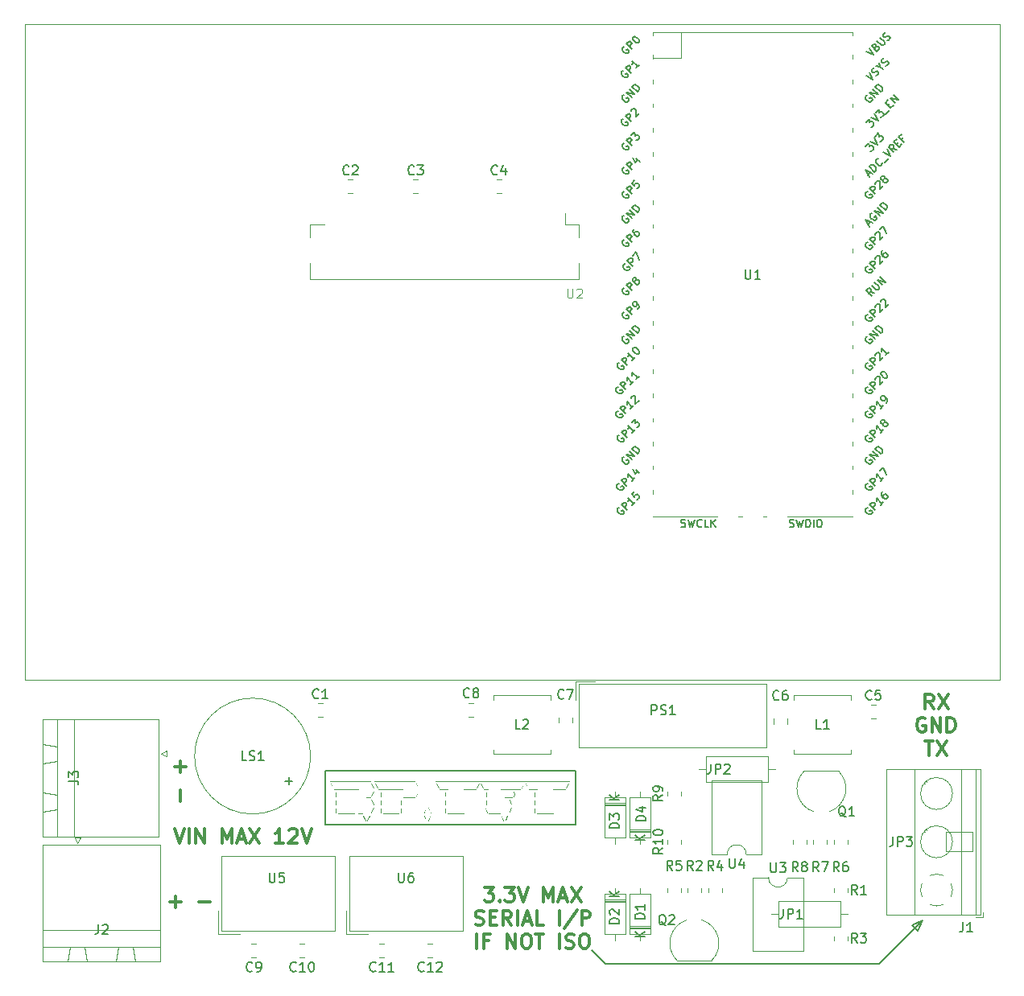
<source format=gbr>
%TF.GenerationSoftware,KiCad,Pcbnew,7.0.7*%
%TF.CreationDate,2024-10-03T14:14:53+02:00*%
%TF.ProjectId,rp2040Term_pcb Version,72703230-3430-4546-9572-6d5f70636220,rev?*%
%TF.SameCoordinates,Original*%
%TF.FileFunction,Legend,Top*%
%TF.FilePolarity,Positive*%
%FSLAX46Y46*%
G04 Gerber Fmt 4.6, Leading zero omitted, Abs format (unit mm)*
G04 Created by KiCad (PCBNEW 7.0.7) date 2024-10-03 14:14:53*
%MOMM*%
%LPD*%
G01*
G04 APERTURE LIST*
%ADD10C,0.304800*%
%ADD11C,0.152400*%
%ADD12C,0.063500*%
%ADD13C,0.200000*%
%ADD14C,0.150000*%
%ADD15C,0.100000*%
%ADD16C,0.120000*%
G04 APERTURE END LIST*
D10*
X41837427Y-109144641D02*
X42345427Y-110668641D01*
X42345427Y-110668641D02*
X42853427Y-109144641D01*
X43361428Y-110668641D02*
X43361428Y-109144641D01*
X44087142Y-110668641D02*
X44087142Y-109144641D01*
X44087142Y-109144641D02*
X44957999Y-110668641D01*
X44957999Y-110668641D02*
X44957999Y-109144641D01*
X46844856Y-110668641D02*
X46844856Y-109144641D01*
X46844856Y-109144641D02*
X47352856Y-110233212D01*
X47352856Y-110233212D02*
X47860856Y-109144641D01*
X47860856Y-109144641D02*
X47860856Y-110668641D01*
X48513998Y-110233212D02*
X49239713Y-110233212D01*
X48368855Y-110668641D02*
X48876855Y-109144641D01*
X48876855Y-109144641D02*
X49384855Y-110668641D01*
X49747713Y-109144641D02*
X50763713Y-110668641D01*
X50763713Y-109144641D02*
X49747713Y-110668641D01*
X53303713Y-110668641D02*
X52432856Y-110668641D01*
X52868285Y-110668641D02*
X52868285Y-109144641D01*
X52868285Y-109144641D02*
X52723142Y-109362355D01*
X52723142Y-109362355D02*
X52577999Y-109507498D01*
X52577999Y-109507498D02*
X52432856Y-109580070D01*
X53884285Y-109289784D02*
X53956857Y-109217212D01*
X53956857Y-109217212D02*
X54102000Y-109144641D01*
X54102000Y-109144641D02*
X54464857Y-109144641D01*
X54464857Y-109144641D02*
X54610000Y-109217212D01*
X54610000Y-109217212D02*
X54682571Y-109289784D01*
X54682571Y-109289784D02*
X54755142Y-109434927D01*
X54755142Y-109434927D02*
X54755142Y-109580070D01*
X54755142Y-109580070D02*
X54682571Y-109797784D01*
X54682571Y-109797784D02*
X53811714Y-110668641D01*
X53811714Y-110668641D02*
X54755142Y-110668641D01*
X55190571Y-109144641D02*
X55698571Y-110668641D01*
X55698571Y-110668641D02*
X56206571Y-109144641D01*
D11*
X120015000Y-119888000D02*
X120523000Y-118745000D01*
X119380000Y-119253000D02*
X120015000Y-119888000D01*
X120523000Y-118745000D02*
X119380000Y-119253000D01*
X115951000Y-123317000D02*
X120523000Y-118745000D01*
X87122000Y-123317000D02*
X115951000Y-123317000D01*
X85725000Y-121920000D02*
X87122000Y-123317000D01*
D10*
X74421999Y-115286361D02*
X75365427Y-115286361D01*
X75365427Y-115286361D02*
X74857427Y-115866932D01*
X74857427Y-115866932D02*
X75075142Y-115866932D01*
X75075142Y-115866932D02*
X75220285Y-115939504D01*
X75220285Y-115939504D02*
X75292856Y-116012075D01*
X75292856Y-116012075D02*
X75365427Y-116157218D01*
X75365427Y-116157218D02*
X75365427Y-116520075D01*
X75365427Y-116520075D02*
X75292856Y-116665218D01*
X75292856Y-116665218D02*
X75220285Y-116737790D01*
X75220285Y-116737790D02*
X75075142Y-116810361D01*
X75075142Y-116810361D02*
X74639713Y-116810361D01*
X74639713Y-116810361D02*
X74494570Y-116737790D01*
X74494570Y-116737790D02*
X74421999Y-116665218D01*
X76018571Y-116665218D02*
X76091142Y-116737790D01*
X76091142Y-116737790D02*
X76018571Y-116810361D01*
X76018571Y-116810361D02*
X75945999Y-116737790D01*
X75945999Y-116737790D02*
X76018571Y-116665218D01*
X76018571Y-116665218D02*
X76018571Y-116810361D01*
X76599142Y-115286361D02*
X77542570Y-115286361D01*
X77542570Y-115286361D02*
X77034570Y-115866932D01*
X77034570Y-115866932D02*
X77252285Y-115866932D01*
X77252285Y-115866932D02*
X77397428Y-115939504D01*
X77397428Y-115939504D02*
X77469999Y-116012075D01*
X77469999Y-116012075D02*
X77542570Y-116157218D01*
X77542570Y-116157218D02*
X77542570Y-116520075D01*
X77542570Y-116520075D02*
X77469999Y-116665218D01*
X77469999Y-116665218D02*
X77397428Y-116737790D01*
X77397428Y-116737790D02*
X77252285Y-116810361D01*
X77252285Y-116810361D02*
X76816856Y-116810361D01*
X76816856Y-116810361D02*
X76671713Y-116737790D01*
X76671713Y-116737790D02*
X76599142Y-116665218D01*
X77977999Y-115286361D02*
X78485999Y-116810361D01*
X78485999Y-116810361D02*
X78993999Y-115286361D01*
X80663143Y-116810361D02*
X80663143Y-115286361D01*
X80663143Y-115286361D02*
X81171143Y-116374932D01*
X81171143Y-116374932D02*
X81679143Y-115286361D01*
X81679143Y-115286361D02*
X81679143Y-116810361D01*
X82332285Y-116374932D02*
X83058000Y-116374932D01*
X82187142Y-116810361D02*
X82695142Y-115286361D01*
X82695142Y-115286361D02*
X83203142Y-116810361D01*
X83566000Y-115286361D02*
X84582000Y-116810361D01*
X84582000Y-115286361D02*
X83566000Y-116810361D01*
X73478571Y-119191430D02*
X73696286Y-119264001D01*
X73696286Y-119264001D02*
X74059143Y-119264001D01*
X74059143Y-119264001D02*
X74204286Y-119191430D01*
X74204286Y-119191430D02*
X74276857Y-119118858D01*
X74276857Y-119118858D02*
X74349428Y-118973715D01*
X74349428Y-118973715D02*
X74349428Y-118828572D01*
X74349428Y-118828572D02*
X74276857Y-118683430D01*
X74276857Y-118683430D02*
X74204286Y-118610858D01*
X74204286Y-118610858D02*
X74059143Y-118538287D01*
X74059143Y-118538287D02*
X73768857Y-118465715D01*
X73768857Y-118465715D02*
X73623714Y-118393144D01*
X73623714Y-118393144D02*
X73551143Y-118320572D01*
X73551143Y-118320572D02*
X73478571Y-118175430D01*
X73478571Y-118175430D02*
X73478571Y-118030287D01*
X73478571Y-118030287D02*
X73551143Y-117885144D01*
X73551143Y-117885144D02*
X73623714Y-117812572D01*
X73623714Y-117812572D02*
X73768857Y-117740001D01*
X73768857Y-117740001D02*
X74131714Y-117740001D01*
X74131714Y-117740001D02*
X74349428Y-117812572D01*
X75002572Y-118465715D02*
X75510572Y-118465715D01*
X75728286Y-119264001D02*
X75002572Y-119264001D01*
X75002572Y-119264001D02*
X75002572Y-117740001D01*
X75002572Y-117740001D02*
X75728286Y-117740001D01*
X77252286Y-119264001D02*
X76744286Y-118538287D01*
X76381429Y-119264001D02*
X76381429Y-117740001D01*
X76381429Y-117740001D02*
X76962000Y-117740001D01*
X76962000Y-117740001D02*
X77107143Y-117812572D01*
X77107143Y-117812572D02*
X77179714Y-117885144D01*
X77179714Y-117885144D02*
X77252286Y-118030287D01*
X77252286Y-118030287D02*
X77252286Y-118248001D01*
X77252286Y-118248001D02*
X77179714Y-118393144D01*
X77179714Y-118393144D02*
X77107143Y-118465715D01*
X77107143Y-118465715D02*
X76962000Y-118538287D01*
X76962000Y-118538287D02*
X76381429Y-118538287D01*
X77905429Y-119264001D02*
X77905429Y-117740001D01*
X78558571Y-118828572D02*
X79284286Y-118828572D01*
X78413428Y-119264001D02*
X78921428Y-117740001D01*
X78921428Y-117740001D02*
X79429428Y-119264001D01*
X80663143Y-119264001D02*
X79937429Y-119264001D01*
X79937429Y-119264001D02*
X79937429Y-117740001D01*
X82332286Y-119264001D02*
X82332286Y-117740001D01*
X84146571Y-117667430D02*
X82840285Y-119626858D01*
X84654571Y-119264001D02*
X84654571Y-117740001D01*
X84654571Y-117740001D02*
X85235142Y-117740001D01*
X85235142Y-117740001D02*
X85380285Y-117812572D01*
X85380285Y-117812572D02*
X85452856Y-117885144D01*
X85452856Y-117885144D02*
X85525428Y-118030287D01*
X85525428Y-118030287D02*
X85525428Y-118248001D01*
X85525428Y-118248001D02*
X85452856Y-118393144D01*
X85452856Y-118393144D02*
X85380285Y-118465715D01*
X85380285Y-118465715D02*
X85235142Y-118538287D01*
X85235142Y-118538287D02*
X84654571Y-118538287D01*
X73623715Y-121717641D02*
X73623715Y-120193641D01*
X74857429Y-120919355D02*
X74349429Y-120919355D01*
X74349429Y-121717641D02*
X74349429Y-120193641D01*
X74349429Y-120193641D02*
X75075143Y-120193641D01*
X76816858Y-121717641D02*
X76816858Y-120193641D01*
X76816858Y-120193641D02*
X77687715Y-121717641D01*
X77687715Y-121717641D02*
X77687715Y-120193641D01*
X78703714Y-120193641D02*
X78994000Y-120193641D01*
X78994000Y-120193641D02*
X79139143Y-120266212D01*
X79139143Y-120266212D02*
X79284286Y-120411355D01*
X79284286Y-120411355D02*
X79356857Y-120701641D01*
X79356857Y-120701641D02*
X79356857Y-121209641D01*
X79356857Y-121209641D02*
X79284286Y-121499927D01*
X79284286Y-121499927D02*
X79139143Y-121645070D01*
X79139143Y-121645070D02*
X78994000Y-121717641D01*
X78994000Y-121717641D02*
X78703714Y-121717641D01*
X78703714Y-121717641D02*
X78558572Y-121645070D01*
X78558572Y-121645070D02*
X78413429Y-121499927D01*
X78413429Y-121499927D02*
X78340857Y-121209641D01*
X78340857Y-121209641D02*
X78340857Y-120701641D01*
X78340857Y-120701641D02*
X78413429Y-120411355D01*
X78413429Y-120411355D02*
X78558572Y-120266212D01*
X78558572Y-120266212D02*
X78703714Y-120193641D01*
X79792285Y-120193641D02*
X80663143Y-120193641D01*
X80227714Y-121717641D02*
X80227714Y-120193641D01*
X82332286Y-121717641D02*
X82332286Y-120193641D01*
X82985428Y-121645070D02*
X83203143Y-121717641D01*
X83203143Y-121717641D02*
X83566000Y-121717641D01*
X83566000Y-121717641D02*
X83711143Y-121645070D01*
X83711143Y-121645070D02*
X83783714Y-121572498D01*
X83783714Y-121572498D02*
X83856285Y-121427355D01*
X83856285Y-121427355D02*
X83856285Y-121282212D01*
X83856285Y-121282212D02*
X83783714Y-121137070D01*
X83783714Y-121137070D02*
X83711143Y-121064498D01*
X83711143Y-121064498D02*
X83566000Y-120991927D01*
X83566000Y-120991927D02*
X83275714Y-120919355D01*
X83275714Y-120919355D02*
X83130571Y-120846784D01*
X83130571Y-120846784D02*
X83058000Y-120774212D01*
X83058000Y-120774212D02*
X82985428Y-120629070D01*
X82985428Y-120629070D02*
X82985428Y-120483927D01*
X82985428Y-120483927D02*
X83058000Y-120338784D01*
X83058000Y-120338784D02*
X83130571Y-120266212D01*
X83130571Y-120266212D02*
X83275714Y-120193641D01*
X83275714Y-120193641D02*
X83638571Y-120193641D01*
X83638571Y-120193641D02*
X83856285Y-120266212D01*
X84799714Y-120193641D02*
X85090000Y-120193641D01*
X85090000Y-120193641D02*
X85235143Y-120266212D01*
X85235143Y-120266212D02*
X85380286Y-120411355D01*
X85380286Y-120411355D02*
X85452857Y-120701641D01*
X85452857Y-120701641D02*
X85452857Y-121209641D01*
X85452857Y-121209641D02*
X85380286Y-121499927D01*
X85380286Y-121499927D02*
X85235143Y-121645070D01*
X85235143Y-121645070D02*
X85090000Y-121717641D01*
X85090000Y-121717641D02*
X84799714Y-121717641D01*
X84799714Y-121717641D02*
X84654572Y-121645070D01*
X84654572Y-121645070D02*
X84509429Y-121499927D01*
X84509429Y-121499927D02*
X84436857Y-121209641D01*
X84436857Y-121209641D02*
X84436857Y-120701641D01*
X84436857Y-120701641D02*
X84509429Y-120411355D01*
X84509429Y-120411355D02*
X84654572Y-120266212D01*
X84654572Y-120266212D02*
X84799714Y-120193641D01*
X42438930Y-102035429D02*
X42438930Y-103196572D01*
X41858358Y-102616000D02*
X43019501Y-102616000D01*
X42438930Y-105083429D02*
X42438930Y-106244572D01*
X41329429Y-116819070D02*
X42490572Y-116819070D01*
X41910000Y-117399641D02*
X41910000Y-116238498D01*
X44377429Y-116819070D02*
X45538572Y-116819070D01*
X121666000Y-96490361D02*
X121158000Y-95764647D01*
X120795143Y-96490361D02*
X120795143Y-94966361D01*
X120795143Y-94966361D02*
X121375714Y-94966361D01*
X121375714Y-94966361D02*
X121520857Y-95038932D01*
X121520857Y-95038932D02*
X121593428Y-95111504D01*
X121593428Y-95111504D02*
X121666000Y-95256647D01*
X121666000Y-95256647D02*
X121666000Y-95474361D01*
X121666000Y-95474361D02*
X121593428Y-95619504D01*
X121593428Y-95619504D02*
X121520857Y-95692075D01*
X121520857Y-95692075D02*
X121375714Y-95764647D01*
X121375714Y-95764647D02*
X120795143Y-95764647D01*
X122174000Y-94966361D02*
X123190000Y-96490361D01*
X123190000Y-94966361D02*
X122174000Y-96490361D01*
X120758857Y-97492572D02*
X120613715Y-97420001D01*
X120613715Y-97420001D02*
X120396000Y-97420001D01*
X120396000Y-97420001D02*
X120178286Y-97492572D01*
X120178286Y-97492572D02*
X120033143Y-97637715D01*
X120033143Y-97637715D02*
X119960572Y-97782858D01*
X119960572Y-97782858D02*
X119888000Y-98073144D01*
X119888000Y-98073144D02*
X119888000Y-98290858D01*
X119888000Y-98290858D02*
X119960572Y-98581144D01*
X119960572Y-98581144D02*
X120033143Y-98726287D01*
X120033143Y-98726287D02*
X120178286Y-98871430D01*
X120178286Y-98871430D02*
X120396000Y-98944001D01*
X120396000Y-98944001D02*
X120541143Y-98944001D01*
X120541143Y-98944001D02*
X120758857Y-98871430D01*
X120758857Y-98871430D02*
X120831429Y-98798858D01*
X120831429Y-98798858D02*
X120831429Y-98290858D01*
X120831429Y-98290858D02*
X120541143Y-98290858D01*
X121484572Y-98944001D02*
X121484572Y-97420001D01*
X121484572Y-97420001D02*
X122355429Y-98944001D01*
X122355429Y-98944001D02*
X122355429Y-97420001D01*
X123081143Y-98944001D02*
X123081143Y-97420001D01*
X123081143Y-97420001D02*
X123444000Y-97420001D01*
X123444000Y-97420001D02*
X123661714Y-97492572D01*
X123661714Y-97492572D02*
X123806857Y-97637715D01*
X123806857Y-97637715D02*
X123879428Y-97782858D01*
X123879428Y-97782858D02*
X123952000Y-98073144D01*
X123952000Y-98073144D02*
X123952000Y-98290858D01*
X123952000Y-98290858D02*
X123879428Y-98581144D01*
X123879428Y-98581144D02*
X123806857Y-98726287D01*
X123806857Y-98726287D02*
X123661714Y-98871430D01*
X123661714Y-98871430D02*
X123444000Y-98944001D01*
X123444000Y-98944001D02*
X123081143Y-98944001D01*
X120758856Y-99873641D02*
X121629714Y-99873641D01*
X121194285Y-101397641D02*
X121194285Y-99873641D01*
X121992571Y-99873641D02*
X123008571Y-101397641D01*
X123008571Y-99873641D02*
X121992571Y-101397641D01*
D12*
G36*
X58614926Y-104200402D02*
G01*
X58221979Y-104200402D01*
X58215760Y-104200249D01*
X58210006Y-104199789D01*
X58204717Y-104199023D01*
X58198761Y-104197635D01*
X58193531Y-104195769D01*
X58189029Y-104193424D01*
X58185253Y-104190600D01*
X58181500Y-104186744D01*
X58178524Y-104182434D01*
X58176324Y-104177671D01*
X58174900Y-104172454D01*
X58174253Y-104166783D01*
X58174210Y-104164792D01*
X58174599Y-104159004D01*
X58175763Y-104153643D01*
X58177704Y-104148709D01*
X58180422Y-104144203D01*
X58183916Y-104140125D01*
X58185253Y-104138860D01*
X58189871Y-104135487D01*
X58194519Y-104133209D01*
X58199894Y-104131416D01*
X58205996Y-104130107D01*
X58211401Y-104129409D01*
X58217271Y-104129022D01*
X58221979Y-104128934D01*
X58614926Y-104128934D01*
X58621087Y-104129089D01*
X58626791Y-104129555D01*
X58632037Y-104130330D01*
X58637951Y-104131736D01*
X58643150Y-104133626D01*
X58647635Y-104136001D01*
X58651404Y-104138860D01*
X58655157Y-104142796D01*
X58658133Y-104147160D01*
X58660333Y-104151951D01*
X58661757Y-104157169D01*
X58662404Y-104162815D01*
X58662447Y-104164792D01*
X58662067Y-104170496D01*
X58660929Y-104175790D01*
X58659031Y-104180674D01*
X58656375Y-104185148D01*
X58652959Y-104189212D01*
X58651652Y-104190476D01*
X58647072Y-104193849D01*
X58642442Y-104196127D01*
X58637073Y-104197920D01*
X58630965Y-104199229D01*
X58625547Y-104199927D01*
X58619655Y-104200314D01*
X58614926Y-104200402D01*
G37*
G36*
X59041745Y-104200402D02*
G01*
X58648799Y-104200402D01*
X58642579Y-104200249D01*
X58636825Y-104199789D01*
X58631537Y-104199023D01*
X58625580Y-104197635D01*
X58620350Y-104195769D01*
X58615848Y-104193424D01*
X58612072Y-104190600D01*
X58608319Y-104186744D01*
X58605343Y-104182434D01*
X58603143Y-104177671D01*
X58601720Y-104172454D01*
X58601073Y-104166783D01*
X58601030Y-104164792D01*
X58601418Y-104159004D01*
X58602582Y-104153643D01*
X58604524Y-104148709D01*
X58607241Y-104144203D01*
X58610735Y-104140125D01*
X58612072Y-104138860D01*
X58616690Y-104135487D01*
X58621338Y-104133209D01*
X58626713Y-104131416D01*
X58632815Y-104130107D01*
X58638220Y-104129409D01*
X58644091Y-104129022D01*
X58648799Y-104128934D01*
X59041745Y-104128934D01*
X59047906Y-104129089D01*
X59053610Y-104129555D01*
X59058856Y-104130330D01*
X59064770Y-104131736D01*
X59069970Y-104133626D01*
X59074454Y-104136001D01*
X59078223Y-104138860D01*
X59081976Y-104142796D01*
X59084953Y-104147160D01*
X59087153Y-104151951D01*
X59088576Y-104157169D01*
X59089223Y-104162815D01*
X59089266Y-104164792D01*
X59088887Y-104170496D01*
X59087748Y-104175790D01*
X59085851Y-104180674D01*
X59083194Y-104185148D01*
X59079779Y-104189212D01*
X59078472Y-104190476D01*
X59073891Y-104193849D01*
X59069262Y-104196127D01*
X59063893Y-104197920D01*
X59057785Y-104199229D01*
X59052366Y-104199927D01*
X59046474Y-104200314D01*
X59041745Y-104200402D01*
G37*
G36*
X59468565Y-104200402D02*
G01*
X59075618Y-104200402D01*
X59069399Y-104200249D01*
X59063645Y-104199789D01*
X59058356Y-104199023D01*
X59052399Y-104197635D01*
X59047170Y-104195769D01*
X59042667Y-104193424D01*
X59038892Y-104190600D01*
X59035139Y-104186744D01*
X59032162Y-104182434D01*
X59029962Y-104177671D01*
X59028539Y-104172454D01*
X59027892Y-104166783D01*
X59027849Y-104164792D01*
X59028237Y-104159004D01*
X59029402Y-104153643D01*
X59031343Y-104148709D01*
X59034060Y-104144203D01*
X59037554Y-104140125D01*
X59038892Y-104138860D01*
X59043509Y-104135487D01*
X59048157Y-104133209D01*
X59053532Y-104131416D01*
X59059634Y-104130107D01*
X59065039Y-104129409D01*
X59070910Y-104129022D01*
X59075618Y-104128934D01*
X59468565Y-104128934D01*
X59474726Y-104129089D01*
X59480429Y-104129555D01*
X59485675Y-104130330D01*
X59491589Y-104131736D01*
X59496789Y-104133626D01*
X59501273Y-104136001D01*
X59505043Y-104138860D01*
X59508795Y-104142796D01*
X59511772Y-104147160D01*
X59513972Y-104151951D01*
X59515395Y-104157169D01*
X59516042Y-104162815D01*
X59516085Y-104164792D01*
X59515706Y-104170496D01*
X59514567Y-104175790D01*
X59512670Y-104180674D01*
X59510013Y-104185148D01*
X59506598Y-104189212D01*
X59505291Y-104190476D01*
X59500711Y-104193849D01*
X59496081Y-104196127D01*
X59490712Y-104197920D01*
X59484604Y-104199229D01*
X59479185Y-104199927D01*
X59473294Y-104200314D01*
X59468565Y-104200402D01*
G37*
G36*
X59895384Y-104200402D02*
G01*
X59502437Y-104200402D01*
X59496218Y-104200249D01*
X59490464Y-104199789D01*
X59485175Y-104199023D01*
X59479219Y-104197635D01*
X59473989Y-104195769D01*
X59469486Y-104193424D01*
X59465711Y-104190600D01*
X59461958Y-104186744D01*
X59458982Y-104182434D01*
X59456782Y-104177671D01*
X59455358Y-104172454D01*
X59454711Y-104166783D01*
X59454668Y-104164792D01*
X59455056Y-104159004D01*
X59456221Y-104153643D01*
X59458162Y-104148709D01*
X59460880Y-104144203D01*
X59464374Y-104140125D01*
X59465711Y-104138860D01*
X59470329Y-104135487D01*
X59474977Y-104133209D01*
X59480352Y-104131416D01*
X59486454Y-104130107D01*
X59491859Y-104129409D01*
X59497729Y-104129022D01*
X59502437Y-104128934D01*
X59895384Y-104128934D01*
X59901545Y-104129089D01*
X59907249Y-104129555D01*
X59912495Y-104130330D01*
X59918409Y-104131736D01*
X59923608Y-104133626D01*
X59928092Y-104136001D01*
X59931862Y-104138860D01*
X59935615Y-104142796D01*
X59938591Y-104147160D01*
X59940791Y-104151951D01*
X59942214Y-104157169D01*
X59942862Y-104162815D01*
X59942905Y-104164792D01*
X59942525Y-104170496D01*
X59941387Y-104175790D01*
X59939489Y-104180674D01*
X59936833Y-104185148D01*
X59933417Y-104189212D01*
X59932110Y-104190476D01*
X59927530Y-104193849D01*
X59922900Y-104196127D01*
X59917531Y-104197920D01*
X59911423Y-104199229D01*
X59906005Y-104199927D01*
X59900113Y-104200314D01*
X59895384Y-104200402D01*
G37*
G36*
X60322203Y-104200402D02*
G01*
X59929256Y-104200402D01*
X59923037Y-104200249D01*
X59917283Y-104199789D01*
X59911994Y-104199023D01*
X59906038Y-104197635D01*
X59900808Y-104195769D01*
X59896306Y-104193424D01*
X59892530Y-104190600D01*
X59888777Y-104186744D01*
X59885801Y-104182434D01*
X59883601Y-104177671D01*
X59882178Y-104172454D01*
X59881530Y-104166783D01*
X59881487Y-104164792D01*
X59881876Y-104159004D01*
X59883040Y-104153643D01*
X59884981Y-104148709D01*
X59887699Y-104144203D01*
X59891193Y-104140125D01*
X59892530Y-104138860D01*
X59897148Y-104135487D01*
X59901796Y-104133209D01*
X59907171Y-104131416D01*
X59913273Y-104130107D01*
X59918678Y-104129409D01*
X59924548Y-104129022D01*
X59929256Y-104128934D01*
X60322203Y-104128934D01*
X60328364Y-104129089D01*
X60334068Y-104129555D01*
X60339314Y-104130330D01*
X60345228Y-104131736D01*
X60350427Y-104133626D01*
X60354912Y-104136001D01*
X60358681Y-104138860D01*
X60362434Y-104142796D01*
X60365410Y-104147160D01*
X60367610Y-104151951D01*
X60369034Y-104157169D01*
X60369681Y-104162815D01*
X60369724Y-104164792D01*
X60369344Y-104170496D01*
X60368206Y-104175790D01*
X60366308Y-104180674D01*
X60363652Y-104185148D01*
X60360237Y-104189212D01*
X60358929Y-104190476D01*
X60354349Y-104193849D01*
X60349719Y-104196127D01*
X60344351Y-104197920D01*
X60338242Y-104199229D01*
X60332824Y-104199927D01*
X60326932Y-104200314D01*
X60322203Y-104200402D01*
G37*
G36*
X60749022Y-104200402D02*
G01*
X60356076Y-104200402D01*
X60349856Y-104200249D01*
X60344102Y-104199789D01*
X60338814Y-104199023D01*
X60332857Y-104197635D01*
X60327627Y-104195769D01*
X60323125Y-104193424D01*
X60319349Y-104190600D01*
X60315597Y-104186744D01*
X60312620Y-104182434D01*
X60310420Y-104177671D01*
X60308997Y-104172454D01*
X60308350Y-104166783D01*
X60308307Y-104164792D01*
X60308695Y-104159004D01*
X60309859Y-104153643D01*
X60311801Y-104148709D01*
X60314518Y-104144203D01*
X60318012Y-104140125D01*
X60319349Y-104138860D01*
X60323967Y-104135487D01*
X60328615Y-104133209D01*
X60333990Y-104131416D01*
X60340092Y-104130107D01*
X60345497Y-104129409D01*
X60351368Y-104129022D01*
X60356076Y-104128934D01*
X60749022Y-104128934D01*
X60755183Y-104129089D01*
X60760887Y-104129555D01*
X60766133Y-104130330D01*
X60772047Y-104131736D01*
X60777247Y-104133626D01*
X60781731Y-104136001D01*
X60785500Y-104138860D01*
X60789253Y-104142796D01*
X60792230Y-104147160D01*
X60794430Y-104151951D01*
X60795853Y-104157169D01*
X60796500Y-104162815D01*
X60796543Y-104164792D01*
X60796164Y-104170496D01*
X60795025Y-104175790D01*
X60793128Y-104180674D01*
X60790471Y-104185148D01*
X60787056Y-104189212D01*
X60785749Y-104190476D01*
X60781169Y-104193849D01*
X60776539Y-104196127D01*
X60771170Y-104197920D01*
X60765062Y-104199229D01*
X60759643Y-104199927D01*
X60753751Y-104200314D01*
X60749022Y-104200402D01*
G37*
G36*
X61175842Y-104200402D02*
G01*
X60782895Y-104200402D01*
X60776676Y-104200249D01*
X60770922Y-104199789D01*
X60765633Y-104199023D01*
X60759676Y-104197635D01*
X60754447Y-104195769D01*
X60749944Y-104193424D01*
X60746169Y-104190600D01*
X60742416Y-104186744D01*
X60739439Y-104182434D01*
X60737240Y-104177671D01*
X60735816Y-104172454D01*
X60735169Y-104166783D01*
X60735126Y-104164792D01*
X60735514Y-104159004D01*
X60736679Y-104153643D01*
X60738620Y-104148709D01*
X60741337Y-104144203D01*
X60744831Y-104140125D01*
X60746169Y-104138860D01*
X60750787Y-104135487D01*
X60755434Y-104133209D01*
X60760809Y-104131416D01*
X60766911Y-104130107D01*
X60772316Y-104129409D01*
X60778187Y-104129022D01*
X60782895Y-104128934D01*
X61175842Y-104128934D01*
X61182003Y-104129089D01*
X61187706Y-104129555D01*
X61192952Y-104130330D01*
X61198867Y-104131736D01*
X61204066Y-104133626D01*
X61208550Y-104136001D01*
X61212320Y-104138860D01*
X61216073Y-104142796D01*
X61219049Y-104147160D01*
X61221249Y-104151951D01*
X61222672Y-104157169D01*
X61223319Y-104162815D01*
X61223362Y-104164792D01*
X61222983Y-104170496D01*
X61221844Y-104175790D01*
X61219947Y-104180674D01*
X61217291Y-104185148D01*
X61213875Y-104189212D01*
X61212568Y-104190476D01*
X61207988Y-104193849D01*
X61203358Y-104196127D01*
X61197989Y-104197920D01*
X61191881Y-104199229D01*
X61186462Y-104199927D01*
X61180571Y-104200314D01*
X61175842Y-104200402D01*
G37*
G36*
X61602661Y-104200402D02*
G01*
X61209714Y-104200402D01*
X61203495Y-104200249D01*
X61197741Y-104199789D01*
X61192452Y-104199023D01*
X61186496Y-104197635D01*
X61181266Y-104195769D01*
X61176763Y-104193424D01*
X61172988Y-104190600D01*
X61169235Y-104186744D01*
X61166259Y-104182434D01*
X61164059Y-104177671D01*
X61162635Y-104172454D01*
X61161988Y-104166783D01*
X61161945Y-104164792D01*
X61162333Y-104159004D01*
X61163498Y-104153643D01*
X61165439Y-104148709D01*
X61168157Y-104144203D01*
X61171651Y-104140125D01*
X61172988Y-104138860D01*
X61177606Y-104135487D01*
X61182254Y-104133209D01*
X61187629Y-104131416D01*
X61193731Y-104130107D01*
X61199136Y-104129409D01*
X61205006Y-104129022D01*
X61209714Y-104128934D01*
X61602661Y-104128934D01*
X61608822Y-104129089D01*
X61614526Y-104129555D01*
X61619772Y-104130330D01*
X61625686Y-104131736D01*
X61630885Y-104133626D01*
X61635369Y-104136001D01*
X61639139Y-104138860D01*
X61642892Y-104142796D01*
X61645868Y-104147160D01*
X61648068Y-104151951D01*
X61649492Y-104157169D01*
X61650139Y-104162815D01*
X61650182Y-104164792D01*
X61649802Y-104170496D01*
X61648664Y-104175790D01*
X61646766Y-104180674D01*
X61644110Y-104185148D01*
X61640694Y-104189212D01*
X61639387Y-104190476D01*
X61634807Y-104193849D01*
X61630177Y-104196127D01*
X61624808Y-104197920D01*
X61618700Y-104199229D01*
X61613282Y-104199927D01*
X61607390Y-104200314D01*
X61602661Y-104200402D01*
G37*
G36*
X62029480Y-104200402D02*
G01*
X61636533Y-104200402D01*
X61630314Y-104200249D01*
X61624560Y-104199789D01*
X61619271Y-104199023D01*
X61613315Y-104197635D01*
X61608085Y-104195769D01*
X61603583Y-104193424D01*
X61599807Y-104190600D01*
X61596054Y-104186744D01*
X61593078Y-104182434D01*
X61590878Y-104177671D01*
X61589455Y-104172454D01*
X61588808Y-104166783D01*
X61588764Y-104164792D01*
X61589153Y-104159004D01*
X61590317Y-104153643D01*
X61592258Y-104148709D01*
X61594976Y-104144203D01*
X61598470Y-104140125D01*
X61599807Y-104138860D01*
X61604425Y-104135487D01*
X61609073Y-104133209D01*
X61614448Y-104131416D01*
X61620550Y-104130107D01*
X61625955Y-104129409D01*
X61631825Y-104129022D01*
X61636533Y-104128934D01*
X62029480Y-104128934D01*
X62035641Y-104129089D01*
X62041345Y-104129555D01*
X62046591Y-104130330D01*
X62052505Y-104131736D01*
X62057704Y-104133626D01*
X62062189Y-104136001D01*
X62065958Y-104138860D01*
X62069711Y-104142796D01*
X62072687Y-104147160D01*
X62074887Y-104151951D01*
X62076311Y-104157169D01*
X62076958Y-104162815D01*
X62077001Y-104164792D01*
X62076621Y-104170496D01*
X62075483Y-104175790D01*
X62073586Y-104180674D01*
X62070929Y-104185148D01*
X62067514Y-104189212D01*
X62066206Y-104190476D01*
X62061626Y-104193849D01*
X62056996Y-104196127D01*
X62051628Y-104197920D01*
X62045520Y-104199229D01*
X62040101Y-104199927D01*
X62034209Y-104200314D01*
X62029480Y-104200402D01*
G37*
G36*
X62456299Y-104200402D02*
G01*
X62063353Y-104200402D01*
X62057133Y-104200249D01*
X62051379Y-104199789D01*
X62046091Y-104199023D01*
X62040134Y-104197635D01*
X62034905Y-104195769D01*
X62030402Y-104193424D01*
X62026626Y-104190600D01*
X62022874Y-104186744D01*
X62019897Y-104182434D01*
X62017697Y-104177671D01*
X62016274Y-104172454D01*
X62015627Y-104166783D01*
X62015584Y-104164792D01*
X62015972Y-104159004D01*
X62017137Y-104153643D01*
X62019078Y-104148709D01*
X62021795Y-104144203D01*
X62025289Y-104140125D01*
X62026626Y-104138860D01*
X62031244Y-104135487D01*
X62035892Y-104133209D01*
X62041267Y-104131416D01*
X62047369Y-104130107D01*
X62052774Y-104129409D01*
X62058645Y-104129022D01*
X62063353Y-104128934D01*
X62456299Y-104128934D01*
X62462460Y-104129089D01*
X62468164Y-104129555D01*
X62473410Y-104130330D01*
X62479324Y-104131736D01*
X62484524Y-104133626D01*
X62489008Y-104136001D01*
X62492778Y-104138860D01*
X62496530Y-104142796D01*
X62499507Y-104147160D01*
X62501707Y-104151951D01*
X62503130Y-104157169D01*
X62503777Y-104162815D01*
X62503820Y-104164792D01*
X62503441Y-104170496D01*
X62502302Y-104175790D01*
X62500405Y-104180674D01*
X62497748Y-104185148D01*
X62494333Y-104189212D01*
X62493026Y-104190476D01*
X62488446Y-104193849D01*
X62483816Y-104196127D01*
X62478447Y-104197920D01*
X62472339Y-104199229D01*
X62466920Y-104199927D01*
X62461029Y-104200314D01*
X62456299Y-104200402D01*
G37*
G36*
X63309938Y-104200402D02*
G01*
X62916991Y-104200402D01*
X62910772Y-104200249D01*
X62905018Y-104199789D01*
X62899729Y-104199023D01*
X62893773Y-104197635D01*
X62888543Y-104195769D01*
X62884040Y-104193424D01*
X62880265Y-104190600D01*
X62876512Y-104186744D01*
X62873536Y-104182434D01*
X62871336Y-104177671D01*
X62869912Y-104172454D01*
X62869265Y-104166783D01*
X62869222Y-104164792D01*
X62869610Y-104159004D01*
X62870775Y-104153643D01*
X62872716Y-104148709D01*
X62875434Y-104144203D01*
X62878928Y-104140125D01*
X62880265Y-104138860D01*
X62884883Y-104135487D01*
X62889531Y-104133209D01*
X62894906Y-104131416D01*
X62901008Y-104130107D01*
X62906413Y-104129409D01*
X62912283Y-104129022D01*
X62916991Y-104128934D01*
X63309938Y-104128934D01*
X63316099Y-104129089D01*
X63321803Y-104129555D01*
X63327049Y-104130330D01*
X63332963Y-104131736D01*
X63338162Y-104133626D01*
X63342647Y-104136001D01*
X63346416Y-104138860D01*
X63350169Y-104142796D01*
X63353145Y-104147160D01*
X63355345Y-104151951D01*
X63356769Y-104157169D01*
X63357416Y-104162815D01*
X63357459Y-104164792D01*
X63357079Y-104170496D01*
X63355941Y-104175790D01*
X63354043Y-104180674D01*
X63351387Y-104185148D01*
X63347971Y-104189212D01*
X63346664Y-104190476D01*
X63342084Y-104193849D01*
X63337454Y-104196127D01*
X63332085Y-104197920D01*
X63325977Y-104199229D01*
X63320559Y-104199927D01*
X63314667Y-104200314D01*
X63309938Y-104200402D01*
G37*
G36*
X63736757Y-104200402D02*
G01*
X63343810Y-104200402D01*
X63337591Y-104200249D01*
X63331837Y-104199789D01*
X63326548Y-104199023D01*
X63320592Y-104197635D01*
X63315362Y-104195769D01*
X63310860Y-104193424D01*
X63307084Y-104190600D01*
X63303331Y-104186744D01*
X63300355Y-104182434D01*
X63298155Y-104177671D01*
X63296732Y-104172454D01*
X63296085Y-104166783D01*
X63296041Y-104164792D01*
X63296430Y-104159004D01*
X63297594Y-104153643D01*
X63299535Y-104148709D01*
X63302253Y-104144203D01*
X63305747Y-104140125D01*
X63307084Y-104138860D01*
X63311702Y-104135487D01*
X63316350Y-104133209D01*
X63321725Y-104131416D01*
X63327827Y-104130107D01*
X63333232Y-104129409D01*
X63339102Y-104129022D01*
X63343810Y-104128934D01*
X63736757Y-104128934D01*
X63742918Y-104129089D01*
X63748622Y-104129555D01*
X63753868Y-104130330D01*
X63759782Y-104131736D01*
X63764981Y-104133626D01*
X63769466Y-104136001D01*
X63773235Y-104138860D01*
X63776988Y-104142796D01*
X63779964Y-104147160D01*
X63782164Y-104151951D01*
X63783588Y-104157169D01*
X63784235Y-104162815D01*
X63784278Y-104164792D01*
X63783899Y-104170496D01*
X63782760Y-104175790D01*
X63780863Y-104180674D01*
X63778206Y-104185148D01*
X63774791Y-104189212D01*
X63773483Y-104190476D01*
X63768903Y-104193849D01*
X63764274Y-104196127D01*
X63758905Y-104197920D01*
X63752797Y-104199229D01*
X63747378Y-104199927D01*
X63741486Y-104200314D01*
X63736757Y-104200402D01*
G37*
G36*
X64163576Y-104200402D02*
G01*
X63770630Y-104200402D01*
X63764410Y-104200249D01*
X63758656Y-104199789D01*
X63753368Y-104199023D01*
X63747411Y-104197635D01*
X63742182Y-104195769D01*
X63737679Y-104193424D01*
X63733903Y-104190600D01*
X63730151Y-104186744D01*
X63727174Y-104182434D01*
X63724974Y-104177671D01*
X63723551Y-104172454D01*
X63722904Y-104166783D01*
X63722861Y-104164792D01*
X63723249Y-104159004D01*
X63724414Y-104153643D01*
X63726355Y-104148709D01*
X63729072Y-104144203D01*
X63732566Y-104140125D01*
X63733903Y-104138860D01*
X63738521Y-104135487D01*
X63743169Y-104133209D01*
X63748544Y-104131416D01*
X63754646Y-104130107D01*
X63760051Y-104129409D01*
X63765922Y-104129022D01*
X63770630Y-104128934D01*
X64163576Y-104128934D01*
X64169738Y-104129089D01*
X64175441Y-104129555D01*
X64180687Y-104130330D01*
X64186601Y-104131736D01*
X64191801Y-104133626D01*
X64196285Y-104136001D01*
X64200055Y-104138860D01*
X64203807Y-104142796D01*
X64206784Y-104147160D01*
X64208984Y-104151951D01*
X64210407Y-104157169D01*
X64211054Y-104162815D01*
X64211097Y-104164792D01*
X64210718Y-104170496D01*
X64209579Y-104175790D01*
X64207682Y-104180674D01*
X64205025Y-104185148D01*
X64201610Y-104189212D01*
X64200303Y-104190476D01*
X64195723Y-104193849D01*
X64191093Y-104196127D01*
X64185724Y-104197920D01*
X64179616Y-104199229D01*
X64174197Y-104199927D01*
X64168306Y-104200314D01*
X64163576Y-104200402D01*
G37*
G36*
X64590396Y-104200402D02*
G01*
X64197449Y-104200402D01*
X64191230Y-104200249D01*
X64185476Y-104199789D01*
X64180187Y-104199023D01*
X64174230Y-104197635D01*
X64169001Y-104195769D01*
X64164498Y-104193424D01*
X64160723Y-104190600D01*
X64156970Y-104186744D01*
X64153994Y-104182434D01*
X64151794Y-104177671D01*
X64150370Y-104172454D01*
X64149723Y-104166783D01*
X64149680Y-104164792D01*
X64150068Y-104159004D01*
X64151233Y-104153643D01*
X64153174Y-104148709D01*
X64155891Y-104144203D01*
X64159385Y-104140125D01*
X64160723Y-104138860D01*
X64165341Y-104135487D01*
X64169989Y-104133209D01*
X64175364Y-104131416D01*
X64181466Y-104130107D01*
X64186871Y-104129409D01*
X64192741Y-104129022D01*
X64197449Y-104128934D01*
X64590396Y-104128934D01*
X64596557Y-104129089D01*
X64602260Y-104129555D01*
X64607506Y-104130330D01*
X64613421Y-104131736D01*
X64618620Y-104133626D01*
X64623104Y-104136001D01*
X64626874Y-104138860D01*
X64630627Y-104142796D01*
X64633603Y-104147160D01*
X64635803Y-104151951D01*
X64637226Y-104157169D01*
X64637873Y-104162815D01*
X64637917Y-104164792D01*
X64637537Y-104170496D01*
X64636399Y-104175790D01*
X64634501Y-104180674D01*
X64631845Y-104185148D01*
X64628429Y-104189212D01*
X64627122Y-104190476D01*
X64622542Y-104193849D01*
X64617912Y-104196127D01*
X64612543Y-104197920D01*
X64606435Y-104199229D01*
X64601016Y-104199927D01*
X64595125Y-104200314D01*
X64590396Y-104200402D01*
G37*
G36*
X65017215Y-104200402D02*
G01*
X64624268Y-104200402D01*
X64618049Y-104200249D01*
X64612295Y-104199789D01*
X64607006Y-104199023D01*
X64601050Y-104197635D01*
X64595820Y-104195769D01*
X64591318Y-104193424D01*
X64587542Y-104190600D01*
X64583789Y-104186744D01*
X64580813Y-104182434D01*
X64578613Y-104177671D01*
X64577189Y-104172454D01*
X64576542Y-104166783D01*
X64576499Y-104164792D01*
X64576887Y-104159004D01*
X64578052Y-104153643D01*
X64579993Y-104148709D01*
X64582711Y-104144203D01*
X64586205Y-104140125D01*
X64587542Y-104138860D01*
X64592160Y-104135487D01*
X64596808Y-104133209D01*
X64602183Y-104131416D01*
X64608285Y-104130107D01*
X64613690Y-104129409D01*
X64619560Y-104129022D01*
X64624268Y-104128934D01*
X65017215Y-104128934D01*
X65023376Y-104129089D01*
X65029080Y-104129555D01*
X65034326Y-104130330D01*
X65040240Y-104131736D01*
X65045439Y-104133626D01*
X65049924Y-104136001D01*
X65053693Y-104138860D01*
X65057446Y-104142796D01*
X65060422Y-104147160D01*
X65062622Y-104151951D01*
X65064046Y-104157169D01*
X65064693Y-104162815D01*
X65064736Y-104164792D01*
X65064356Y-104170496D01*
X65063218Y-104175790D01*
X65061320Y-104180674D01*
X65058664Y-104185148D01*
X65055248Y-104189212D01*
X65053941Y-104190476D01*
X65049361Y-104193849D01*
X65044731Y-104196127D01*
X65039362Y-104197920D01*
X65033254Y-104199229D01*
X65027836Y-104199927D01*
X65021944Y-104200314D01*
X65017215Y-104200402D01*
G37*
G36*
X65444034Y-104200402D02*
G01*
X65051087Y-104200402D01*
X65044868Y-104200249D01*
X65039114Y-104199789D01*
X65033826Y-104199023D01*
X65027869Y-104197635D01*
X65022639Y-104195769D01*
X65018137Y-104193424D01*
X65014361Y-104190600D01*
X65010608Y-104186744D01*
X65007632Y-104182434D01*
X65005432Y-104177671D01*
X65004009Y-104172454D01*
X65003362Y-104166783D01*
X65003318Y-104164792D01*
X65003707Y-104159004D01*
X65004871Y-104153643D01*
X65006812Y-104148709D01*
X65009530Y-104144203D01*
X65013024Y-104140125D01*
X65014361Y-104138860D01*
X65018979Y-104135487D01*
X65023627Y-104133209D01*
X65029002Y-104131416D01*
X65035104Y-104130107D01*
X65040509Y-104129409D01*
X65046379Y-104129022D01*
X65051087Y-104128934D01*
X65444034Y-104128934D01*
X65450195Y-104129089D01*
X65455899Y-104129555D01*
X65461145Y-104130330D01*
X65467059Y-104131736D01*
X65472258Y-104133626D01*
X65476743Y-104136001D01*
X65480512Y-104138860D01*
X65484265Y-104142796D01*
X65487241Y-104147160D01*
X65489441Y-104151951D01*
X65490865Y-104157169D01*
X65491512Y-104162815D01*
X65491555Y-104164792D01*
X65491176Y-104170496D01*
X65490037Y-104175790D01*
X65488140Y-104180674D01*
X65485483Y-104185148D01*
X65482068Y-104189212D01*
X65480760Y-104190476D01*
X65476180Y-104193849D01*
X65471551Y-104196127D01*
X65466182Y-104197920D01*
X65460074Y-104199229D01*
X65454655Y-104199927D01*
X65448763Y-104200314D01*
X65444034Y-104200402D01*
G37*
G36*
X65870853Y-104200402D02*
G01*
X65477907Y-104200402D01*
X65471687Y-104200249D01*
X65465933Y-104199789D01*
X65460645Y-104199023D01*
X65454688Y-104197635D01*
X65449459Y-104195769D01*
X65444956Y-104193424D01*
X65441180Y-104190600D01*
X65437428Y-104186744D01*
X65434451Y-104182434D01*
X65432251Y-104177671D01*
X65430828Y-104172454D01*
X65430181Y-104166783D01*
X65430138Y-104164792D01*
X65430526Y-104159004D01*
X65431691Y-104153643D01*
X65433632Y-104148709D01*
X65436349Y-104144203D01*
X65439843Y-104140125D01*
X65441180Y-104138860D01*
X65445798Y-104135487D01*
X65450446Y-104133209D01*
X65455821Y-104131416D01*
X65461923Y-104130107D01*
X65467328Y-104129409D01*
X65473199Y-104129022D01*
X65477907Y-104128934D01*
X65870853Y-104128934D01*
X65877015Y-104129089D01*
X65882718Y-104129555D01*
X65887964Y-104130330D01*
X65893878Y-104131736D01*
X65899078Y-104133626D01*
X65903562Y-104136001D01*
X65907332Y-104138860D01*
X65911084Y-104142796D01*
X65914061Y-104147160D01*
X65916261Y-104151951D01*
X65917684Y-104157169D01*
X65918331Y-104162815D01*
X65918374Y-104164792D01*
X65917995Y-104170496D01*
X65916856Y-104175790D01*
X65914959Y-104180674D01*
X65912302Y-104185148D01*
X65908887Y-104189212D01*
X65907580Y-104190476D01*
X65903000Y-104193849D01*
X65898370Y-104196127D01*
X65893001Y-104197920D01*
X65886893Y-104199229D01*
X65881474Y-104199927D01*
X65875583Y-104200314D01*
X65870853Y-104200402D01*
G37*
G36*
X66297673Y-104200402D02*
G01*
X65904726Y-104200402D01*
X65898507Y-104200249D01*
X65892753Y-104199789D01*
X65887464Y-104199023D01*
X65881507Y-104197635D01*
X65876278Y-104195769D01*
X65871775Y-104193424D01*
X65868000Y-104190600D01*
X65864247Y-104186744D01*
X65861271Y-104182434D01*
X65859071Y-104177671D01*
X65857647Y-104172454D01*
X65857000Y-104166783D01*
X65856957Y-104164792D01*
X65857345Y-104159004D01*
X65858510Y-104153643D01*
X65860451Y-104148709D01*
X65863169Y-104144203D01*
X65866663Y-104140125D01*
X65868000Y-104138860D01*
X65872618Y-104135487D01*
X65877266Y-104133209D01*
X65882641Y-104131416D01*
X65888743Y-104130107D01*
X65894148Y-104129409D01*
X65900018Y-104129022D01*
X65904726Y-104128934D01*
X66297673Y-104128934D01*
X66303834Y-104129089D01*
X66309537Y-104129555D01*
X66314783Y-104130330D01*
X66320698Y-104131736D01*
X66325897Y-104133626D01*
X66330381Y-104136001D01*
X66334151Y-104138860D01*
X66337904Y-104142796D01*
X66340880Y-104147160D01*
X66343080Y-104151951D01*
X66344503Y-104157169D01*
X66345150Y-104162815D01*
X66345194Y-104164792D01*
X66344814Y-104170496D01*
X66343676Y-104175790D01*
X66341778Y-104180674D01*
X66339122Y-104185148D01*
X66335706Y-104189212D01*
X66334399Y-104190476D01*
X66329819Y-104193849D01*
X66325189Y-104196127D01*
X66319820Y-104197920D01*
X66313712Y-104199229D01*
X66308294Y-104199927D01*
X66302402Y-104200314D01*
X66297673Y-104200402D01*
G37*
G36*
X66724492Y-104200402D02*
G01*
X66331545Y-104200402D01*
X66325326Y-104200249D01*
X66319572Y-104199789D01*
X66314283Y-104199023D01*
X66308327Y-104197635D01*
X66303097Y-104195769D01*
X66298595Y-104193424D01*
X66294819Y-104190600D01*
X66291066Y-104186744D01*
X66288090Y-104182434D01*
X66285890Y-104177671D01*
X66284466Y-104172454D01*
X66283819Y-104166783D01*
X66283776Y-104164792D01*
X66284164Y-104159004D01*
X66285329Y-104153643D01*
X66287270Y-104148709D01*
X66289988Y-104144203D01*
X66293482Y-104140125D01*
X66294819Y-104138860D01*
X66299437Y-104135487D01*
X66304085Y-104133209D01*
X66309460Y-104131416D01*
X66315562Y-104130107D01*
X66320967Y-104129409D01*
X66326837Y-104129022D01*
X66331545Y-104128934D01*
X66724492Y-104128934D01*
X66730653Y-104129089D01*
X66736357Y-104129555D01*
X66741603Y-104130330D01*
X66747517Y-104131736D01*
X66752716Y-104133626D01*
X66757201Y-104136001D01*
X66760970Y-104138860D01*
X66764723Y-104142796D01*
X66767699Y-104147160D01*
X66769899Y-104151951D01*
X66771323Y-104157169D01*
X66771970Y-104162815D01*
X66772013Y-104164792D01*
X66771633Y-104170496D01*
X66770495Y-104175790D01*
X66768597Y-104180674D01*
X66765941Y-104185148D01*
X66762525Y-104189212D01*
X66761218Y-104190476D01*
X66756638Y-104193849D01*
X66752008Y-104196127D01*
X66746639Y-104197920D01*
X66740531Y-104199229D01*
X66735113Y-104199927D01*
X66729221Y-104200314D01*
X66724492Y-104200402D01*
G37*
G36*
X67151311Y-104200402D02*
G01*
X66758365Y-104200402D01*
X66752145Y-104200249D01*
X66746391Y-104199789D01*
X66741103Y-104199023D01*
X66735146Y-104197635D01*
X66729916Y-104195769D01*
X66725414Y-104193424D01*
X66721638Y-104190600D01*
X66717885Y-104186744D01*
X66714909Y-104182434D01*
X66712709Y-104177671D01*
X66711286Y-104172454D01*
X66710639Y-104166783D01*
X66710596Y-104164792D01*
X66710984Y-104159004D01*
X66712148Y-104153643D01*
X66714090Y-104148709D01*
X66716807Y-104144203D01*
X66720301Y-104140125D01*
X66721638Y-104138860D01*
X66726256Y-104135487D01*
X66730904Y-104133209D01*
X66736279Y-104131416D01*
X66742381Y-104130107D01*
X66747786Y-104129409D01*
X66753656Y-104129022D01*
X66758365Y-104128934D01*
X67151311Y-104128934D01*
X67157472Y-104129089D01*
X67163176Y-104129555D01*
X67168422Y-104130330D01*
X67174336Y-104131736D01*
X67179535Y-104133626D01*
X67184020Y-104136001D01*
X67187789Y-104138860D01*
X67191542Y-104142796D01*
X67194519Y-104147160D01*
X67196718Y-104151951D01*
X67198142Y-104157169D01*
X67198789Y-104162815D01*
X67198832Y-104164792D01*
X67198453Y-104170496D01*
X67197314Y-104175790D01*
X67195417Y-104180674D01*
X67192760Y-104185148D01*
X67189345Y-104189212D01*
X67188038Y-104190476D01*
X67183457Y-104193849D01*
X67178828Y-104196127D01*
X67173459Y-104197920D01*
X67167351Y-104199229D01*
X67161932Y-104199927D01*
X67156040Y-104200314D01*
X67151311Y-104200402D01*
G37*
G36*
X69712227Y-104200402D02*
G01*
X69319280Y-104200402D01*
X69313061Y-104200249D01*
X69307307Y-104199789D01*
X69302018Y-104199023D01*
X69296062Y-104197635D01*
X69290832Y-104195769D01*
X69286329Y-104193424D01*
X69282554Y-104190600D01*
X69278801Y-104186744D01*
X69275825Y-104182434D01*
X69273625Y-104177671D01*
X69272201Y-104172454D01*
X69271554Y-104166783D01*
X69271511Y-104164792D01*
X69271899Y-104159004D01*
X69273064Y-104153643D01*
X69275005Y-104148709D01*
X69277723Y-104144203D01*
X69281217Y-104140125D01*
X69282554Y-104138860D01*
X69287172Y-104135487D01*
X69291820Y-104133209D01*
X69297195Y-104131416D01*
X69303297Y-104130107D01*
X69308702Y-104129409D01*
X69314572Y-104129022D01*
X69319280Y-104128934D01*
X69712227Y-104128934D01*
X69718388Y-104129089D01*
X69724091Y-104129555D01*
X69729338Y-104130330D01*
X69735252Y-104131736D01*
X69740451Y-104133626D01*
X69744935Y-104136001D01*
X69748705Y-104138860D01*
X69752458Y-104142796D01*
X69755434Y-104147160D01*
X69757634Y-104151951D01*
X69759057Y-104157169D01*
X69759705Y-104162815D01*
X69759748Y-104164792D01*
X69759368Y-104170496D01*
X69758230Y-104175790D01*
X69756332Y-104180674D01*
X69753676Y-104185148D01*
X69750260Y-104189212D01*
X69748953Y-104190476D01*
X69744373Y-104193849D01*
X69739743Y-104196127D01*
X69734374Y-104197920D01*
X69728266Y-104199229D01*
X69722848Y-104199927D01*
X69716956Y-104200314D01*
X69712227Y-104200402D01*
G37*
G36*
X70139046Y-104200402D02*
G01*
X69746099Y-104200402D01*
X69739880Y-104200249D01*
X69734126Y-104199789D01*
X69728837Y-104199023D01*
X69722881Y-104197635D01*
X69717651Y-104195769D01*
X69713149Y-104193424D01*
X69709373Y-104190600D01*
X69705620Y-104186744D01*
X69702644Y-104182434D01*
X69700444Y-104177671D01*
X69699021Y-104172454D01*
X69698373Y-104166783D01*
X69698330Y-104164792D01*
X69698719Y-104159004D01*
X69699883Y-104153643D01*
X69701824Y-104148709D01*
X69704542Y-104144203D01*
X69708036Y-104140125D01*
X69709373Y-104138860D01*
X69713991Y-104135487D01*
X69718639Y-104133209D01*
X69724014Y-104131416D01*
X69730116Y-104130107D01*
X69735521Y-104129409D01*
X69741391Y-104129022D01*
X69746099Y-104128934D01*
X70139046Y-104128934D01*
X70145207Y-104129089D01*
X70150911Y-104129555D01*
X70156157Y-104130330D01*
X70162071Y-104131736D01*
X70167270Y-104133626D01*
X70171755Y-104136001D01*
X70175524Y-104138860D01*
X70179277Y-104142796D01*
X70182253Y-104147160D01*
X70184453Y-104151951D01*
X70185877Y-104157169D01*
X70186524Y-104162815D01*
X70186567Y-104164792D01*
X70186187Y-104170496D01*
X70185049Y-104175790D01*
X70183151Y-104180674D01*
X70180495Y-104185148D01*
X70177080Y-104189212D01*
X70175772Y-104190476D01*
X70171192Y-104193849D01*
X70166562Y-104196127D01*
X70161193Y-104197920D01*
X70155085Y-104199229D01*
X70149667Y-104199927D01*
X70143775Y-104200314D01*
X70139046Y-104200402D01*
G37*
G36*
X70565865Y-104200402D02*
G01*
X70172919Y-104200402D01*
X70166699Y-104200249D01*
X70160945Y-104199789D01*
X70155657Y-104199023D01*
X70149700Y-104197635D01*
X70144470Y-104195769D01*
X70139968Y-104193424D01*
X70136192Y-104190600D01*
X70132440Y-104186744D01*
X70129463Y-104182434D01*
X70127263Y-104177671D01*
X70125840Y-104172454D01*
X70125193Y-104166783D01*
X70125150Y-104164792D01*
X70125538Y-104159004D01*
X70126702Y-104153643D01*
X70128644Y-104148709D01*
X70131361Y-104144203D01*
X70134855Y-104140125D01*
X70136192Y-104138860D01*
X70140810Y-104135487D01*
X70145458Y-104133209D01*
X70150833Y-104131416D01*
X70156935Y-104130107D01*
X70162340Y-104129409D01*
X70168211Y-104129022D01*
X70172919Y-104128934D01*
X70565865Y-104128934D01*
X70572026Y-104129089D01*
X70577730Y-104129555D01*
X70582976Y-104130330D01*
X70588890Y-104131736D01*
X70594090Y-104133626D01*
X70598574Y-104136001D01*
X70602343Y-104138860D01*
X70606096Y-104142796D01*
X70609073Y-104147160D01*
X70611273Y-104151951D01*
X70612696Y-104157169D01*
X70613343Y-104162815D01*
X70613386Y-104164792D01*
X70613007Y-104170496D01*
X70611868Y-104175790D01*
X70609971Y-104180674D01*
X70607314Y-104185148D01*
X70603899Y-104189212D01*
X70602592Y-104190476D01*
X70598011Y-104193849D01*
X70593382Y-104196127D01*
X70588013Y-104197920D01*
X70581905Y-104199229D01*
X70576486Y-104199927D01*
X70570594Y-104200314D01*
X70565865Y-104200402D01*
G37*
G36*
X70992685Y-104200402D02*
G01*
X70599738Y-104200402D01*
X70593519Y-104200249D01*
X70587765Y-104199789D01*
X70582476Y-104199023D01*
X70576519Y-104197635D01*
X70571290Y-104195769D01*
X70566787Y-104193424D01*
X70563012Y-104190600D01*
X70559259Y-104186744D01*
X70556282Y-104182434D01*
X70554083Y-104177671D01*
X70552659Y-104172454D01*
X70552012Y-104166783D01*
X70551969Y-104164792D01*
X70552357Y-104159004D01*
X70553522Y-104153643D01*
X70555463Y-104148709D01*
X70558180Y-104144203D01*
X70561674Y-104140125D01*
X70563012Y-104138860D01*
X70567630Y-104135487D01*
X70572277Y-104133209D01*
X70577652Y-104131416D01*
X70583754Y-104130107D01*
X70589159Y-104129409D01*
X70595030Y-104129022D01*
X70599738Y-104128934D01*
X70992685Y-104128934D01*
X70998846Y-104129089D01*
X71004549Y-104129555D01*
X71009795Y-104130330D01*
X71015710Y-104131736D01*
X71020909Y-104133626D01*
X71025393Y-104136001D01*
X71029163Y-104138860D01*
X71032916Y-104142796D01*
X71035892Y-104147160D01*
X71038092Y-104151951D01*
X71039515Y-104157169D01*
X71040162Y-104162815D01*
X71040205Y-104164792D01*
X71039826Y-104170496D01*
X71038687Y-104175790D01*
X71036790Y-104180674D01*
X71034133Y-104185148D01*
X71030718Y-104189212D01*
X71029411Y-104190476D01*
X71024831Y-104193849D01*
X71020201Y-104196127D01*
X71014832Y-104197920D01*
X71008724Y-104199229D01*
X71003305Y-104199927D01*
X70997414Y-104200314D01*
X70992685Y-104200402D01*
G37*
G36*
X71419504Y-104200402D02*
G01*
X71026557Y-104200402D01*
X71020338Y-104200249D01*
X71014584Y-104199789D01*
X71009295Y-104199023D01*
X71003339Y-104197635D01*
X70998109Y-104195769D01*
X70993606Y-104193424D01*
X70989831Y-104190600D01*
X70986078Y-104186744D01*
X70983102Y-104182434D01*
X70980902Y-104177671D01*
X70979478Y-104172454D01*
X70978831Y-104166783D01*
X70978788Y-104164792D01*
X70979176Y-104159004D01*
X70980341Y-104153643D01*
X70982282Y-104148709D01*
X70985000Y-104144203D01*
X70988494Y-104140125D01*
X70989831Y-104138860D01*
X70994449Y-104135487D01*
X70999097Y-104133209D01*
X71004472Y-104131416D01*
X71010574Y-104130107D01*
X71015979Y-104129409D01*
X71021849Y-104129022D01*
X71026557Y-104128934D01*
X71419504Y-104128934D01*
X71425665Y-104129089D01*
X71431369Y-104129555D01*
X71436615Y-104130330D01*
X71442529Y-104131736D01*
X71447728Y-104133626D01*
X71452212Y-104136001D01*
X71455982Y-104138860D01*
X71459735Y-104142796D01*
X71462711Y-104147160D01*
X71464911Y-104151951D01*
X71466335Y-104157169D01*
X71466982Y-104162815D01*
X71467025Y-104164792D01*
X71466645Y-104170496D01*
X71465507Y-104175790D01*
X71463609Y-104180674D01*
X71460953Y-104185148D01*
X71457537Y-104189212D01*
X71456230Y-104190476D01*
X71451650Y-104193849D01*
X71447020Y-104196127D01*
X71441651Y-104197920D01*
X71435543Y-104199229D01*
X71430125Y-104199927D01*
X71424233Y-104200314D01*
X71419504Y-104200402D01*
G37*
G36*
X71846323Y-104200402D02*
G01*
X71453376Y-104200402D01*
X71447157Y-104200249D01*
X71441403Y-104199789D01*
X71436114Y-104199023D01*
X71430158Y-104197635D01*
X71424928Y-104195769D01*
X71420426Y-104193424D01*
X71416650Y-104190600D01*
X71412897Y-104186744D01*
X71409921Y-104182434D01*
X71407721Y-104177671D01*
X71406298Y-104172454D01*
X71405651Y-104166783D01*
X71405607Y-104164792D01*
X71405996Y-104159004D01*
X71407160Y-104153643D01*
X71409101Y-104148709D01*
X71411819Y-104144203D01*
X71415313Y-104140125D01*
X71416650Y-104138860D01*
X71421268Y-104135487D01*
X71425916Y-104133209D01*
X71431291Y-104131416D01*
X71437393Y-104130107D01*
X71442798Y-104129409D01*
X71448668Y-104129022D01*
X71453376Y-104128934D01*
X71846323Y-104128934D01*
X71852484Y-104129089D01*
X71858188Y-104129555D01*
X71863434Y-104130330D01*
X71869348Y-104131736D01*
X71874547Y-104133626D01*
X71879032Y-104136001D01*
X71882801Y-104138860D01*
X71886554Y-104142796D01*
X71889530Y-104147160D01*
X71891730Y-104151951D01*
X71893154Y-104157169D01*
X71893801Y-104162815D01*
X71893844Y-104164792D01*
X71893464Y-104170496D01*
X71892326Y-104175790D01*
X71890428Y-104180674D01*
X71887772Y-104185148D01*
X71884357Y-104189212D01*
X71883049Y-104190476D01*
X71878469Y-104193849D01*
X71873839Y-104196127D01*
X71868471Y-104197920D01*
X71862362Y-104199229D01*
X71856944Y-104199927D01*
X71851052Y-104200314D01*
X71846323Y-104200402D01*
G37*
G36*
X72273142Y-104200402D02*
G01*
X71880196Y-104200402D01*
X71873976Y-104200249D01*
X71868222Y-104199789D01*
X71862934Y-104199023D01*
X71856977Y-104197635D01*
X71851748Y-104195769D01*
X71847245Y-104193424D01*
X71843469Y-104190600D01*
X71839717Y-104186744D01*
X71836740Y-104182434D01*
X71834540Y-104177671D01*
X71833117Y-104172454D01*
X71832470Y-104166783D01*
X71832427Y-104164792D01*
X71832815Y-104159004D01*
X71833980Y-104153643D01*
X71835921Y-104148709D01*
X71838638Y-104144203D01*
X71842132Y-104140125D01*
X71843469Y-104138860D01*
X71848087Y-104135487D01*
X71852735Y-104133209D01*
X71858110Y-104131416D01*
X71864212Y-104130107D01*
X71869617Y-104129409D01*
X71875488Y-104129022D01*
X71880196Y-104128934D01*
X72273142Y-104128934D01*
X72279303Y-104129089D01*
X72285007Y-104129555D01*
X72290253Y-104130330D01*
X72296167Y-104131736D01*
X72301367Y-104133626D01*
X72305851Y-104136001D01*
X72309621Y-104138860D01*
X72313373Y-104142796D01*
X72316350Y-104147160D01*
X72318550Y-104151951D01*
X72319973Y-104157169D01*
X72320620Y-104162815D01*
X72320663Y-104164792D01*
X72320284Y-104170496D01*
X72319145Y-104175790D01*
X72317248Y-104180674D01*
X72314591Y-104185148D01*
X72311176Y-104189212D01*
X72309869Y-104190476D01*
X72305289Y-104193849D01*
X72300659Y-104196127D01*
X72295290Y-104197920D01*
X72289182Y-104199229D01*
X72283763Y-104199927D01*
X72277872Y-104200314D01*
X72273142Y-104200402D01*
G37*
G36*
X72699962Y-104200402D02*
G01*
X72307015Y-104200402D01*
X72300796Y-104200249D01*
X72295042Y-104199789D01*
X72289753Y-104199023D01*
X72283796Y-104197635D01*
X72278567Y-104195769D01*
X72274064Y-104193424D01*
X72270289Y-104190600D01*
X72266536Y-104186744D01*
X72263559Y-104182434D01*
X72261360Y-104177671D01*
X72259936Y-104172454D01*
X72259289Y-104166783D01*
X72259246Y-104164792D01*
X72259634Y-104159004D01*
X72260799Y-104153643D01*
X72262740Y-104148709D01*
X72265457Y-104144203D01*
X72268951Y-104140125D01*
X72270289Y-104138860D01*
X72274907Y-104135487D01*
X72279555Y-104133209D01*
X72284930Y-104131416D01*
X72291031Y-104130107D01*
X72296437Y-104129409D01*
X72302307Y-104129022D01*
X72307015Y-104128934D01*
X72699962Y-104128934D01*
X72706123Y-104129089D01*
X72711826Y-104129555D01*
X72717072Y-104130330D01*
X72722987Y-104131736D01*
X72728186Y-104133626D01*
X72732670Y-104136001D01*
X72736440Y-104138860D01*
X72740193Y-104142796D01*
X72743169Y-104147160D01*
X72745369Y-104151951D01*
X72746792Y-104157169D01*
X72747439Y-104162815D01*
X72747482Y-104164792D01*
X72747103Y-104170496D01*
X72745964Y-104175790D01*
X72744067Y-104180674D01*
X72741411Y-104185148D01*
X72737995Y-104189212D01*
X72736688Y-104190476D01*
X72732108Y-104193849D01*
X72727478Y-104196127D01*
X72722109Y-104197920D01*
X72716001Y-104199229D01*
X72710582Y-104199927D01*
X72704691Y-104200314D01*
X72699962Y-104200402D01*
G37*
G36*
X73126781Y-104200402D02*
G01*
X72733834Y-104200402D01*
X72727615Y-104200249D01*
X72721861Y-104199789D01*
X72716572Y-104199023D01*
X72710616Y-104197635D01*
X72705386Y-104195769D01*
X72700883Y-104193424D01*
X72697108Y-104190600D01*
X72693355Y-104186744D01*
X72690379Y-104182434D01*
X72688179Y-104177671D01*
X72686755Y-104172454D01*
X72686108Y-104166783D01*
X72686065Y-104164792D01*
X72686453Y-104159004D01*
X72687618Y-104153643D01*
X72689559Y-104148709D01*
X72692277Y-104144203D01*
X72695771Y-104140125D01*
X72697108Y-104138860D01*
X72701726Y-104135487D01*
X72706374Y-104133209D01*
X72711749Y-104131416D01*
X72717851Y-104130107D01*
X72723256Y-104129409D01*
X72729126Y-104129022D01*
X72733834Y-104128934D01*
X73126781Y-104128934D01*
X73132942Y-104129089D01*
X73138646Y-104129555D01*
X73143892Y-104130330D01*
X73149806Y-104131736D01*
X73155005Y-104133626D01*
X73159490Y-104136001D01*
X73163259Y-104138860D01*
X73167012Y-104142796D01*
X73169988Y-104147160D01*
X73172188Y-104151951D01*
X73173612Y-104157169D01*
X73174259Y-104162815D01*
X73174302Y-104164792D01*
X73173922Y-104170496D01*
X73172784Y-104175790D01*
X73170886Y-104180674D01*
X73168230Y-104185148D01*
X73164814Y-104189212D01*
X73163507Y-104190476D01*
X73158927Y-104193849D01*
X73154297Y-104196127D01*
X73148928Y-104197920D01*
X73142820Y-104199229D01*
X73137402Y-104199927D01*
X73131510Y-104200314D01*
X73126781Y-104200402D01*
G37*
G36*
X73553600Y-104200402D02*
G01*
X73160653Y-104200402D01*
X73154434Y-104200249D01*
X73148680Y-104199789D01*
X73143391Y-104199023D01*
X73137435Y-104197635D01*
X73132205Y-104195769D01*
X73127703Y-104193424D01*
X73123927Y-104190600D01*
X73120174Y-104186744D01*
X73117198Y-104182434D01*
X73114998Y-104177671D01*
X73113575Y-104172454D01*
X73112928Y-104166783D01*
X73112884Y-104164792D01*
X73113273Y-104159004D01*
X73114437Y-104153643D01*
X73116378Y-104148709D01*
X73119096Y-104144203D01*
X73122590Y-104140125D01*
X73123927Y-104138860D01*
X73128545Y-104135487D01*
X73133193Y-104133209D01*
X73138568Y-104131416D01*
X73144670Y-104130107D01*
X73150075Y-104129409D01*
X73155945Y-104129022D01*
X73160653Y-104128934D01*
X73553600Y-104128934D01*
X73559761Y-104129089D01*
X73565465Y-104129555D01*
X73570711Y-104130330D01*
X73576625Y-104131736D01*
X73581824Y-104133626D01*
X73586309Y-104136001D01*
X73590078Y-104138860D01*
X73593831Y-104142796D01*
X73596807Y-104147160D01*
X73599007Y-104151951D01*
X73600431Y-104157169D01*
X73601078Y-104162815D01*
X73601121Y-104164792D01*
X73600741Y-104170496D01*
X73599603Y-104175790D01*
X73597706Y-104180674D01*
X73595049Y-104185148D01*
X73591634Y-104189212D01*
X73590326Y-104190476D01*
X73585746Y-104193849D01*
X73581117Y-104196127D01*
X73575748Y-104197920D01*
X73569640Y-104199229D01*
X73564221Y-104199927D01*
X73558329Y-104200314D01*
X73553600Y-104200402D01*
G37*
G36*
X73980419Y-104200402D02*
G01*
X73587473Y-104200402D01*
X73581253Y-104200249D01*
X73575499Y-104199789D01*
X73570211Y-104199023D01*
X73564254Y-104197635D01*
X73559025Y-104195769D01*
X73554522Y-104193424D01*
X73550746Y-104190600D01*
X73546994Y-104186744D01*
X73544017Y-104182434D01*
X73541817Y-104177671D01*
X73540394Y-104172454D01*
X73539747Y-104166783D01*
X73539704Y-104164792D01*
X73540092Y-104159004D01*
X73541257Y-104153643D01*
X73543198Y-104148709D01*
X73545915Y-104144203D01*
X73549409Y-104140125D01*
X73550746Y-104138860D01*
X73555364Y-104135487D01*
X73560012Y-104133209D01*
X73565387Y-104131416D01*
X73571489Y-104130107D01*
X73576894Y-104129409D01*
X73582765Y-104129022D01*
X73587473Y-104128934D01*
X73980419Y-104128934D01*
X73986581Y-104129089D01*
X73992284Y-104129555D01*
X73997530Y-104130330D01*
X74003444Y-104131736D01*
X74008644Y-104133626D01*
X74013128Y-104136001D01*
X74016898Y-104138860D01*
X74020650Y-104142796D01*
X74023627Y-104147160D01*
X74025827Y-104151951D01*
X74027250Y-104157169D01*
X74027897Y-104162815D01*
X74027940Y-104164792D01*
X74027561Y-104170496D01*
X74026422Y-104175790D01*
X74024525Y-104180674D01*
X74021868Y-104185148D01*
X74018453Y-104189212D01*
X74017146Y-104190476D01*
X74012566Y-104193849D01*
X74007936Y-104196127D01*
X74002567Y-104197920D01*
X73996459Y-104199229D01*
X73991040Y-104199927D01*
X73985149Y-104200314D01*
X73980419Y-104200402D01*
G37*
G36*
X74407239Y-104200402D02*
G01*
X74014292Y-104200402D01*
X74008073Y-104200249D01*
X74002319Y-104199789D01*
X73997030Y-104199023D01*
X73991073Y-104197635D01*
X73985844Y-104195769D01*
X73981341Y-104193424D01*
X73977566Y-104190600D01*
X73973813Y-104186744D01*
X73970837Y-104182434D01*
X73968637Y-104177671D01*
X73967213Y-104172454D01*
X73966566Y-104166783D01*
X73966523Y-104164792D01*
X73966911Y-104159004D01*
X73968076Y-104153643D01*
X73970017Y-104148709D01*
X73972734Y-104144203D01*
X73976228Y-104140125D01*
X73977566Y-104138860D01*
X73982184Y-104135487D01*
X73986832Y-104133209D01*
X73992207Y-104131416D01*
X73998309Y-104130107D01*
X74003714Y-104129409D01*
X74009584Y-104129022D01*
X74014292Y-104128934D01*
X74407239Y-104128934D01*
X74413400Y-104129089D01*
X74419103Y-104129555D01*
X74424349Y-104130330D01*
X74430264Y-104131736D01*
X74435463Y-104133626D01*
X74439947Y-104136001D01*
X74443717Y-104138860D01*
X74447470Y-104142796D01*
X74450446Y-104147160D01*
X74452646Y-104151951D01*
X74454069Y-104157169D01*
X74454716Y-104162815D01*
X74454760Y-104164792D01*
X74454380Y-104170496D01*
X74453242Y-104175790D01*
X74451344Y-104180674D01*
X74448688Y-104185148D01*
X74445272Y-104189212D01*
X74443965Y-104190476D01*
X74439385Y-104193849D01*
X74434755Y-104196127D01*
X74429386Y-104197920D01*
X74423278Y-104199229D01*
X74417859Y-104199927D01*
X74411968Y-104200314D01*
X74407239Y-104200402D01*
G37*
G36*
X74834058Y-104200402D02*
G01*
X74441111Y-104200402D01*
X74434892Y-104200249D01*
X74429138Y-104199789D01*
X74423849Y-104199023D01*
X74417893Y-104197635D01*
X74412663Y-104195769D01*
X74408160Y-104193424D01*
X74404385Y-104190600D01*
X74400632Y-104186744D01*
X74397656Y-104182434D01*
X74395456Y-104177671D01*
X74394032Y-104172454D01*
X74393385Y-104166783D01*
X74393342Y-104164792D01*
X74393730Y-104159004D01*
X74394895Y-104153643D01*
X74396836Y-104148709D01*
X74399554Y-104144203D01*
X74403048Y-104140125D01*
X74404385Y-104138860D01*
X74409003Y-104135487D01*
X74413651Y-104133209D01*
X74419026Y-104131416D01*
X74425128Y-104130107D01*
X74430533Y-104129409D01*
X74436403Y-104129022D01*
X74441111Y-104128934D01*
X74834058Y-104128934D01*
X74840219Y-104129089D01*
X74845923Y-104129555D01*
X74851169Y-104130330D01*
X74857083Y-104131736D01*
X74862282Y-104133626D01*
X74866767Y-104136001D01*
X74870536Y-104138860D01*
X74874289Y-104142796D01*
X74877265Y-104147160D01*
X74879465Y-104151951D01*
X74880889Y-104157169D01*
X74881536Y-104162815D01*
X74881579Y-104164792D01*
X74881199Y-104170496D01*
X74880061Y-104175790D01*
X74878163Y-104180674D01*
X74875507Y-104185148D01*
X74872091Y-104189212D01*
X74870784Y-104190476D01*
X74866204Y-104193849D01*
X74861574Y-104196127D01*
X74856205Y-104197920D01*
X74850097Y-104199229D01*
X74844679Y-104199927D01*
X74838787Y-104200314D01*
X74834058Y-104200402D01*
G37*
G36*
X75260877Y-104200402D02*
G01*
X74867930Y-104200402D01*
X74861711Y-104200249D01*
X74855957Y-104199789D01*
X74850668Y-104199023D01*
X74844712Y-104197635D01*
X74839482Y-104195769D01*
X74834980Y-104193424D01*
X74831204Y-104190600D01*
X74827451Y-104186744D01*
X74824475Y-104182434D01*
X74822275Y-104177671D01*
X74820852Y-104172454D01*
X74820205Y-104166783D01*
X74820161Y-104164792D01*
X74820550Y-104159004D01*
X74821714Y-104153643D01*
X74823655Y-104148709D01*
X74826373Y-104144203D01*
X74829867Y-104140125D01*
X74831204Y-104138860D01*
X74835822Y-104135487D01*
X74840470Y-104133209D01*
X74845845Y-104131416D01*
X74851947Y-104130107D01*
X74857352Y-104129409D01*
X74863222Y-104129022D01*
X74867930Y-104128934D01*
X75260877Y-104128934D01*
X75267038Y-104129089D01*
X75272742Y-104129555D01*
X75277988Y-104130330D01*
X75283902Y-104131736D01*
X75289101Y-104133626D01*
X75293586Y-104136001D01*
X75297355Y-104138860D01*
X75301108Y-104142796D01*
X75304084Y-104147160D01*
X75306284Y-104151951D01*
X75307708Y-104157169D01*
X75308355Y-104162815D01*
X75308398Y-104164792D01*
X75308019Y-104170496D01*
X75306880Y-104175790D01*
X75304983Y-104180674D01*
X75302326Y-104185148D01*
X75298911Y-104189212D01*
X75297603Y-104190476D01*
X75293023Y-104193849D01*
X75288394Y-104196127D01*
X75283025Y-104197920D01*
X75276917Y-104199229D01*
X75271498Y-104199927D01*
X75265606Y-104200314D01*
X75260877Y-104200402D01*
G37*
G36*
X75687696Y-104200402D02*
G01*
X75294750Y-104200402D01*
X75288530Y-104200249D01*
X75282776Y-104199789D01*
X75277488Y-104199023D01*
X75271531Y-104197635D01*
X75266302Y-104195769D01*
X75261799Y-104193424D01*
X75258023Y-104190600D01*
X75254271Y-104186744D01*
X75251294Y-104182434D01*
X75249094Y-104177671D01*
X75247671Y-104172454D01*
X75247024Y-104166783D01*
X75246981Y-104164792D01*
X75247369Y-104159004D01*
X75248534Y-104153643D01*
X75250475Y-104148709D01*
X75253192Y-104144203D01*
X75256686Y-104140125D01*
X75258023Y-104138860D01*
X75262641Y-104135487D01*
X75267289Y-104133209D01*
X75272664Y-104131416D01*
X75278766Y-104130107D01*
X75284171Y-104129409D01*
X75290042Y-104129022D01*
X75294750Y-104128934D01*
X75687696Y-104128934D01*
X75693858Y-104129089D01*
X75699561Y-104129555D01*
X75704807Y-104130330D01*
X75710721Y-104131736D01*
X75715921Y-104133626D01*
X75720405Y-104136001D01*
X75724175Y-104138860D01*
X75727927Y-104142796D01*
X75730904Y-104147160D01*
X75733104Y-104151951D01*
X75734527Y-104157169D01*
X75735174Y-104162815D01*
X75735217Y-104164792D01*
X75734838Y-104170496D01*
X75733699Y-104175790D01*
X75731802Y-104180674D01*
X75729145Y-104185148D01*
X75725730Y-104189212D01*
X75724423Y-104190476D01*
X75719843Y-104193849D01*
X75715213Y-104196127D01*
X75709844Y-104197920D01*
X75703736Y-104199229D01*
X75698317Y-104199927D01*
X75692426Y-104200314D01*
X75687696Y-104200402D01*
G37*
G36*
X76114516Y-104200402D02*
G01*
X75721569Y-104200402D01*
X75715350Y-104200249D01*
X75709596Y-104199789D01*
X75704307Y-104199023D01*
X75698350Y-104197635D01*
X75693121Y-104195769D01*
X75688618Y-104193424D01*
X75684843Y-104190600D01*
X75681090Y-104186744D01*
X75678114Y-104182434D01*
X75675914Y-104177671D01*
X75674490Y-104172454D01*
X75673843Y-104166783D01*
X75673800Y-104164792D01*
X75674188Y-104159004D01*
X75675353Y-104153643D01*
X75677294Y-104148709D01*
X75680012Y-104144203D01*
X75683505Y-104140125D01*
X75684843Y-104138860D01*
X75689461Y-104135487D01*
X75694109Y-104133209D01*
X75699484Y-104131416D01*
X75705586Y-104130107D01*
X75710991Y-104129409D01*
X75716861Y-104129022D01*
X75721569Y-104128934D01*
X76114516Y-104128934D01*
X76120677Y-104129089D01*
X76126380Y-104129555D01*
X76131626Y-104130330D01*
X76137541Y-104131736D01*
X76142740Y-104133626D01*
X76147224Y-104136001D01*
X76150994Y-104138860D01*
X76154747Y-104142796D01*
X76157723Y-104147160D01*
X76159923Y-104151951D01*
X76161346Y-104157169D01*
X76161993Y-104162815D01*
X76162037Y-104164792D01*
X76161657Y-104170496D01*
X76160519Y-104175790D01*
X76158621Y-104180674D01*
X76155965Y-104185148D01*
X76152549Y-104189212D01*
X76151242Y-104190476D01*
X76146662Y-104193849D01*
X76142032Y-104196127D01*
X76136663Y-104197920D01*
X76130555Y-104199229D01*
X76125136Y-104199927D01*
X76119245Y-104200314D01*
X76114516Y-104200402D01*
G37*
G36*
X76541335Y-104200402D02*
G01*
X76148388Y-104200402D01*
X76142169Y-104200249D01*
X76136415Y-104199789D01*
X76131126Y-104199023D01*
X76125170Y-104197635D01*
X76119940Y-104195769D01*
X76115438Y-104193424D01*
X76111662Y-104190600D01*
X76107909Y-104186744D01*
X76104933Y-104182434D01*
X76102733Y-104177671D01*
X76101309Y-104172454D01*
X76100662Y-104166783D01*
X76100619Y-104164792D01*
X76101007Y-104159004D01*
X76102172Y-104153643D01*
X76104113Y-104148709D01*
X76106831Y-104144203D01*
X76110325Y-104140125D01*
X76111662Y-104138860D01*
X76116280Y-104135487D01*
X76120928Y-104133209D01*
X76126303Y-104131416D01*
X76132405Y-104130107D01*
X76137810Y-104129409D01*
X76143680Y-104129022D01*
X76148388Y-104128934D01*
X76541335Y-104128934D01*
X76547496Y-104129089D01*
X76553200Y-104129555D01*
X76558446Y-104130330D01*
X76564360Y-104131736D01*
X76569559Y-104133626D01*
X76574044Y-104136001D01*
X76577813Y-104138860D01*
X76581566Y-104142796D01*
X76584542Y-104147160D01*
X76586742Y-104151951D01*
X76588166Y-104157169D01*
X76588813Y-104162815D01*
X76588856Y-104164792D01*
X76588476Y-104170496D01*
X76587338Y-104175790D01*
X76585440Y-104180674D01*
X76582784Y-104185148D01*
X76579368Y-104189212D01*
X76578061Y-104190476D01*
X76573481Y-104193849D01*
X76568851Y-104196127D01*
X76563482Y-104197920D01*
X76557374Y-104199229D01*
X76551956Y-104199927D01*
X76546064Y-104200314D01*
X76541335Y-104200402D01*
G37*
G36*
X76968154Y-104200402D02*
G01*
X76575208Y-104200402D01*
X76568988Y-104200249D01*
X76563234Y-104199789D01*
X76557946Y-104199023D01*
X76551989Y-104197635D01*
X76546759Y-104195769D01*
X76542257Y-104193424D01*
X76538481Y-104190600D01*
X76534728Y-104186744D01*
X76531752Y-104182434D01*
X76529552Y-104177671D01*
X76528129Y-104172454D01*
X76527482Y-104166783D01*
X76527439Y-104164792D01*
X76527827Y-104159004D01*
X76528991Y-104153643D01*
X76530932Y-104148709D01*
X76533650Y-104144203D01*
X76537144Y-104140125D01*
X76538481Y-104138860D01*
X76543099Y-104135487D01*
X76547747Y-104133209D01*
X76553122Y-104131416D01*
X76559224Y-104130107D01*
X76564629Y-104129409D01*
X76570499Y-104129022D01*
X76575208Y-104128934D01*
X76968154Y-104128934D01*
X76974315Y-104129089D01*
X76980019Y-104129555D01*
X76985265Y-104130330D01*
X76991179Y-104131736D01*
X76996378Y-104133626D01*
X77000863Y-104136001D01*
X77004632Y-104138860D01*
X77008385Y-104142796D01*
X77011362Y-104147160D01*
X77013561Y-104151951D01*
X77014985Y-104157169D01*
X77015632Y-104162815D01*
X77015675Y-104164792D01*
X77015296Y-104170496D01*
X77014157Y-104175790D01*
X77012260Y-104180674D01*
X77009603Y-104185148D01*
X77006188Y-104189212D01*
X77004881Y-104190476D01*
X77000300Y-104193849D01*
X76995671Y-104196127D01*
X76990302Y-104197920D01*
X76984194Y-104199229D01*
X76978775Y-104199927D01*
X76972883Y-104200314D01*
X76968154Y-104200402D01*
G37*
G36*
X77394973Y-104200402D02*
G01*
X77002027Y-104200402D01*
X76995808Y-104200249D01*
X76990054Y-104199789D01*
X76984765Y-104199023D01*
X76978808Y-104197635D01*
X76973579Y-104195769D01*
X76969076Y-104193424D01*
X76965300Y-104190600D01*
X76961548Y-104186744D01*
X76958571Y-104182434D01*
X76956371Y-104177671D01*
X76954948Y-104172454D01*
X76954301Y-104166783D01*
X76954258Y-104164792D01*
X76954646Y-104159004D01*
X76955811Y-104153643D01*
X76957752Y-104148709D01*
X76960469Y-104144203D01*
X76963963Y-104140125D01*
X76965300Y-104138860D01*
X76969918Y-104135487D01*
X76974566Y-104133209D01*
X76979941Y-104131416D01*
X76986043Y-104130107D01*
X76991448Y-104129409D01*
X76997319Y-104129022D01*
X77002027Y-104128934D01*
X77394973Y-104128934D01*
X77401135Y-104129089D01*
X77406838Y-104129555D01*
X77412084Y-104130330D01*
X77417998Y-104131736D01*
X77423198Y-104133626D01*
X77427682Y-104136001D01*
X77431452Y-104138860D01*
X77435204Y-104142796D01*
X77438181Y-104147160D01*
X77440381Y-104151951D01*
X77441804Y-104157169D01*
X77442451Y-104162815D01*
X77442494Y-104164792D01*
X77442115Y-104170496D01*
X77440976Y-104175790D01*
X77439079Y-104180674D01*
X77436422Y-104185148D01*
X77433007Y-104189212D01*
X77431700Y-104190476D01*
X77427120Y-104193849D01*
X77422490Y-104196127D01*
X77417121Y-104197920D01*
X77411013Y-104199229D01*
X77405594Y-104199927D01*
X77399703Y-104200314D01*
X77394973Y-104200402D01*
G37*
G36*
X77821793Y-104200402D02*
G01*
X77428846Y-104200402D01*
X77422627Y-104200249D01*
X77416873Y-104199789D01*
X77411584Y-104199023D01*
X77405627Y-104197635D01*
X77400398Y-104195769D01*
X77395895Y-104193424D01*
X77392120Y-104190600D01*
X77388367Y-104186744D01*
X77385391Y-104182434D01*
X77383191Y-104177671D01*
X77381767Y-104172454D01*
X77381120Y-104166783D01*
X77381077Y-104164792D01*
X77381465Y-104159004D01*
X77382630Y-104153643D01*
X77384571Y-104148709D01*
X77387289Y-104144203D01*
X77390783Y-104140125D01*
X77392120Y-104138860D01*
X77396738Y-104135487D01*
X77401386Y-104133209D01*
X77406761Y-104131416D01*
X77412863Y-104130107D01*
X77418268Y-104129409D01*
X77424138Y-104129022D01*
X77428846Y-104128934D01*
X77821793Y-104128934D01*
X77827954Y-104129089D01*
X77833657Y-104129555D01*
X77838903Y-104130330D01*
X77844818Y-104131736D01*
X77850017Y-104133626D01*
X77854501Y-104136001D01*
X77858271Y-104138860D01*
X77862024Y-104142796D01*
X77865000Y-104147160D01*
X77867200Y-104151951D01*
X77868623Y-104157169D01*
X77869270Y-104162815D01*
X77869314Y-104164792D01*
X77868934Y-104170496D01*
X77867796Y-104175790D01*
X77865898Y-104180674D01*
X77863242Y-104185148D01*
X77859826Y-104189212D01*
X77858519Y-104190476D01*
X77853939Y-104193849D01*
X77849309Y-104196127D01*
X77843940Y-104197920D01*
X77837832Y-104199229D01*
X77832414Y-104199927D01*
X77826522Y-104200314D01*
X77821793Y-104200402D01*
G37*
G36*
X78248612Y-104200402D02*
G01*
X77855665Y-104200402D01*
X77849446Y-104200249D01*
X77843692Y-104199789D01*
X77838403Y-104199023D01*
X77832447Y-104197635D01*
X77827217Y-104195769D01*
X77822715Y-104193424D01*
X77818939Y-104190600D01*
X77815186Y-104186744D01*
X77812210Y-104182434D01*
X77810010Y-104177671D01*
X77808586Y-104172454D01*
X77807939Y-104166783D01*
X77807896Y-104164792D01*
X77808285Y-104159004D01*
X77809449Y-104153643D01*
X77811390Y-104148709D01*
X77814108Y-104144203D01*
X77817602Y-104140125D01*
X77818939Y-104138860D01*
X77823557Y-104135487D01*
X77828205Y-104133209D01*
X77833580Y-104131416D01*
X77839682Y-104130107D01*
X77845087Y-104129409D01*
X77850957Y-104129022D01*
X77855665Y-104128934D01*
X78248612Y-104128934D01*
X78254773Y-104129089D01*
X78260477Y-104129555D01*
X78265723Y-104130330D01*
X78271637Y-104131736D01*
X78276836Y-104133626D01*
X78281321Y-104136001D01*
X78285090Y-104138860D01*
X78288843Y-104142796D01*
X78291819Y-104147160D01*
X78294019Y-104151951D01*
X78295443Y-104157169D01*
X78296090Y-104162815D01*
X78296133Y-104164792D01*
X78295753Y-104170496D01*
X78294615Y-104175790D01*
X78292717Y-104180674D01*
X78290061Y-104185148D01*
X78286645Y-104189212D01*
X78285338Y-104190476D01*
X78280758Y-104193849D01*
X78276128Y-104196127D01*
X78270759Y-104197920D01*
X78264651Y-104199229D01*
X78259233Y-104199927D01*
X78253341Y-104200314D01*
X78248612Y-104200402D01*
G37*
G36*
X78675431Y-104200402D02*
G01*
X78282485Y-104200402D01*
X78276265Y-104200249D01*
X78270511Y-104199789D01*
X78265223Y-104199023D01*
X78259266Y-104197635D01*
X78254036Y-104195769D01*
X78249534Y-104193424D01*
X78245758Y-104190600D01*
X78242005Y-104186744D01*
X78239029Y-104182434D01*
X78236829Y-104177671D01*
X78235406Y-104172454D01*
X78234759Y-104166783D01*
X78234716Y-104164792D01*
X78235104Y-104159004D01*
X78236268Y-104153643D01*
X78238210Y-104148709D01*
X78240927Y-104144203D01*
X78244421Y-104140125D01*
X78245758Y-104138860D01*
X78250376Y-104135487D01*
X78255024Y-104133209D01*
X78260399Y-104131416D01*
X78266501Y-104130107D01*
X78271906Y-104129409D01*
X78277776Y-104129022D01*
X78282485Y-104128934D01*
X78675431Y-104128934D01*
X78681592Y-104129089D01*
X78687296Y-104129555D01*
X78692542Y-104130330D01*
X78698456Y-104131736D01*
X78703655Y-104133626D01*
X78708140Y-104136001D01*
X78711909Y-104138860D01*
X78715662Y-104142796D01*
X78718639Y-104147160D01*
X78720838Y-104151951D01*
X78722262Y-104157169D01*
X78722909Y-104162815D01*
X78722952Y-104164792D01*
X78722573Y-104170496D01*
X78721434Y-104175790D01*
X78719537Y-104180674D01*
X78716880Y-104185148D01*
X78713465Y-104189212D01*
X78712158Y-104190476D01*
X78707577Y-104193849D01*
X78702948Y-104196127D01*
X78697579Y-104197920D01*
X78691471Y-104199229D01*
X78686052Y-104199927D01*
X78680160Y-104200314D01*
X78675431Y-104200402D01*
G37*
G36*
X79102251Y-104200402D02*
G01*
X78709304Y-104200402D01*
X78703085Y-104200249D01*
X78697331Y-104199789D01*
X78692042Y-104199023D01*
X78686085Y-104197635D01*
X78680856Y-104195769D01*
X78676353Y-104193424D01*
X78672578Y-104190600D01*
X78668825Y-104186744D01*
X78665848Y-104182434D01*
X78663648Y-104177671D01*
X78662225Y-104172454D01*
X78661578Y-104166783D01*
X78661535Y-104164792D01*
X78661923Y-104159004D01*
X78663088Y-104153643D01*
X78665029Y-104148709D01*
X78667746Y-104144203D01*
X78671240Y-104140125D01*
X78672578Y-104138860D01*
X78677195Y-104135487D01*
X78681843Y-104133209D01*
X78687218Y-104131416D01*
X78693320Y-104130107D01*
X78698725Y-104129409D01*
X78704596Y-104129022D01*
X78709304Y-104128934D01*
X79102251Y-104128934D01*
X79108412Y-104129089D01*
X79114115Y-104129555D01*
X79119361Y-104130330D01*
X79125275Y-104131736D01*
X79130475Y-104133626D01*
X79134959Y-104136001D01*
X79138729Y-104138860D01*
X79142481Y-104142796D01*
X79145458Y-104147160D01*
X79147658Y-104151951D01*
X79149081Y-104157169D01*
X79149728Y-104162815D01*
X79149771Y-104164792D01*
X79149392Y-104170496D01*
X79148253Y-104175790D01*
X79146356Y-104180674D01*
X79143699Y-104185148D01*
X79140284Y-104189212D01*
X79138977Y-104190476D01*
X79134397Y-104193849D01*
X79129767Y-104196127D01*
X79124398Y-104197920D01*
X79118290Y-104199229D01*
X79112871Y-104199927D01*
X79106980Y-104200314D01*
X79102251Y-104200402D01*
G37*
G36*
X79529070Y-104200402D02*
G01*
X79136123Y-104200402D01*
X79129904Y-104200249D01*
X79124150Y-104199789D01*
X79118861Y-104199023D01*
X79112905Y-104197635D01*
X79107675Y-104195769D01*
X79103172Y-104193424D01*
X79099397Y-104190600D01*
X79095644Y-104186744D01*
X79092668Y-104182434D01*
X79090468Y-104177671D01*
X79089044Y-104172454D01*
X79088397Y-104166783D01*
X79088354Y-104164792D01*
X79088742Y-104159004D01*
X79089907Y-104153643D01*
X79091848Y-104148709D01*
X79094566Y-104144203D01*
X79098060Y-104140125D01*
X79099397Y-104138860D01*
X79104015Y-104135487D01*
X79108663Y-104133209D01*
X79114038Y-104131416D01*
X79120140Y-104130107D01*
X79125545Y-104129409D01*
X79131415Y-104129022D01*
X79136123Y-104128934D01*
X79529070Y-104128934D01*
X79535231Y-104129089D01*
X79540934Y-104129555D01*
X79546181Y-104130330D01*
X79552095Y-104131736D01*
X79557294Y-104133626D01*
X79561778Y-104136001D01*
X79565548Y-104138860D01*
X79569301Y-104142796D01*
X79572277Y-104147160D01*
X79574477Y-104151951D01*
X79575900Y-104157169D01*
X79576548Y-104162815D01*
X79576591Y-104164792D01*
X79576211Y-104170496D01*
X79575073Y-104175790D01*
X79573175Y-104180674D01*
X79570519Y-104185148D01*
X79567103Y-104189212D01*
X79565796Y-104190476D01*
X79561216Y-104193849D01*
X79556586Y-104196127D01*
X79551217Y-104197920D01*
X79545109Y-104199229D01*
X79539691Y-104199927D01*
X79533799Y-104200314D01*
X79529070Y-104200402D01*
G37*
G36*
X79955889Y-104200402D02*
G01*
X79562942Y-104200402D01*
X79556723Y-104200249D01*
X79550969Y-104199789D01*
X79545680Y-104199023D01*
X79539724Y-104197635D01*
X79534494Y-104195769D01*
X79529992Y-104193424D01*
X79526216Y-104190600D01*
X79522463Y-104186744D01*
X79519487Y-104182434D01*
X79517287Y-104177671D01*
X79515864Y-104172454D01*
X79515216Y-104166783D01*
X79515173Y-104164792D01*
X79515562Y-104159004D01*
X79516726Y-104153643D01*
X79518667Y-104148709D01*
X79521385Y-104144203D01*
X79524879Y-104140125D01*
X79526216Y-104138860D01*
X79530834Y-104135487D01*
X79535482Y-104133209D01*
X79540857Y-104131416D01*
X79546959Y-104130107D01*
X79552364Y-104129409D01*
X79558234Y-104129022D01*
X79562942Y-104128934D01*
X79955889Y-104128934D01*
X79962050Y-104129089D01*
X79967754Y-104129555D01*
X79973000Y-104130330D01*
X79978914Y-104131736D01*
X79984113Y-104133626D01*
X79988598Y-104136001D01*
X79992367Y-104138860D01*
X79996120Y-104142796D01*
X79999096Y-104147160D01*
X80001296Y-104151951D01*
X80002720Y-104157169D01*
X80003367Y-104162815D01*
X80003410Y-104164792D01*
X80003030Y-104170496D01*
X80001892Y-104175790D01*
X79999994Y-104180674D01*
X79997338Y-104185148D01*
X79993922Y-104189212D01*
X79992615Y-104190476D01*
X79988035Y-104193849D01*
X79983405Y-104196127D01*
X79978036Y-104197920D01*
X79971928Y-104199229D01*
X79966510Y-104199927D01*
X79960618Y-104200314D01*
X79955889Y-104200402D01*
G37*
G36*
X80382708Y-104200402D02*
G01*
X79989762Y-104200402D01*
X79983542Y-104200249D01*
X79977788Y-104199789D01*
X79972500Y-104199023D01*
X79966543Y-104197635D01*
X79961313Y-104195769D01*
X79956811Y-104193424D01*
X79953035Y-104190600D01*
X79949283Y-104186744D01*
X79946306Y-104182434D01*
X79944106Y-104177671D01*
X79942683Y-104172454D01*
X79942036Y-104166783D01*
X79941993Y-104164792D01*
X79942381Y-104159004D01*
X79943545Y-104153643D01*
X79945487Y-104148709D01*
X79948204Y-104144203D01*
X79951698Y-104140125D01*
X79953035Y-104138860D01*
X79957653Y-104135487D01*
X79962301Y-104133209D01*
X79967676Y-104131416D01*
X79973778Y-104130107D01*
X79979183Y-104129409D01*
X79985054Y-104129022D01*
X79989762Y-104128934D01*
X80382708Y-104128934D01*
X80388869Y-104129089D01*
X80394573Y-104129555D01*
X80399819Y-104130330D01*
X80405733Y-104131736D01*
X80410933Y-104133626D01*
X80415417Y-104136001D01*
X80419186Y-104138860D01*
X80422939Y-104142796D01*
X80425916Y-104147160D01*
X80428116Y-104151951D01*
X80429539Y-104157169D01*
X80430186Y-104162815D01*
X80430229Y-104164792D01*
X80429850Y-104170496D01*
X80428711Y-104175790D01*
X80426814Y-104180674D01*
X80424157Y-104185148D01*
X80420742Y-104189212D01*
X80419435Y-104190476D01*
X80414854Y-104193849D01*
X80410225Y-104196127D01*
X80404856Y-104197920D01*
X80398748Y-104199229D01*
X80393329Y-104199927D01*
X80387437Y-104200314D01*
X80382708Y-104200402D01*
G37*
G36*
X80809528Y-104200402D02*
G01*
X80416581Y-104200402D01*
X80410362Y-104200249D01*
X80404608Y-104199789D01*
X80399319Y-104199023D01*
X80393362Y-104197635D01*
X80388133Y-104195769D01*
X80383630Y-104193424D01*
X80379855Y-104190600D01*
X80376102Y-104186744D01*
X80373125Y-104182434D01*
X80370925Y-104177671D01*
X80369502Y-104172454D01*
X80368855Y-104166783D01*
X80368812Y-104164792D01*
X80369200Y-104159004D01*
X80370365Y-104153643D01*
X80372306Y-104148709D01*
X80375023Y-104144203D01*
X80378517Y-104140125D01*
X80379855Y-104138860D01*
X80384472Y-104135487D01*
X80389120Y-104133209D01*
X80394495Y-104131416D01*
X80400597Y-104130107D01*
X80406002Y-104129409D01*
X80411873Y-104129022D01*
X80416581Y-104128934D01*
X80809528Y-104128934D01*
X80815689Y-104129089D01*
X80821392Y-104129555D01*
X80826638Y-104130330D01*
X80832552Y-104131736D01*
X80837752Y-104133626D01*
X80842236Y-104136001D01*
X80846006Y-104138860D01*
X80849759Y-104142796D01*
X80852735Y-104147160D01*
X80854935Y-104151951D01*
X80856358Y-104157169D01*
X80857005Y-104162815D01*
X80857048Y-104164792D01*
X80856669Y-104170496D01*
X80855530Y-104175790D01*
X80853633Y-104180674D01*
X80850976Y-104185148D01*
X80847561Y-104189212D01*
X80846254Y-104190476D01*
X80841674Y-104193849D01*
X80837044Y-104196127D01*
X80831675Y-104197920D01*
X80825567Y-104199229D01*
X80820148Y-104199927D01*
X80814257Y-104200314D01*
X80809528Y-104200402D01*
G37*
G36*
X81236347Y-104200402D02*
G01*
X80843400Y-104200402D01*
X80837181Y-104200249D01*
X80831427Y-104199789D01*
X80826138Y-104199023D01*
X80820182Y-104197635D01*
X80814952Y-104195769D01*
X80810449Y-104193424D01*
X80806674Y-104190600D01*
X80802921Y-104186744D01*
X80799945Y-104182434D01*
X80797745Y-104177671D01*
X80796321Y-104172454D01*
X80795674Y-104166783D01*
X80795631Y-104164792D01*
X80796019Y-104159004D01*
X80797184Y-104153643D01*
X80799125Y-104148709D01*
X80801843Y-104144203D01*
X80805337Y-104140125D01*
X80806674Y-104138860D01*
X80811292Y-104135487D01*
X80815940Y-104133209D01*
X80821315Y-104131416D01*
X80827417Y-104130107D01*
X80832822Y-104129409D01*
X80838692Y-104129022D01*
X80843400Y-104128934D01*
X81236347Y-104128934D01*
X81242508Y-104129089D01*
X81248212Y-104129555D01*
X81253458Y-104130330D01*
X81259372Y-104131736D01*
X81264571Y-104133626D01*
X81269055Y-104136001D01*
X81272825Y-104138860D01*
X81276578Y-104142796D01*
X81279554Y-104147160D01*
X81281754Y-104151951D01*
X81283178Y-104157169D01*
X81283825Y-104162815D01*
X81283868Y-104164792D01*
X81283488Y-104170496D01*
X81282350Y-104175790D01*
X81280452Y-104180674D01*
X81277796Y-104185148D01*
X81274380Y-104189212D01*
X81273073Y-104190476D01*
X81268493Y-104193849D01*
X81263863Y-104196127D01*
X81258494Y-104197920D01*
X81252386Y-104199229D01*
X81246968Y-104199927D01*
X81241076Y-104200314D01*
X81236347Y-104200402D01*
G37*
G36*
X81663166Y-104200402D02*
G01*
X81270219Y-104200402D01*
X81264000Y-104200249D01*
X81258246Y-104199789D01*
X81252957Y-104199023D01*
X81247001Y-104197635D01*
X81241771Y-104195769D01*
X81237269Y-104193424D01*
X81233493Y-104190600D01*
X81229740Y-104186744D01*
X81226764Y-104182434D01*
X81224564Y-104177671D01*
X81223141Y-104172454D01*
X81222494Y-104166783D01*
X81222450Y-104164792D01*
X81222839Y-104159004D01*
X81224003Y-104153643D01*
X81225944Y-104148709D01*
X81228662Y-104144203D01*
X81232156Y-104140125D01*
X81233493Y-104138860D01*
X81238111Y-104135487D01*
X81242759Y-104133209D01*
X81248134Y-104131416D01*
X81254236Y-104130107D01*
X81259641Y-104129409D01*
X81265511Y-104129022D01*
X81270219Y-104128934D01*
X81663166Y-104128934D01*
X81669327Y-104129089D01*
X81675031Y-104129555D01*
X81680277Y-104130330D01*
X81686191Y-104131736D01*
X81691390Y-104133626D01*
X81695875Y-104136001D01*
X81699644Y-104138860D01*
X81703397Y-104142796D01*
X81706373Y-104147160D01*
X81708573Y-104151951D01*
X81709997Y-104157169D01*
X81710644Y-104162815D01*
X81710687Y-104164792D01*
X81710307Y-104170496D01*
X81709169Y-104175790D01*
X81707271Y-104180674D01*
X81704615Y-104185148D01*
X81701200Y-104189212D01*
X81699892Y-104190476D01*
X81695312Y-104193849D01*
X81690682Y-104196127D01*
X81685314Y-104197920D01*
X81679205Y-104199229D01*
X81673787Y-104199927D01*
X81667895Y-104200314D01*
X81663166Y-104200402D01*
G37*
G36*
X82089985Y-104200402D02*
G01*
X81697039Y-104200402D01*
X81690819Y-104200249D01*
X81685065Y-104199789D01*
X81679777Y-104199023D01*
X81673820Y-104197635D01*
X81668590Y-104195769D01*
X81664088Y-104193424D01*
X81660312Y-104190600D01*
X81656560Y-104186744D01*
X81653583Y-104182434D01*
X81651383Y-104177671D01*
X81649960Y-104172454D01*
X81649313Y-104166783D01*
X81649270Y-104164792D01*
X81649658Y-104159004D01*
X81650823Y-104153643D01*
X81652764Y-104148709D01*
X81655481Y-104144203D01*
X81658975Y-104140125D01*
X81660312Y-104138860D01*
X81664930Y-104135487D01*
X81669578Y-104133209D01*
X81674953Y-104131416D01*
X81681055Y-104130107D01*
X81686460Y-104129409D01*
X81692331Y-104129022D01*
X81697039Y-104128934D01*
X82089985Y-104128934D01*
X82096146Y-104129089D01*
X82101850Y-104129555D01*
X82107096Y-104130330D01*
X82113010Y-104131736D01*
X82118210Y-104133626D01*
X82122694Y-104136001D01*
X82126463Y-104138860D01*
X82130216Y-104142796D01*
X82133193Y-104147160D01*
X82135393Y-104151951D01*
X82136816Y-104157169D01*
X82137463Y-104162815D01*
X82137506Y-104164792D01*
X82137127Y-104170496D01*
X82135988Y-104175790D01*
X82134091Y-104180674D01*
X82131434Y-104185148D01*
X82128019Y-104189212D01*
X82126712Y-104190476D01*
X82122132Y-104193849D01*
X82117502Y-104196127D01*
X82112133Y-104197920D01*
X82106025Y-104199229D01*
X82100606Y-104199927D01*
X82094714Y-104200314D01*
X82089985Y-104200402D01*
G37*
G36*
X82516805Y-104200402D02*
G01*
X82123858Y-104200402D01*
X82117639Y-104200249D01*
X82111885Y-104199789D01*
X82106596Y-104199023D01*
X82100639Y-104197635D01*
X82095410Y-104195769D01*
X82090907Y-104193424D01*
X82087132Y-104190600D01*
X82083379Y-104186744D01*
X82080402Y-104182434D01*
X82078203Y-104177671D01*
X82076779Y-104172454D01*
X82076132Y-104166783D01*
X82076089Y-104164792D01*
X82076477Y-104159004D01*
X82077642Y-104153643D01*
X82079583Y-104148709D01*
X82082300Y-104144203D01*
X82085794Y-104140125D01*
X82087132Y-104138860D01*
X82091750Y-104135487D01*
X82096398Y-104133209D01*
X82101772Y-104131416D01*
X82107874Y-104130107D01*
X82113280Y-104129409D01*
X82119150Y-104129022D01*
X82123858Y-104128934D01*
X82516805Y-104128934D01*
X82522966Y-104129089D01*
X82528669Y-104129555D01*
X82533915Y-104130330D01*
X82539830Y-104131736D01*
X82545029Y-104133626D01*
X82549513Y-104136001D01*
X82553283Y-104138860D01*
X82557036Y-104142796D01*
X82560012Y-104147160D01*
X82562212Y-104151951D01*
X82563635Y-104157169D01*
X82564282Y-104162815D01*
X82564325Y-104164792D01*
X82563946Y-104170496D01*
X82562807Y-104175790D01*
X82560910Y-104180674D01*
X82558254Y-104185148D01*
X82554838Y-104189212D01*
X82553531Y-104190476D01*
X82548951Y-104193849D01*
X82544321Y-104196127D01*
X82538952Y-104197920D01*
X82532844Y-104199229D01*
X82527425Y-104199927D01*
X82521534Y-104200314D01*
X82516805Y-104200402D01*
G37*
G36*
X82943624Y-104200402D02*
G01*
X82550677Y-104200402D01*
X82544458Y-104200249D01*
X82538704Y-104199789D01*
X82533415Y-104199023D01*
X82527459Y-104197635D01*
X82522229Y-104195769D01*
X82517726Y-104193424D01*
X82513951Y-104190600D01*
X82510198Y-104186744D01*
X82507222Y-104182434D01*
X82505022Y-104177671D01*
X82503598Y-104172454D01*
X82502951Y-104166783D01*
X82502908Y-104164792D01*
X82503296Y-104159004D01*
X82504461Y-104153643D01*
X82506402Y-104148709D01*
X82509120Y-104144203D01*
X82512614Y-104140125D01*
X82513951Y-104138860D01*
X82518569Y-104135487D01*
X82523217Y-104133209D01*
X82528592Y-104131416D01*
X82534694Y-104130107D01*
X82540099Y-104129409D01*
X82545969Y-104129022D01*
X82550677Y-104128934D01*
X82943624Y-104128934D01*
X82949785Y-104129089D01*
X82955489Y-104129555D01*
X82960735Y-104130330D01*
X82966649Y-104131736D01*
X82971848Y-104133626D01*
X82976332Y-104136001D01*
X82980102Y-104138860D01*
X82983855Y-104142796D01*
X82986831Y-104147160D01*
X82989031Y-104151951D01*
X82990455Y-104157169D01*
X82991102Y-104162815D01*
X82991145Y-104164792D01*
X82990765Y-104170496D01*
X82989627Y-104175790D01*
X82987729Y-104180674D01*
X82985073Y-104185148D01*
X82981657Y-104189212D01*
X82980350Y-104190476D01*
X82975770Y-104193849D01*
X82971140Y-104196127D01*
X82965771Y-104197920D01*
X82959663Y-104199229D01*
X82954245Y-104199927D01*
X82948353Y-104200314D01*
X82943624Y-104200402D01*
G37*
G36*
X83370443Y-104200402D02*
G01*
X82977496Y-104200402D01*
X82971277Y-104200249D01*
X82965523Y-104199789D01*
X82960234Y-104199023D01*
X82954278Y-104197635D01*
X82949048Y-104195769D01*
X82944546Y-104193424D01*
X82940770Y-104190600D01*
X82937017Y-104186744D01*
X82934041Y-104182434D01*
X82931841Y-104177671D01*
X82930418Y-104172454D01*
X82929771Y-104166783D01*
X82929727Y-104164792D01*
X82930116Y-104159004D01*
X82931280Y-104153643D01*
X82933221Y-104148709D01*
X82935939Y-104144203D01*
X82939433Y-104140125D01*
X82940770Y-104138860D01*
X82945388Y-104135487D01*
X82950036Y-104133209D01*
X82955411Y-104131416D01*
X82961513Y-104130107D01*
X82966918Y-104129409D01*
X82972788Y-104129022D01*
X82977496Y-104128934D01*
X83370443Y-104128934D01*
X83376604Y-104129089D01*
X83382308Y-104129555D01*
X83387554Y-104130330D01*
X83393468Y-104131736D01*
X83398667Y-104133626D01*
X83403152Y-104136001D01*
X83406921Y-104138860D01*
X83410674Y-104142796D01*
X83413650Y-104147160D01*
X83415850Y-104151951D01*
X83417274Y-104157169D01*
X83417921Y-104162815D01*
X83417964Y-104164792D01*
X83417584Y-104170496D01*
X83416446Y-104175790D01*
X83414549Y-104180674D01*
X83411892Y-104185148D01*
X83408477Y-104189212D01*
X83407169Y-104190476D01*
X83402589Y-104193849D01*
X83397959Y-104196127D01*
X83392591Y-104197920D01*
X83386483Y-104199229D01*
X83381064Y-104199927D01*
X83375172Y-104200314D01*
X83370443Y-104200402D01*
G37*
G36*
X58335136Y-104362742D02*
G01*
X58564675Y-104857182D01*
X58566496Y-104861987D01*
X58568237Y-104867280D01*
X58569862Y-104872510D01*
X58570631Y-104875049D01*
X58571832Y-104880139D01*
X58572639Y-104885303D01*
X58572740Y-104887333D01*
X58572265Y-104892715D01*
X58570840Y-104897789D01*
X58568466Y-104902554D01*
X58565141Y-104907010D01*
X58562814Y-104909418D01*
X58558922Y-104912623D01*
X58553951Y-104915523D01*
X58548517Y-104917522D01*
X58543490Y-104918516D01*
X58538123Y-104918848D01*
X58532468Y-104918539D01*
X58527335Y-104917613D01*
X58522108Y-104915798D01*
X58517564Y-104913177D01*
X58516534Y-104912396D01*
X58512463Y-104908418D01*
X58509359Y-104904447D01*
X58506211Y-104899630D01*
X58503554Y-104894969D01*
X58500867Y-104889721D01*
X58499784Y-104887457D01*
X58270493Y-104393264D01*
X58267991Y-104387682D01*
X58265913Y-104382565D01*
X58263979Y-104377042D01*
X58262656Y-104372190D01*
X58261841Y-104366765D01*
X58261808Y-104365596D01*
X58262318Y-104359876D01*
X58263850Y-104354441D01*
X58266403Y-104349290D01*
X58269404Y-104345103D01*
X58272478Y-104341773D01*
X58276606Y-104338189D01*
X58280987Y-104335346D01*
X58285621Y-104333245D01*
X58290508Y-104331886D01*
X58295648Y-104331268D01*
X58297417Y-104331227D01*
X58302831Y-104331530D01*
X58307782Y-104332438D01*
X58312873Y-104334218D01*
X58317359Y-104336788D01*
X58318386Y-104337555D01*
X58322457Y-104341502D01*
X58325561Y-104345490D01*
X58328709Y-104350360D01*
X58331366Y-104355091D01*
X58334053Y-104360433D01*
X58335136Y-104362742D01*
G37*
G36*
X59041745Y-105053842D02*
G01*
X58648799Y-105053842D01*
X58642579Y-105053689D01*
X58636825Y-105053229D01*
X58631537Y-105052463D01*
X58625580Y-105051075D01*
X58620350Y-105049209D01*
X58615848Y-105046864D01*
X58612072Y-105044040D01*
X58608319Y-105040184D01*
X58605343Y-105035874D01*
X58603143Y-105031111D01*
X58601720Y-105025894D01*
X58601073Y-105020223D01*
X58601030Y-105018232D01*
X58601418Y-105012444D01*
X58602582Y-105007083D01*
X58604524Y-105002149D01*
X58607241Y-104997643D01*
X58610735Y-104993565D01*
X58612072Y-104992300D01*
X58616690Y-104988927D01*
X58621338Y-104986649D01*
X58626713Y-104984856D01*
X58632815Y-104983547D01*
X58638220Y-104982849D01*
X58644091Y-104982462D01*
X58648799Y-104982374D01*
X59041745Y-104982374D01*
X59047906Y-104982529D01*
X59053610Y-104982995D01*
X59058856Y-104983770D01*
X59064770Y-104985176D01*
X59069970Y-104987066D01*
X59074454Y-104989441D01*
X59078223Y-104992300D01*
X59081976Y-104996236D01*
X59084953Y-105000600D01*
X59087153Y-105005391D01*
X59088576Y-105010609D01*
X59089223Y-105016255D01*
X59089266Y-105018232D01*
X59088887Y-105023936D01*
X59087748Y-105029230D01*
X59085851Y-105034114D01*
X59083194Y-105038588D01*
X59079779Y-105042652D01*
X59078472Y-105043916D01*
X59073891Y-105047289D01*
X59069262Y-105049567D01*
X59063893Y-105051360D01*
X59057785Y-105052669D01*
X59052366Y-105053367D01*
X59046474Y-105053754D01*
X59041745Y-105053842D01*
G37*
G36*
X59468565Y-105053842D02*
G01*
X59075618Y-105053842D01*
X59069399Y-105053689D01*
X59063645Y-105053229D01*
X59058356Y-105052463D01*
X59052399Y-105051075D01*
X59047170Y-105049209D01*
X59042667Y-105046864D01*
X59038892Y-105044040D01*
X59035139Y-105040184D01*
X59032162Y-105035874D01*
X59029962Y-105031111D01*
X59028539Y-105025894D01*
X59027892Y-105020223D01*
X59027849Y-105018232D01*
X59028237Y-105012444D01*
X59029402Y-105007083D01*
X59031343Y-105002149D01*
X59034060Y-104997643D01*
X59037554Y-104993565D01*
X59038892Y-104992300D01*
X59043509Y-104988927D01*
X59048157Y-104986649D01*
X59053532Y-104984856D01*
X59059634Y-104983547D01*
X59065039Y-104982849D01*
X59070910Y-104982462D01*
X59075618Y-104982374D01*
X59468565Y-104982374D01*
X59474726Y-104982529D01*
X59480429Y-104982995D01*
X59485675Y-104983770D01*
X59491589Y-104985176D01*
X59496789Y-104987066D01*
X59501273Y-104989441D01*
X59505043Y-104992300D01*
X59508795Y-104996236D01*
X59511772Y-105000600D01*
X59513972Y-105005391D01*
X59515395Y-105010609D01*
X59516042Y-105016255D01*
X59516085Y-105018232D01*
X59515706Y-105023936D01*
X59514567Y-105029230D01*
X59512670Y-105034114D01*
X59510013Y-105038588D01*
X59506598Y-105042652D01*
X59505291Y-105043916D01*
X59500711Y-105047289D01*
X59496081Y-105049567D01*
X59490712Y-105051360D01*
X59484604Y-105052669D01*
X59479185Y-105053367D01*
X59473294Y-105053754D01*
X59468565Y-105053842D01*
G37*
G36*
X59895384Y-105053842D02*
G01*
X59502437Y-105053842D01*
X59496218Y-105053689D01*
X59490464Y-105053229D01*
X59485175Y-105052463D01*
X59479219Y-105051075D01*
X59473989Y-105049209D01*
X59469486Y-105046864D01*
X59465711Y-105044040D01*
X59461958Y-105040184D01*
X59458982Y-105035874D01*
X59456782Y-105031111D01*
X59455358Y-105025894D01*
X59454711Y-105020223D01*
X59454668Y-105018232D01*
X59455056Y-105012444D01*
X59456221Y-105007083D01*
X59458162Y-105002149D01*
X59460880Y-104997643D01*
X59464374Y-104993565D01*
X59465711Y-104992300D01*
X59470329Y-104988927D01*
X59474977Y-104986649D01*
X59480352Y-104984856D01*
X59486454Y-104983547D01*
X59491859Y-104982849D01*
X59497729Y-104982462D01*
X59502437Y-104982374D01*
X59895384Y-104982374D01*
X59901545Y-104982529D01*
X59907249Y-104982995D01*
X59912495Y-104983770D01*
X59918409Y-104985176D01*
X59923608Y-104987066D01*
X59928092Y-104989441D01*
X59931862Y-104992300D01*
X59935615Y-104996236D01*
X59938591Y-105000600D01*
X59940791Y-105005391D01*
X59942214Y-105010609D01*
X59942862Y-105016255D01*
X59942905Y-105018232D01*
X59942525Y-105023936D01*
X59941387Y-105029230D01*
X59939489Y-105034114D01*
X59936833Y-105038588D01*
X59933417Y-105042652D01*
X59932110Y-105043916D01*
X59927530Y-105047289D01*
X59922900Y-105049567D01*
X59917531Y-105051360D01*
X59911423Y-105052669D01*
X59906005Y-105053367D01*
X59900113Y-105053754D01*
X59895384Y-105053842D01*
G37*
G36*
X60322203Y-105053842D02*
G01*
X59929256Y-105053842D01*
X59923037Y-105053689D01*
X59917283Y-105053229D01*
X59911994Y-105052463D01*
X59906038Y-105051075D01*
X59900808Y-105049209D01*
X59896306Y-105046864D01*
X59892530Y-105044040D01*
X59888777Y-105040184D01*
X59885801Y-105035874D01*
X59883601Y-105031111D01*
X59882178Y-105025894D01*
X59881530Y-105020223D01*
X59881487Y-105018232D01*
X59881876Y-105012444D01*
X59883040Y-105007083D01*
X59884981Y-105002149D01*
X59887699Y-104997643D01*
X59891193Y-104993565D01*
X59892530Y-104992300D01*
X59897148Y-104988927D01*
X59901796Y-104986649D01*
X59907171Y-104984856D01*
X59913273Y-104983547D01*
X59918678Y-104982849D01*
X59924548Y-104982462D01*
X59929256Y-104982374D01*
X60322203Y-104982374D01*
X60328364Y-104982529D01*
X60334068Y-104982995D01*
X60339314Y-104983770D01*
X60345228Y-104985176D01*
X60350427Y-104987066D01*
X60354912Y-104989441D01*
X60358681Y-104992300D01*
X60362434Y-104996236D01*
X60365410Y-105000600D01*
X60367610Y-105005391D01*
X60369034Y-105010609D01*
X60369681Y-105016255D01*
X60369724Y-105018232D01*
X60369344Y-105023936D01*
X60368206Y-105029230D01*
X60366308Y-105034114D01*
X60363652Y-105038588D01*
X60360237Y-105042652D01*
X60358929Y-105043916D01*
X60354349Y-105047289D01*
X60349719Y-105049567D01*
X60344351Y-105051360D01*
X60338242Y-105052669D01*
X60332824Y-105053367D01*
X60326932Y-105053754D01*
X60322203Y-105053842D01*
G37*
G36*
X60749022Y-105053842D02*
G01*
X60356076Y-105053842D01*
X60349856Y-105053689D01*
X60344102Y-105053229D01*
X60338814Y-105052463D01*
X60332857Y-105051075D01*
X60327627Y-105049209D01*
X60323125Y-105046864D01*
X60319349Y-105044040D01*
X60315597Y-105040184D01*
X60312620Y-105035874D01*
X60310420Y-105031111D01*
X60308997Y-105025894D01*
X60308350Y-105020223D01*
X60308307Y-105018232D01*
X60308695Y-105012444D01*
X60309859Y-105007083D01*
X60311801Y-105002149D01*
X60314518Y-104997643D01*
X60318012Y-104993565D01*
X60319349Y-104992300D01*
X60323967Y-104988927D01*
X60328615Y-104986649D01*
X60333990Y-104984856D01*
X60340092Y-104983547D01*
X60345497Y-104982849D01*
X60351368Y-104982462D01*
X60356076Y-104982374D01*
X60749022Y-104982374D01*
X60755183Y-104982529D01*
X60760887Y-104982995D01*
X60766133Y-104983770D01*
X60772047Y-104985176D01*
X60777247Y-104987066D01*
X60781731Y-104989441D01*
X60785500Y-104992300D01*
X60789253Y-104996236D01*
X60792230Y-105000600D01*
X60794430Y-105005391D01*
X60795853Y-105010609D01*
X60796500Y-105016255D01*
X60796543Y-105018232D01*
X60796164Y-105023936D01*
X60795025Y-105029230D01*
X60793128Y-105034114D01*
X60790471Y-105038588D01*
X60787056Y-105042652D01*
X60785749Y-105043916D01*
X60781169Y-105047289D01*
X60776539Y-105049567D01*
X60771170Y-105051360D01*
X60765062Y-105052669D01*
X60759643Y-105053367D01*
X60753751Y-105053754D01*
X60749022Y-105053842D01*
G37*
G36*
X61175842Y-105053842D02*
G01*
X60782895Y-105053842D01*
X60776676Y-105053689D01*
X60770922Y-105053229D01*
X60765633Y-105052463D01*
X60759676Y-105051075D01*
X60754447Y-105049209D01*
X60749944Y-105046864D01*
X60746169Y-105044040D01*
X60742416Y-105040184D01*
X60739439Y-105035874D01*
X60737240Y-105031111D01*
X60735816Y-105025894D01*
X60735169Y-105020223D01*
X60735126Y-105018232D01*
X60735514Y-105012444D01*
X60736679Y-105007083D01*
X60738620Y-105002149D01*
X60741337Y-104997643D01*
X60744831Y-104993565D01*
X60746169Y-104992300D01*
X60750787Y-104988927D01*
X60755434Y-104986649D01*
X60760809Y-104984856D01*
X60766911Y-104983547D01*
X60772316Y-104982849D01*
X60778187Y-104982462D01*
X60782895Y-104982374D01*
X61175842Y-104982374D01*
X61182003Y-104982529D01*
X61187706Y-104982995D01*
X61192952Y-104983770D01*
X61198867Y-104985176D01*
X61204066Y-104987066D01*
X61208550Y-104989441D01*
X61212320Y-104992300D01*
X61216073Y-104996236D01*
X61219049Y-105000600D01*
X61221249Y-105005391D01*
X61222672Y-105010609D01*
X61223319Y-105016255D01*
X61223362Y-105018232D01*
X61222983Y-105023936D01*
X61221844Y-105029230D01*
X61219947Y-105034114D01*
X61217291Y-105038588D01*
X61213875Y-105042652D01*
X61212568Y-105043916D01*
X61207988Y-105047289D01*
X61203358Y-105049567D01*
X61197989Y-105051360D01*
X61191881Y-105052669D01*
X61186462Y-105053367D01*
X61180571Y-105053754D01*
X61175842Y-105053842D01*
G37*
G36*
X62603329Y-104362742D02*
G01*
X62832868Y-104857182D01*
X62834689Y-104861987D01*
X62836429Y-104867280D01*
X62838055Y-104872510D01*
X62838824Y-104875049D01*
X62840025Y-104880139D01*
X62840832Y-104885303D01*
X62840933Y-104887333D01*
X62840458Y-104892715D01*
X62839033Y-104897789D01*
X62836658Y-104902554D01*
X62833333Y-104907010D01*
X62831007Y-104909418D01*
X62827115Y-104912623D01*
X62822143Y-104915523D01*
X62816709Y-104917522D01*
X62811683Y-104918516D01*
X62806316Y-104918848D01*
X62800660Y-104918539D01*
X62795527Y-104917613D01*
X62790301Y-104915798D01*
X62785756Y-104913177D01*
X62784727Y-104912396D01*
X62780656Y-104908418D01*
X62777551Y-104904447D01*
X62774403Y-104899630D01*
X62771747Y-104894969D01*
X62769060Y-104889721D01*
X62767977Y-104887457D01*
X62538685Y-104393264D01*
X62536183Y-104387682D01*
X62534105Y-104382565D01*
X62532171Y-104377042D01*
X62530848Y-104372190D01*
X62530034Y-104366765D01*
X62530000Y-104365596D01*
X62530511Y-104359876D01*
X62532043Y-104354441D01*
X62534596Y-104349290D01*
X62537597Y-104345103D01*
X62540671Y-104341773D01*
X62544799Y-104338189D01*
X62549179Y-104335346D01*
X62553813Y-104333245D01*
X62558700Y-104331886D01*
X62563840Y-104331268D01*
X62565610Y-104331227D01*
X62571024Y-104331530D01*
X62575974Y-104332438D01*
X62581065Y-104334218D01*
X62585551Y-104336788D01*
X62586578Y-104337555D01*
X62590650Y-104341502D01*
X62593754Y-104345490D01*
X62596902Y-104350360D01*
X62599559Y-104355091D01*
X62602245Y-104360433D01*
X62603329Y-104362742D01*
G37*
G36*
X63030148Y-104362742D02*
G01*
X63259687Y-104857182D01*
X63261508Y-104861987D01*
X63263249Y-104867280D01*
X63264874Y-104872510D01*
X63265643Y-104875049D01*
X63266844Y-104880139D01*
X63267651Y-104885303D01*
X63267752Y-104887333D01*
X63267277Y-104892715D01*
X63265852Y-104897789D01*
X63263477Y-104902554D01*
X63260153Y-104907010D01*
X63257826Y-104909418D01*
X63253934Y-104912623D01*
X63248963Y-104915523D01*
X63243528Y-104917522D01*
X63238502Y-104918516D01*
X63233135Y-104918848D01*
X63227480Y-104918539D01*
X63222346Y-104917613D01*
X63217120Y-104915798D01*
X63212576Y-104913177D01*
X63211546Y-104912396D01*
X63207475Y-104908418D01*
X63204371Y-104904447D01*
X63201223Y-104899630D01*
X63198566Y-104894969D01*
X63195879Y-104889721D01*
X63194796Y-104887457D01*
X62965505Y-104393264D01*
X62963003Y-104387682D01*
X62960925Y-104382565D01*
X62958991Y-104377042D01*
X62957668Y-104372190D01*
X62956853Y-104366765D01*
X62956819Y-104365596D01*
X62957330Y-104359876D01*
X62958862Y-104354441D01*
X62961415Y-104349290D01*
X62964416Y-104345103D01*
X62967490Y-104341773D01*
X62971618Y-104338189D01*
X62975999Y-104335346D01*
X62980633Y-104333245D01*
X62985520Y-104331886D01*
X62990659Y-104331268D01*
X62992429Y-104331227D01*
X62997843Y-104331530D01*
X63002794Y-104332438D01*
X63007885Y-104334218D01*
X63012371Y-104336788D01*
X63013398Y-104337555D01*
X63017469Y-104341502D01*
X63020573Y-104345490D01*
X63023721Y-104350360D01*
X63026378Y-104355091D01*
X63029065Y-104360433D01*
X63030148Y-104362742D01*
G37*
G36*
X63736757Y-105053842D02*
G01*
X63343810Y-105053842D01*
X63337591Y-105053689D01*
X63331837Y-105053229D01*
X63326548Y-105052463D01*
X63320592Y-105051075D01*
X63315362Y-105049209D01*
X63310860Y-105046864D01*
X63307084Y-105044040D01*
X63303331Y-105040184D01*
X63300355Y-105035874D01*
X63298155Y-105031111D01*
X63296732Y-105025894D01*
X63296085Y-105020223D01*
X63296041Y-105018232D01*
X63296430Y-105012444D01*
X63297594Y-105007083D01*
X63299535Y-105002149D01*
X63302253Y-104997643D01*
X63305747Y-104993565D01*
X63307084Y-104992300D01*
X63311702Y-104988927D01*
X63316350Y-104986649D01*
X63321725Y-104984856D01*
X63327827Y-104983547D01*
X63333232Y-104982849D01*
X63339102Y-104982462D01*
X63343810Y-104982374D01*
X63736757Y-104982374D01*
X63742918Y-104982529D01*
X63748622Y-104982995D01*
X63753868Y-104983770D01*
X63759782Y-104985176D01*
X63764981Y-104987066D01*
X63769466Y-104989441D01*
X63773235Y-104992300D01*
X63776988Y-104996236D01*
X63779964Y-105000600D01*
X63782164Y-105005391D01*
X63783588Y-105010609D01*
X63784235Y-105016255D01*
X63784278Y-105018232D01*
X63783899Y-105023936D01*
X63782760Y-105029230D01*
X63780863Y-105034114D01*
X63778206Y-105038588D01*
X63774791Y-105042652D01*
X63773483Y-105043916D01*
X63768903Y-105047289D01*
X63764274Y-105049567D01*
X63758905Y-105051360D01*
X63752797Y-105052669D01*
X63747378Y-105053367D01*
X63741486Y-105053754D01*
X63736757Y-105053842D01*
G37*
G36*
X64163576Y-105053842D02*
G01*
X63770630Y-105053842D01*
X63764410Y-105053689D01*
X63758656Y-105053229D01*
X63753368Y-105052463D01*
X63747411Y-105051075D01*
X63742182Y-105049209D01*
X63737679Y-105046864D01*
X63733903Y-105044040D01*
X63730151Y-105040184D01*
X63727174Y-105035874D01*
X63724974Y-105031111D01*
X63723551Y-105025894D01*
X63722904Y-105020223D01*
X63722861Y-105018232D01*
X63723249Y-105012444D01*
X63724414Y-105007083D01*
X63726355Y-105002149D01*
X63729072Y-104997643D01*
X63732566Y-104993565D01*
X63733903Y-104992300D01*
X63738521Y-104988927D01*
X63743169Y-104986649D01*
X63748544Y-104984856D01*
X63754646Y-104983547D01*
X63760051Y-104982849D01*
X63765922Y-104982462D01*
X63770630Y-104982374D01*
X64163576Y-104982374D01*
X64169738Y-104982529D01*
X64175441Y-104982995D01*
X64180687Y-104983770D01*
X64186601Y-104985176D01*
X64191801Y-104987066D01*
X64196285Y-104989441D01*
X64200055Y-104992300D01*
X64203807Y-104996236D01*
X64206784Y-105000600D01*
X64208984Y-105005391D01*
X64210407Y-105010609D01*
X64211054Y-105016255D01*
X64211097Y-105018232D01*
X64210718Y-105023936D01*
X64209579Y-105029230D01*
X64207682Y-105034114D01*
X64205025Y-105038588D01*
X64201610Y-105042652D01*
X64200303Y-105043916D01*
X64195723Y-105047289D01*
X64191093Y-105049567D01*
X64185724Y-105051360D01*
X64179616Y-105052669D01*
X64174197Y-105053367D01*
X64168306Y-105053754D01*
X64163576Y-105053842D01*
G37*
G36*
X64590396Y-105053842D02*
G01*
X64197449Y-105053842D01*
X64191230Y-105053689D01*
X64185476Y-105053229D01*
X64180187Y-105052463D01*
X64174230Y-105051075D01*
X64169001Y-105049209D01*
X64164498Y-105046864D01*
X64160723Y-105044040D01*
X64156970Y-105040184D01*
X64153994Y-105035874D01*
X64151794Y-105031111D01*
X64150370Y-105025894D01*
X64149723Y-105020223D01*
X64149680Y-105018232D01*
X64150068Y-105012444D01*
X64151233Y-105007083D01*
X64153174Y-105002149D01*
X64155891Y-104997643D01*
X64159385Y-104993565D01*
X64160723Y-104992300D01*
X64165341Y-104988927D01*
X64169989Y-104986649D01*
X64175364Y-104984856D01*
X64181466Y-104983547D01*
X64186871Y-104982849D01*
X64192741Y-104982462D01*
X64197449Y-104982374D01*
X64590396Y-104982374D01*
X64596557Y-104982529D01*
X64602260Y-104982995D01*
X64607506Y-104983770D01*
X64613421Y-104985176D01*
X64618620Y-104987066D01*
X64623104Y-104989441D01*
X64626874Y-104992300D01*
X64630627Y-104996236D01*
X64633603Y-105000600D01*
X64635803Y-105005391D01*
X64637226Y-105010609D01*
X64637873Y-105016255D01*
X64637917Y-105018232D01*
X64637537Y-105023936D01*
X64636399Y-105029230D01*
X64634501Y-105034114D01*
X64631845Y-105038588D01*
X64628429Y-105042652D01*
X64627122Y-105043916D01*
X64622542Y-105047289D01*
X64617912Y-105049567D01*
X64612543Y-105051360D01*
X64606435Y-105052669D01*
X64601016Y-105053367D01*
X64595125Y-105053754D01*
X64590396Y-105053842D01*
G37*
G36*
X65017215Y-105053842D02*
G01*
X64624268Y-105053842D01*
X64618049Y-105053689D01*
X64612295Y-105053229D01*
X64607006Y-105052463D01*
X64601050Y-105051075D01*
X64595820Y-105049209D01*
X64591318Y-105046864D01*
X64587542Y-105044040D01*
X64583789Y-105040184D01*
X64580813Y-105035874D01*
X64578613Y-105031111D01*
X64577189Y-105025894D01*
X64576542Y-105020223D01*
X64576499Y-105018232D01*
X64576887Y-105012444D01*
X64578052Y-105007083D01*
X64579993Y-105002149D01*
X64582711Y-104997643D01*
X64586205Y-104993565D01*
X64587542Y-104992300D01*
X64592160Y-104988927D01*
X64596808Y-104986649D01*
X64602183Y-104984856D01*
X64608285Y-104983547D01*
X64613690Y-104982849D01*
X64619560Y-104982462D01*
X64624268Y-104982374D01*
X65017215Y-104982374D01*
X65023376Y-104982529D01*
X65029080Y-104982995D01*
X65034326Y-104983770D01*
X65040240Y-104985176D01*
X65045439Y-104987066D01*
X65049924Y-104989441D01*
X65053693Y-104992300D01*
X65057446Y-104996236D01*
X65060422Y-105000600D01*
X65062622Y-105005391D01*
X65064046Y-105010609D01*
X65064693Y-105016255D01*
X65064736Y-105018232D01*
X65064356Y-105023936D01*
X65063218Y-105029230D01*
X65061320Y-105034114D01*
X65058664Y-105038588D01*
X65055248Y-105042652D01*
X65053941Y-105043916D01*
X65049361Y-105047289D01*
X65044731Y-105049567D01*
X65039362Y-105051360D01*
X65033254Y-105052669D01*
X65027836Y-105053367D01*
X65021944Y-105053754D01*
X65017215Y-105053842D01*
G37*
G36*
X65444034Y-105053842D02*
G01*
X65051087Y-105053842D01*
X65044868Y-105053689D01*
X65039114Y-105053229D01*
X65033826Y-105052463D01*
X65027869Y-105051075D01*
X65022639Y-105049209D01*
X65018137Y-105046864D01*
X65014361Y-105044040D01*
X65010608Y-105040184D01*
X65007632Y-105035874D01*
X65005432Y-105031111D01*
X65004009Y-105025894D01*
X65003362Y-105020223D01*
X65003318Y-105018232D01*
X65003707Y-105012444D01*
X65004871Y-105007083D01*
X65006812Y-105002149D01*
X65009530Y-104997643D01*
X65013024Y-104993565D01*
X65014361Y-104992300D01*
X65018979Y-104988927D01*
X65023627Y-104986649D01*
X65029002Y-104984856D01*
X65035104Y-104983547D01*
X65040509Y-104982849D01*
X65046379Y-104982462D01*
X65051087Y-104982374D01*
X65444034Y-104982374D01*
X65450195Y-104982529D01*
X65455899Y-104982995D01*
X65461145Y-104983770D01*
X65467059Y-104985176D01*
X65472258Y-104987066D01*
X65476743Y-104989441D01*
X65480512Y-104992300D01*
X65484265Y-104996236D01*
X65487241Y-105000600D01*
X65489441Y-105005391D01*
X65490865Y-105010609D01*
X65491512Y-105016255D01*
X65491555Y-105018232D01*
X65491176Y-105023936D01*
X65490037Y-105029230D01*
X65488140Y-105034114D01*
X65485483Y-105038588D01*
X65482068Y-105042652D01*
X65480760Y-105043916D01*
X65476180Y-105047289D01*
X65471551Y-105049567D01*
X65466182Y-105051360D01*
X65460074Y-105052669D01*
X65454655Y-105053367D01*
X65448763Y-105053754D01*
X65444034Y-105053842D01*
G37*
G36*
X65870853Y-105053842D02*
G01*
X65477907Y-105053842D01*
X65471687Y-105053689D01*
X65465933Y-105053229D01*
X65460645Y-105052463D01*
X65454688Y-105051075D01*
X65449459Y-105049209D01*
X65444956Y-105046864D01*
X65441180Y-105044040D01*
X65437428Y-105040184D01*
X65434451Y-105035874D01*
X65432251Y-105031111D01*
X65430828Y-105025894D01*
X65430181Y-105020223D01*
X65430138Y-105018232D01*
X65430526Y-105012444D01*
X65431691Y-105007083D01*
X65433632Y-105002149D01*
X65436349Y-104997643D01*
X65439843Y-104993565D01*
X65441180Y-104992300D01*
X65445798Y-104988927D01*
X65450446Y-104986649D01*
X65455821Y-104984856D01*
X65461923Y-104983547D01*
X65467328Y-104982849D01*
X65473199Y-104982462D01*
X65477907Y-104982374D01*
X65870853Y-104982374D01*
X65877015Y-104982529D01*
X65882718Y-104982995D01*
X65887964Y-104983770D01*
X65893878Y-104985176D01*
X65899078Y-104987066D01*
X65903562Y-104989441D01*
X65907332Y-104992300D01*
X65911084Y-104996236D01*
X65914061Y-105000600D01*
X65916261Y-105005391D01*
X65917684Y-105010609D01*
X65918331Y-105016255D01*
X65918374Y-105018232D01*
X65917995Y-105023936D01*
X65916856Y-105029230D01*
X65914959Y-105034114D01*
X65912302Y-105038588D01*
X65908887Y-105042652D01*
X65907580Y-105043916D01*
X65903000Y-105047289D01*
X65898370Y-105049567D01*
X65893001Y-105051360D01*
X65886893Y-105052669D01*
X65881474Y-105053367D01*
X65875583Y-105053754D01*
X65870853Y-105053842D01*
G37*
G36*
X67298341Y-104362742D02*
G01*
X67527880Y-104857182D01*
X67529701Y-104861987D01*
X67531441Y-104867280D01*
X67533066Y-104872510D01*
X67533836Y-104875049D01*
X67535036Y-104880139D01*
X67535844Y-104885303D01*
X67535945Y-104887333D01*
X67535470Y-104892715D01*
X67534045Y-104897789D01*
X67531670Y-104902554D01*
X67528345Y-104907010D01*
X67526019Y-104909418D01*
X67522126Y-104912623D01*
X67517155Y-104915523D01*
X67511721Y-104917522D01*
X67506695Y-104918516D01*
X67501328Y-104918848D01*
X67495672Y-104918539D01*
X67490539Y-104917613D01*
X67485312Y-104915798D01*
X67480768Y-104913177D01*
X67479739Y-104912396D01*
X67475667Y-104908418D01*
X67472563Y-104904447D01*
X67469415Y-104899630D01*
X67466759Y-104894969D01*
X67464072Y-104889721D01*
X67462989Y-104887457D01*
X67233697Y-104393264D01*
X67231195Y-104387682D01*
X67229117Y-104382565D01*
X67227183Y-104377042D01*
X67225860Y-104372190D01*
X67225046Y-104366765D01*
X67225012Y-104365596D01*
X67225523Y-104359876D01*
X67227054Y-104354441D01*
X67229607Y-104349290D01*
X67232608Y-104345103D01*
X67235682Y-104341773D01*
X67239810Y-104338189D01*
X67244191Y-104335346D01*
X67248825Y-104333245D01*
X67253712Y-104331886D01*
X67258852Y-104331268D01*
X67260622Y-104331227D01*
X67266035Y-104331530D01*
X67270986Y-104332438D01*
X67276077Y-104334218D01*
X67280563Y-104336788D01*
X67281590Y-104337555D01*
X67285662Y-104341502D01*
X67288766Y-104345490D01*
X67291914Y-104350360D01*
X67294570Y-104355091D01*
X67297257Y-104360433D01*
X67298341Y-104362742D01*
G37*
G36*
X69432437Y-104362742D02*
G01*
X69661976Y-104857182D01*
X69663797Y-104861987D01*
X69665538Y-104867280D01*
X69667163Y-104872510D01*
X69667932Y-104875049D01*
X69669133Y-104880139D01*
X69669940Y-104885303D01*
X69670041Y-104887333D01*
X69669566Y-104892715D01*
X69668141Y-104897789D01*
X69665766Y-104902554D01*
X69662442Y-104907010D01*
X69660115Y-104909418D01*
X69656223Y-104912623D01*
X69651252Y-104915523D01*
X69645817Y-104917522D01*
X69640791Y-104918516D01*
X69635424Y-104918848D01*
X69629769Y-104918539D01*
X69624635Y-104917613D01*
X69619409Y-104915798D01*
X69614864Y-104913177D01*
X69613835Y-104912396D01*
X69609764Y-104908418D01*
X69606659Y-104904447D01*
X69603512Y-104899630D01*
X69600855Y-104894969D01*
X69598168Y-104889721D01*
X69597085Y-104887457D01*
X69367794Y-104393264D01*
X69365291Y-104387682D01*
X69363213Y-104382565D01*
X69361280Y-104377042D01*
X69359956Y-104372190D01*
X69359142Y-104366765D01*
X69359108Y-104365596D01*
X69359619Y-104359876D01*
X69361151Y-104354441D01*
X69363704Y-104349290D01*
X69366705Y-104345103D01*
X69369779Y-104341773D01*
X69373907Y-104338189D01*
X69378288Y-104335346D01*
X69382922Y-104333245D01*
X69387808Y-104331886D01*
X69392948Y-104331268D01*
X69394718Y-104331227D01*
X69400132Y-104331530D01*
X69405083Y-104332438D01*
X69410174Y-104334218D01*
X69414660Y-104336788D01*
X69415687Y-104337555D01*
X69419758Y-104341502D01*
X69422862Y-104345490D01*
X69426010Y-104350360D01*
X69428667Y-104355091D01*
X69431354Y-104360433D01*
X69432437Y-104362742D01*
G37*
G36*
X70139046Y-105053842D02*
G01*
X69746099Y-105053842D01*
X69739880Y-105053689D01*
X69734126Y-105053229D01*
X69728837Y-105052463D01*
X69722881Y-105051075D01*
X69717651Y-105049209D01*
X69713149Y-105046864D01*
X69709373Y-105044040D01*
X69705620Y-105040184D01*
X69702644Y-105035874D01*
X69700444Y-105031111D01*
X69699021Y-105025894D01*
X69698373Y-105020223D01*
X69698330Y-105018232D01*
X69698719Y-105012444D01*
X69699883Y-105007083D01*
X69701824Y-105002149D01*
X69704542Y-104997643D01*
X69708036Y-104993565D01*
X69709373Y-104992300D01*
X69713991Y-104988927D01*
X69718639Y-104986649D01*
X69724014Y-104984856D01*
X69730116Y-104983547D01*
X69735521Y-104982849D01*
X69741391Y-104982462D01*
X69746099Y-104982374D01*
X70139046Y-104982374D01*
X70145207Y-104982529D01*
X70150911Y-104982995D01*
X70156157Y-104983770D01*
X70162071Y-104985176D01*
X70167270Y-104987066D01*
X70171755Y-104989441D01*
X70175524Y-104992300D01*
X70179277Y-104996236D01*
X70182253Y-105000600D01*
X70184453Y-105005391D01*
X70185877Y-105010609D01*
X70186524Y-105016255D01*
X70186567Y-105018232D01*
X70186187Y-105023936D01*
X70185049Y-105029230D01*
X70183151Y-105034114D01*
X70180495Y-105038588D01*
X70177080Y-105042652D01*
X70175772Y-105043916D01*
X70171192Y-105047289D01*
X70166562Y-105049567D01*
X70161193Y-105051360D01*
X70155085Y-105052669D01*
X70149667Y-105053367D01*
X70143775Y-105053754D01*
X70139046Y-105053842D01*
G37*
G36*
X70565865Y-105053842D02*
G01*
X70172919Y-105053842D01*
X70166699Y-105053689D01*
X70160945Y-105053229D01*
X70155657Y-105052463D01*
X70149700Y-105051075D01*
X70144470Y-105049209D01*
X70139968Y-105046864D01*
X70136192Y-105044040D01*
X70132440Y-105040184D01*
X70129463Y-105035874D01*
X70127263Y-105031111D01*
X70125840Y-105025894D01*
X70125193Y-105020223D01*
X70125150Y-105018232D01*
X70125538Y-105012444D01*
X70126702Y-105007083D01*
X70128644Y-105002149D01*
X70131361Y-104997643D01*
X70134855Y-104993565D01*
X70136192Y-104992300D01*
X70140810Y-104988927D01*
X70145458Y-104986649D01*
X70150833Y-104984856D01*
X70156935Y-104983547D01*
X70162340Y-104982849D01*
X70168211Y-104982462D01*
X70172919Y-104982374D01*
X70565865Y-104982374D01*
X70572026Y-104982529D01*
X70577730Y-104982995D01*
X70582976Y-104983770D01*
X70588890Y-104985176D01*
X70594090Y-104987066D01*
X70598574Y-104989441D01*
X70602343Y-104992300D01*
X70606096Y-104996236D01*
X70609073Y-105000600D01*
X70611273Y-105005391D01*
X70612696Y-105010609D01*
X70613343Y-105016255D01*
X70613386Y-105018232D01*
X70613007Y-105023936D01*
X70611868Y-105029230D01*
X70609971Y-105034114D01*
X70607314Y-105038588D01*
X70603899Y-105042652D01*
X70602592Y-105043916D01*
X70598011Y-105047289D01*
X70593382Y-105049567D01*
X70588013Y-105051360D01*
X70581905Y-105052669D01*
X70576486Y-105053367D01*
X70570594Y-105053754D01*
X70565865Y-105053842D01*
G37*
G36*
X72699962Y-105053842D02*
G01*
X72307015Y-105053842D01*
X72300796Y-105053689D01*
X72295042Y-105053229D01*
X72289753Y-105052463D01*
X72283796Y-105051075D01*
X72278567Y-105049209D01*
X72274064Y-105046864D01*
X72270289Y-105044040D01*
X72266536Y-105040184D01*
X72263559Y-105035874D01*
X72261360Y-105031111D01*
X72259936Y-105025894D01*
X72259289Y-105020223D01*
X72259246Y-105018232D01*
X72259634Y-105012444D01*
X72260799Y-105007083D01*
X72262740Y-105002149D01*
X72265457Y-104997643D01*
X72268951Y-104993565D01*
X72270289Y-104992300D01*
X72274907Y-104988927D01*
X72279555Y-104986649D01*
X72284930Y-104984856D01*
X72291031Y-104983547D01*
X72296437Y-104982849D01*
X72302307Y-104982462D01*
X72307015Y-104982374D01*
X72699962Y-104982374D01*
X72706123Y-104982529D01*
X72711826Y-104982995D01*
X72717072Y-104983770D01*
X72722987Y-104985176D01*
X72728186Y-104987066D01*
X72732670Y-104989441D01*
X72736440Y-104992300D01*
X72740193Y-104996236D01*
X72743169Y-105000600D01*
X72745369Y-105005391D01*
X72746792Y-105010609D01*
X72747439Y-105016255D01*
X72747482Y-105018232D01*
X72747103Y-105023936D01*
X72745964Y-105029230D01*
X72744067Y-105034114D01*
X72741411Y-105038588D01*
X72737995Y-105042652D01*
X72736688Y-105043916D01*
X72732108Y-105047289D01*
X72727478Y-105049567D01*
X72722109Y-105051360D01*
X72716001Y-105052669D01*
X72710582Y-105053367D01*
X72704691Y-105053754D01*
X72699962Y-105053842D01*
G37*
G36*
X73126781Y-105053842D02*
G01*
X72733834Y-105053842D01*
X72727615Y-105053689D01*
X72721861Y-105053229D01*
X72716572Y-105052463D01*
X72710616Y-105051075D01*
X72705386Y-105049209D01*
X72700883Y-105046864D01*
X72697108Y-105044040D01*
X72693355Y-105040184D01*
X72690379Y-105035874D01*
X72688179Y-105031111D01*
X72686755Y-105025894D01*
X72686108Y-105020223D01*
X72686065Y-105018232D01*
X72686453Y-105012444D01*
X72687618Y-105007083D01*
X72689559Y-105002149D01*
X72692277Y-104997643D01*
X72695771Y-104993565D01*
X72697108Y-104992300D01*
X72701726Y-104988927D01*
X72706374Y-104986649D01*
X72711749Y-104984856D01*
X72717851Y-104983547D01*
X72723256Y-104982849D01*
X72729126Y-104982462D01*
X72733834Y-104982374D01*
X73126781Y-104982374D01*
X73132942Y-104982529D01*
X73138646Y-104982995D01*
X73143892Y-104983770D01*
X73149806Y-104985176D01*
X73155005Y-104987066D01*
X73159490Y-104989441D01*
X73163259Y-104992300D01*
X73167012Y-104996236D01*
X73169988Y-105000600D01*
X73172188Y-105005391D01*
X73173612Y-105010609D01*
X73174259Y-105016255D01*
X73174302Y-105018232D01*
X73173922Y-105023936D01*
X73172784Y-105029230D01*
X73170886Y-105034114D01*
X73168230Y-105038588D01*
X73164814Y-105042652D01*
X73163507Y-105043916D01*
X73158927Y-105047289D01*
X73154297Y-105049567D01*
X73148928Y-105051360D01*
X73142820Y-105052669D01*
X73137402Y-105053367D01*
X73131510Y-105053754D01*
X73126781Y-105053842D01*
G37*
G36*
X73553600Y-105053842D02*
G01*
X73160653Y-105053842D01*
X73154434Y-105053689D01*
X73148680Y-105053229D01*
X73143391Y-105052463D01*
X73137435Y-105051075D01*
X73132205Y-105049209D01*
X73127703Y-105046864D01*
X73123927Y-105044040D01*
X73120174Y-105040184D01*
X73117198Y-105035874D01*
X73114998Y-105031111D01*
X73113575Y-105025894D01*
X73112928Y-105020223D01*
X73112884Y-105018232D01*
X73113273Y-105012444D01*
X73114437Y-105007083D01*
X73116378Y-105002149D01*
X73119096Y-104997643D01*
X73122590Y-104993565D01*
X73123927Y-104992300D01*
X73128545Y-104988927D01*
X73133193Y-104986649D01*
X73138568Y-104984856D01*
X73144670Y-104983547D01*
X73150075Y-104982849D01*
X73155945Y-104982462D01*
X73160653Y-104982374D01*
X73553600Y-104982374D01*
X73559761Y-104982529D01*
X73565465Y-104982995D01*
X73570711Y-104983770D01*
X73576625Y-104985176D01*
X73581824Y-104987066D01*
X73586309Y-104989441D01*
X73590078Y-104992300D01*
X73593831Y-104996236D01*
X73596807Y-105000600D01*
X73599007Y-105005391D01*
X73600431Y-105010609D01*
X73601078Y-105016255D01*
X73601121Y-105018232D01*
X73600741Y-105023936D01*
X73599603Y-105029230D01*
X73597706Y-105034114D01*
X73595049Y-105038588D01*
X73591634Y-105042652D01*
X73590326Y-105043916D01*
X73585746Y-105047289D01*
X73581117Y-105049567D01*
X73575748Y-105051360D01*
X73569640Y-105052669D01*
X73564221Y-105053367D01*
X73558329Y-105053754D01*
X73553600Y-105053842D01*
G37*
G36*
X73929921Y-104392768D02*
G01*
X73700629Y-104886960D01*
X73698456Y-104891441D01*
X73695821Y-104896468D01*
X73693277Y-104900860D01*
X73690345Y-104905291D01*
X73687089Y-104909302D01*
X73684872Y-104911403D01*
X73680725Y-104914304D01*
X73676210Y-104916492D01*
X73671327Y-104917968D01*
X73666076Y-104918731D01*
X73662911Y-104918848D01*
X73657560Y-104918477D01*
X73652488Y-104917365D01*
X73647696Y-104915511D01*
X73643183Y-104912915D01*
X73638948Y-104909578D01*
X73637599Y-104908301D01*
X73633973Y-104904293D01*
X73631097Y-104900083D01*
X73628690Y-104894919D01*
X73627304Y-104889481D01*
X73626929Y-104884603D01*
X73627456Y-104879345D01*
X73628783Y-104873854D01*
X73630562Y-104868486D01*
X73632498Y-104863546D01*
X73634847Y-104858182D01*
X73635366Y-104857058D01*
X73865277Y-104362370D01*
X73867976Y-104356946D01*
X73870565Y-104352153D01*
X73873528Y-104347233D01*
X73876787Y-104342639D01*
X73880250Y-104338901D01*
X73880663Y-104338547D01*
X73884937Y-104335695D01*
X73889508Y-104333543D01*
X73894375Y-104332092D01*
X73899540Y-104331341D01*
X73902624Y-104331227D01*
X73907966Y-104331589D01*
X73913012Y-104332675D01*
X73917760Y-104334485D01*
X73922213Y-104337020D01*
X73926368Y-104340278D01*
X73927687Y-104341525D01*
X73931271Y-104345492D01*
X73934114Y-104349668D01*
X73936493Y-104354804D01*
X73937863Y-104360226D01*
X73938234Y-104365099D01*
X73937714Y-104370365D01*
X73936407Y-104375875D01*
X73934654Y-104381270D01*
X73932746Y-104386238D01*
X73930432Y-104391637D01*
X73929921Y-104392768D01*
G37*
G36*
X74127449Y-104362742D02*
G01*
X74356988Y-104857182D01*
X74358809Y-104861987D01*
X74360549Y-104867280D01*
X74362175Y-104872510D01*
X74362944Y-104875049D01*
X74364145Y-104880139D01*
X74364952Y-104885303D01*
X74365053Y-104887333D01*
X74364578Y-104892715D01*
X74363153Y-104897789D01*
X74360778Y-104902554D01*
X74357453Y-104907010D01*
X74355127Y-104909418D01*
X74351235Y-104912623D01*
X74346263Y-104915523D01*
X74340829Y-104917522D01*
X74335803Y-104918516D01*
X74330436Y-104918848D01*
X74324780Y-104918539D01*
X74319647Y-104917613D01*
X74314421Y-104915798D01*
X74309876Y-104913177D01*
X74308847Y-104912396D01*
X74304776Y-104908418D01*
X74301671Y-104904447D01*
X74298523Y-104899630D01*
X74295867Y-104894969D01*
X74293180Y-104889721D01*
X74292097Y-104887457D01*
X74062805Y-104393264D01*
X74060303Y-104387682D01*
X74058225Y-104382565D01*
X74056291Y-104377042D01*
X74054968Y-104372190D01*
X74054154Y-104366765D01*
X74054120Y-104365596D01*
X74054631Y-104359876D01*
X74056163Y-104354441D01*
X74058716Y-104349290D01*
X74061717Y-104345103D01*
X74064791Y-104341773D01*
X74068919Y-104338189D01*
X74073299Y-104335346D01*
X74077933Y-104333245D01*
X74082820Y-104331886D01*
X74087960Y-104331268D01*
X74089730Y-104331227D01*
X74095144Y-104331530D01*
X74100094Y-104332438D01*
X74105185Y-104334218D01*
X74109672Y-104336788D01*
X74110699Y-104337555D01*
X74114770Y-104341502D01*
X74117874Y-104345490D01*
X74121022Y-104350360D01*
X74123679Y-104355091D01*
X74126365Y-104360433D01*
X74127449Y-104362742D01*
G37*
G36*
X74834058Y-105053842D02*
G01*
X74441111Y-105053842D01*
X74434892Y-105053689D01*
X74429138Y-105053229D01*
X74423849Y-105052463D01*
X74417893Y-105051075D01*
X74412663Y-105049209D01*
X74408160Y-105046864D01*
X74404385Y-105044040D01*
X74400632Y-105040184D01*
X74397656Y-105035874D01*
X74395456Y-105031111D01*
X74394032Y-105025894D01*
X74393385Y-105020223D01*
X74393342Y-105018232D01*
X74393730Y-105012444D01*
X74394895Y-105007083D01*
X74396836Y-105002149D01*
X74399554Y-104997643D01*
X74403048Y-104993565D01*
X74404385Y-104992300D01*
X74409003Y-104988927D01*
X74413651Y-104986649D01*
X74419026Y-104984856D01*
X74425128Y-104983547D01*
X74430533Y-104982849D01*
X74436403Y-104982462D01*
X74441111Y-104982374D01*
X74834058Y-104982374D01*
X74840219Y-104982529D01*
X74845923Y-104982995D01*
X74851169Y-104983770D01*
X74857083Y-104985176D01*
X74862282Y-104987066D01*
X74866767Y-104989441D01*
X74870536Y-104992300D01*
X74874289Y-104996236D01*
X74877265Y-105000600D01*
X74879465Y-105005391D01*
X74880889Y-105010609D01*
X74881536Y-105016255D01*
X74881579Y-105018232D01*
X74881199Y-105023936D01*
X74880061Y-105029230D01*
X74878163Y-105034114D01*
X74875507Y-105038588D01*
X74872091Y-105042652D01*
X74870784Y-105043916D01*
X74866204Y-105047289D01*
X74861574Y-105049567D01*
X74856205Y-105051360D01*
X74850097Y-105052669D01*
X74844679Y-105053367D01*
X74838787Y-105053754D01*
X74834058Y-105053842D01*
G37*
G36*
X76541335Y-105053842D02*
G01*
X76148388Y-105053842D01*
X76142169Y-105053689D01*
X76136415Y-105053229D01*
X76131126Y-105052463D01*
X76125170Y-105051075D01*
X76119940Y-105049209D01*
X76115438Y-105046864D01*
X76111662Y-105044040D01*
X76107909Y-105040184D01*
X76104933Y-105035874D01*
X76102733Y-105031111D01*
X76101309Y-105025894D01*
X76100662Y-105020223D01*
X76100619Y-105018232D01*
X76101007Y-105012444D01*
X76102172Y-105007083D01*
X76104113Y-105002149D01*
X76106831Y-104997643D01*
X76110325Y-104993565D01*
X76111662Y-104992300D01*
X76116280Y-104988927D01*
X76120928Y-104986649D01*
X76126303Y-104984856D01*
X76132405Y-104983547D01*
X76137810Y-104982849D01*
X76143680Y-104982462D01*
X76148388Y-104982374D01*
X76541335Y-104982374D01*
X76547496Y-104982529D01*
X76553200Y-104982995D01*
X76558446Y-104983770D01*
X76564360Y-104985176D01*
X76569559Y-104987066D01*
X76574044Y-104989441D01*
X76577813Y-104992300D01*
X76581566Y-104996236D01*
X76584542Y-105000600D01*
X76586742Y-105005391D01*
X76588166Y-105010609D01*
X76588813Y-105016255D01*
X76588856Y-105018232D01*
X76588476Y-105023936D01*
X76587338Y-105029230D01*
X76585440Y-105034114D01*
X76582784Y-105038588D01*
X76579368Y-105042652D01*
X76578061Y-105043916D01*
X76573481Y-105047289D01*
X76568851Y-105049567D01*
X76563482Y-105051360D01*
X76557374Y-105052669D01*
X76551956Y-105053367D01*
X76546064Y-105053754D01*
X76541335Y-105053842D01*
G37*
G36*
X76968154Y-105053842D02*
G01*
X76575208Y-105053842D01*
X76568988Y-105053689D01*
X76563234Y-105053229D01*
X76557946Y-105052463D01*
X76551989Y-105051075D01*
X76546759Y-105049209D01*
X76542257Y-105046864D01*
X76538481Y-105044040D01*
X76534728Y-105040184D01*
X76531752Y-105035874D01*
X76529552Y-105031111D01*
X76528129Y-105025894D01*
X76527482Y-105020223D01*
X76527439Y-105018232D01*
X76527827Y-105012444D01*
X76528991Y-105007083D01*
X76530932Y-105002149D01*
X76533650Y-104997643D01*
X76537144Y-104993565D01*
X76538481Y-104992300D01*
X76543099Y-104988927D01*
X76547747Y-104986649D01*
X76553122Y-104984856D01*
X76559224Y-104983547D01*
X76564629Y-104982849D01*
X76570499Y-104982462D01*
X76575208Y-104982374D01*
X76968154Y-104982374D01*
X76974315Y-104982529D01*
X76980019Y-104982995D01*
X76985265Y-104983770D01*
X76991179Y-104985176D01*
X76996378Y-104987066D01*
X77000863Y-104989441D01*
X77004632Y-104992300D01*
X77008385Y-104996236D01*
X77011362Y-105000600D01*
X77013561Y-105005391D01*
X77014985Y-105010609D01*
X77015632Y-105016255D01*
X77015675Y-105018232D01*
X77015296Y-105023936D01*
X77014157Y-105029230D01*
X77012260Y-105034114D01*
X77009603Y-105038588D01*
X77006188Y-105042652D01*
X77004881Y-105043916D01*
X77000300Y-105047289D01*
X76995671Y-105049567D01*
X76990302Y-105051360D01*
X76984194Y-105052669D01*
X76978775Y-105053367D01*
X76972883Y-105053754D01*
X76968154Y-105053842D01*
G37*
G36*
X77394973Y-105053842D02*
G01*
X77002027Y-105053842D01*
X76995808Y-105053689D01*
X76990054Y-105053229D01*
X76984765Y-105052463D01*
X76978808Y-105051075D01*
X76973579Y-105049209D01*
X76969076Y-105046864D01*
X76965300Y-105044040D01*
X76961548Y-105040184D01*
X76958571Y-105035874D01*
X76956371Y-105031111D01*
X76954948Y-105025894D01*
X76954301Y-105020223D01*
X76954258Y-105018232D01*
X76954646Y-105012444D01*
X76955811Y-105007083D01*
X76957752Y-105002149D01*
X76960469Y-104997643D01*
X76963963Y-104993565D01*
X76965300Y-104992300D01*
X76969918Y-104988927D01*
X76974566Y-104986649D01*
X76979941Y-104984856D01*
X76986043Y-104983547D01*
X76991448Y-104982849D01*
X76997319Y-104982462D01*
X77002027Y-104982374D01*
X77394973Y-104982374D01*
X77401135Y-104982529D01*
X77406838Y-104982995D01*
X77412084Y-104983770D01*
X77417998Y-104985176D01*
X77423198Y-104987066D01*
X77427682Y-104989441D01*
X77431452Y-104992300D01*
X77435204Y-104996236D01*
X77438181Y-105000600D01*
X77440381Y-105005391D01*
X77441804Y-105010609D01*
X77442451Y-105016255D01*
X77442494Y-105018232D01*
X77442115Y-105023936D01*
X77440976Y-105029230D01*
X77439079Y-105034114D01*
X77436422Y-105038588D01*
X77433007Y-105042652D01*
X77431700Y-105043916D01*
X77427120Y-105047289D01*
X77422490Y-105049567D01*
X77417121Y-105051360D01*
X77411013Y-105052669D01*
X77405594Y-105053367D01*
X77399703Y-105053754D01*
X77394973Y-105053842D01*
G37*
G36*
X77821793Y-105053842D02*
G01*
X77428846Y-105053842D01*
X77422627Y-105053689D01*
X77416873Y-105053229D01*
X77411584Y-105052463D01*
X77405627Y-105051075D01*
X77400398Y-105049209D01*
X77395895Y-105046864D01*
X77392120Y-105044040D01*
X77388367Y-105040184D01*
X77385391Y-105035874D01*
X77383191Y-105031111D01*
X77381767Y-105025894D01*
X77381120Y-105020223D01*
X77381077Y-105018232D01*
X77381465Y-105012444D01*
X77382630Y-105007083D01*
X77384571Y-105002149D01*
X77387289Y-104997643D01*
X77390783Y-104993565D01*
X77392120Y-104992300D01*
X77396738Y-104988927D01*
X77401386Y-104986649D01*
X77406761Y-104984856D01*
X77412863Y-104983547D01*
X77418268Y-104982849D01*
X77424138Y-104982462D01*
X77428846Y-104982374D01*
X77821793Y-104982374D01*
X77827954Y-104982529D01*
X77833657Y-104982995D01*
X77838903Y-104983770D01*
X77844818Y-104985176D01*
X77850017Y-104987066D01*
X77854501Y-104989441D01*
X77858271Y-104992300D01*
X77862024Y-104996236D01*
X77865000Y-105000600D01*
X77867200Y-105005391D01*
X77868623Y-105010609D01*
X77869270Y-105016255D01*
X77869314Y-105018232D01*
X77868934Y-105023936D01*
X77867796Y-105029230D01*
X77865898Y-105034114D01*
X77863242Y-105038588D01*
X77859826Y-105042652D01*
X77858519Y-105043916D01*
X77853939Y-105047289D01*
X77849309Y-105049567D01*
X77843940Y-105051360D01*
X77837832Y-105052669D01*
X77832414Y-105053367D01*
X77826522Y-105053754D01*
X77821793Y-105053842D01*
G37*
G36*
X78248612Y-105053842D02*
G01*
X77855665Y-105053842D01*
X77849446Y-105053689D01*
X77843692Y-105053229D01*
X77838403Y-105052463D01*
X77832447Y-105051075D01*
X77827217Y-105049209D01*
X77822715Y-105046864D01*
X77818939Y-105044040D01*
X77815186Y-105040184D01*
X77812210Y-105035874D01*
X77810010Y-105031111D01*
X77808586Y-105025894D01*
X77807939Y-105020223D01*
X77807896Y-105018232D01*
X77808285Y-105012444D01*
X77809449Y-105007083D01*
X77811390Y-105002149D01*
X77814108Y-104997643D01*
X77817602Y-104993565D01*
X77818939Y-104992300D01*
X77823557Y-104988927D01*
X77828205Y-104986649D01*
X77833580Y-104984856D01*
X77839682Y-104983547D01*
X77845087Y-104982849D01*
X77850957Y-104982462D01*
X77855665Y-104982374D01*
X78248612Y-104982374D01*
X78254773Y-104982529D01*
X78260477Y-104982995D01*
X78265723Y-104983770D01*
X78271637Y-104985176D01*
X78276836Y-104987066D01*
X78281321Y-104989441D01*
X78285090Y-104992300D01*
X78288843Y-104996236D01*
X78291819Y-105000600D01*
X78294019Y-105005391D01*
X78295443Y-105010609D01*
X78296090Y-105016255D01*
X78296133Y-105018232D01*
X78295753Y-105023936D01*
X78294615Y-105029230D01*
X78292717Y-105034114D01*
X78290061Y-105038588D01*
X78286645Y-105042652D01*
X78285338Y-105043916D01*
X78280758Y-105047289D01*
X78276128Y-105049567D01*
X78270759Y-105051360D01*
X78264651Y-105052669D01*
X78259233Y-105053367D01*
X78253341Y-105053754D01*
X78248612Y-105053842D01*
G37*
G36*
X78624933Y-104392768D02*
G01*
X78395641Y-104886960D01*
X78393468Y-104891441D01*
X78390833Y-104896468D01*
X78388289Y-104900860D01*
X78385357Y-104905291D01*
X78382100Y-104909302D01*
X78379884Y-104911403D01*
X78375737Y-104914304D01*
X78371222Y-104916492D01*
X78366339Y-104917968D01*
X78361088Y-104918731D01*
X78357922Y-104918848D01*
X78352572Y-104918477D01*
X78347500Y-104917365D01*
X78342708Y-104915511D01*
X78338194Y-104912915D01*
X78333960Y-104909578D01*
X78332611Y-104908301D01*
X78328985Y-104904293D01*
X78326109Y-104900083D01*
X78323702Y-104894919D01*
X78322316Y-104889481D01*
X78321941Y-104884603D01*
X78322468Y-104879345D01*
X78323794Y-104873854D01*
X78325574Y-104868486D01*
X78327510Y-104863546D01*
X78329859Y-104858182D01*
X78330378Y-104857058D01*
X78560289Y-104362370D01*
X78562988Y-104356946D01*
X78565577Y-104352153D01*
X78568540Y-104347233D01*
X78571799Y-104342639D01*
X78575261Y-104338901D01*
X78575675Y-104338547D01*
X78579949Y-104335695D01*
X78584519Y-104333543D01*
X78589387Y-104332092D01*
X78594552Y-104331341D01*
X78597636Y-104331227D01*
X78602978Y-104331589D01*
X78608023Y-104332675D01*
X78612772Y-104334485D01*
X78617224Y-104337020D01*
X78621380Y-104340278D01*
X78622699Y-104341525D01*
X78626283Y-104345492D01*
X78629126Y-104349668D01*
X78631505Y-104354804D01*
X78632875Y-104360226D01*
X78633246Y-104365099D01*
X78632726Y-104370365D01*
X78631419Y-104375875D01*
X78629665Y-104381270D01*
X78627758Y-104386238D01*
X78625444Y-104391637D01*
X78624933Y-104392768D01*
G37*
G36*
X78822461Y-104362742D02*
G01*
X79052000Y-104857182D01*
X79053821Y-104861987D01*
X79055561Y-104867280D01*
X79057186Y-104872510D01*
X79057956Y-104875049D01*
X79059156Y-104880139D01*
X79059964Y-104885303D01*
X79060065Y-104887333D01*
X79059590Y-104892715D01*
X79058165Y-104897789D01*
X79055790Y-104902554D01*
X79052465Y-104907010D01*
X79050139Y-104909418D01*
X79046246Y-104912623D01*
X79041275Y-104915523D01*
X79035841Y-104917522D01*
X79030815Y-104918516D01*
X79025448Y-104918848D01*
X79019792Y-104918539D01*
X79014659Y-104917613D01*
X79009432Y-104915798D01*
X79004888Y-104913177D01*
X79003859Y-104912396D01*
X78999788Y-104908418D01*
X78996683Y-104904447D01*
X78993535Y-104899630D01*
X78990879Y-104894969D01*
X78988192Y-104889721D01*
X78987109Y-104887457D01*
X78757817Y-104393264D01*
X78755315Y-104387682D01*
X78753237Y-104382565D01*
X78751303Y-104377042D01*
X78749980Y-104372190D01*
X78749166Y-104366765D01*
X78749132Y-104365596D01*
X78749643Y-104359876D01*
X78751174Y-104354441D01*
X78753727Y-104349290D01*
X78756728Y-104345103D01*
X78759803Y-104341773D01*
X78763930Y-104338189D01*
X78768311Y-104335346D01*
X78772945Y-104333245D01*
X78777832Y-104331886D01*
X78782972Y-104331268D01*
X78784742Y-104331227D01*
X78790156Y-104331530D01*
X78795106Y-104332438D01*
X78800197Y-104334218D01*
X78804683Y-104336788D01*
X78805710Y-104337555D01*
X78809782Y-104341502D01*
X78812886Y-104345490D01*
X78816034Y-104350360D01*
X78818690Y-104355091D01*
X78821377Y-104360433D01*
X78822461Y-104362742D01*
G37*
G36*
X79529070Y-105053842D02*
G01*
X79136123Y-105053842D01*
X79129904Y-105053689D01*
X79124150Y-105053229D01*
X79118861Y-105052463D01*
X79112905Y-105051075D01*
X79107675Y-105049209D01*
X79103172Y-105046864D01*
X79099397Y-105044040D01*
X79095644Y-105040184D01*
X79092668Y-105035874D01*
X79090468Y-105031111D01*
X79089044Y-105025894D01*
X79088397Y-105020223D01*
X79088354Y-105018232D01*
X79088742Y-105012444D01*
X79089907Y-105007083D01*
X79091848Y-105002149D01*
X79094566Y-104997643D01*
X79098060Y-104993565D01*
X79099397Y-104992300D01*
X79104015Y-104988927D01*
X79108663Y-104986649D01*
X79114038Y-104984856D01*
X79120140Y-104983547D01*
X79125545Y-104982849D01*
X79131415Y-104982462D01*
X79136123Y-104982374D01*
X79529070Y-104982374D01*
X79535231Y-104982529D01*
X79540934Y-104982995D01*
X79546181Y-104983770D01*
X79552095Y-104985176D01*
X79557294Y-104987066D01*
X79561778Y-104989441D01*
X79565548Y-104992300D01*
X79569301Y-104996236D01*
X79572277Y-105000600D01*
X79574477Y-105005391D01*
X79575900Y-105010609D01*
X79576548Y-105016255D01*
X79576591Y-105018232D01*
X79576211Y-105023936D01*
X79575073Y-105029230D01*
X79573175Y-105034114D01*
X79570519Y-105038588D01*
X79567103Y-105042652D01*
X79565796Y-105043916D01*
X79561216Y-105047289D01*
X79556586Y-105049567D01*
X79551217Y-105051360D01*
X79545109Y-105052669D01*
X79539691Y-105053367D01*
X79533799Y-105053754D01*
X79529070Y-105053842D01*
G37*
G36*
X79955889Y-105053842D02*
G01*
X79562942Y-105053842D01*
X79556723Y-105053689D01*
X79550969Y-105053229D01*
X79545680Y-105052463D01*
X79539724Y-105051075D01*
X79534494Y-105049209D01*
X79529992Y-105046864D01*
X79526216Y-105044040D01*
X79522463Y-105040184D01*
X79519487Y-105035874D01*
X79517287Y-105031111D01*
X79515864Y-105025894D01*
X79515216Y-105020223D01*
X79515173Y-105018232D01*
X79515562Y-105012444D01*
X79516726Y-105007083D01*
X79518667Y-105002149D01*
X79521385Y-104997643D01*
X79524879Y-104993565D01*
X79526216Y-104992300D01*
X79530834Y-104988927D01*
X79535482Y-104986649D01*
X79540857Y-104984856D01*
X79546959Y-104983547D01*
X79552364Y-104982849D01*
X79558234Y-104982462D01*
X79562942Y-104982374D01*
X79955889Y-104982374D01*
X79962050Y-104982529D01*
X79967754Y-104982995D01*
X79973000Y-104983770D01*
X79978914Y-104985176D01*
X79984113Y-104987066D01*
X79988598Y-104989441D01*
X79992367Y-104992300D01*
X79996120Y-104996236D01*
X79999096Y-105000600D01*
X80001296Y-105005391D01*
X80002720Y-105010609D01*
X80003367Y-105016255D01*
X80003410Y-105018232D01*
X80003030Y-105023936D01*
X80001892Y-105029230D01*
X79999994Y-105034114D01*
X79997338Y-105038588D01*
X79993922Y-105042652D01*
X79992615Y-105043916D01*
X79988035Y-105047289D01*
X79983405Y-105049567D01*
X79978036Y-105051360D01*
X79971928Y-105052669D01*
X79966510Y-105053367D01*
X79960618Y-105053754D01*
X79955889Y-105053842D01*
G37*
G36*
X82089985Y-105053842D02*
G01*
X81697039Y-105053842D01*
X81690819Y-105053689D01*
X81685065Y-105053229D01*
X81679777Y-105052463D01*
X81673820Y-105051075D01*
X81668590Y-105049209D01*
X81664088Y-105046864D01*
X81660312Y-105044040D01*
X81656560Y-105040184D01*
X81653583Y-105035874D01*
X81651383Y-105031111D01*
X81649960Y-105025894D01*
X81649313Y-105020223D01*
X81649270Y-105018232D01*
X81649658Y-105012444D01*
X81650823Y-105007083D01*
X81652764Y-105002149D01*
X81655481Y-104997643D01*
X81658975Y-104993565D01*
X81660312Y-104992300D01*
X81664930Y-104988927D01*
X81669578Y-104986649D01*
X81674953Y-104984856D01*
X81681055Y-104983547D01*
X81686460Y-104982849D01*
X81692331Y-104982462D01*
X81697039Y-104982374D01*
X82089985Y-104982374D01*
X82096146Y-104982529D01*
X82101850Y-104982995D01*
X82107096Y-104983770D01*
X82113010Y-104985176D01*
X82118210Y-104987066D01*
X82122694Y-104989441D01*
X82126463Y-104992300D01*
X82130216Y-104996236D01*
X82133193Y-105000600D01*
X82135393Y-105005391D01*
X82136816Y-105010609D01*
X82137463Y-105016255D01*
X82137506Y-105018232D01*
X82137127Y-105023936D01*
X82135988Y-105029230D01*
X82134091Y-105034114D01*
X82131434Y-105038588D01*
X82128019Y-105042652D01*
X82126712Y-105043916D01*
X82122132Y-105047289D01*
X82117502Y-105049567D01*
X82112133Y-105051360D01*
X82106025Y-105052669D01*
X82100606Y-105053367D01*
X82094714Y-105053754D01*
X82089985Y-105053842D01*
G37*
G36*
X82516805Y-105053842D02*
G01*
X82123858Y-105053842D01*
X82117639Y-105053689D01*
X82111885Y-105053229D01*
X82106596Y-105052463D01*
X82100639Y-105051075D01*
X82095410Y-105049209D01*
X82090907Y-105046864D01*
X82087132Y-105044040D01*
X82083379Y-105040184D01*
X82080402Y-105035874D01*
X82078203Y-105031111D01*
X82076779Y-105025894D01*
X82076132Y-105020223D01*
X82076089Y-105018232D01*
X82076477Y-105012444D01*
X82077642Y-105007083D01*
X82079583Y-105002149D01*
X82082300Y-104997643D01*
X82085794Y-104993565D01*
X82087132Y-104992300D01*
X82091750Y-104988927D01*
X82096398Y-104986649D01*
X82101772Y-104984856D01*
X82107874Y-104983547D01*
X82113280Y-104982849D01*
X82119150Y-104982462D01*
X82123858Y-104982374D01*
X82516805Y-104982374D01*
X82522966Y-104982529D01*
X82528669Y-104982995D01*
X82533915Y-104983770D01*
X82539830Y-104985176D01*
X82545029Y-104987066D01*
X82549513Y-104989441D01*
X82553283Y-104992300D01*
X82557036Y-104996236D01*
X82560012Y-105000600D01*
X82562212Y-105005391D01*
X82563635Y-105010609D01*
X82564282Y-105016255D01*
X82564325Y-105018232D01*
X82563946Y-105023936D01*
X82562807Y-105029230D01*
X82560910Y-105034114D01*
X82558254Y-105038588D01*
X82554838Y-105042652D01*
X82553531Y-105043916D01*
X82548951Y-105047289D01*
X82544321Y-105049567D01*
X82538952Y-105051360D01*
X82532844Y-105052669D01*
X82527425Y-105053367D01*
X82521534Y-105053754D01*
X82516805Y-105053842D01*
G37*
G36*
X82943624Y-105053842D02*
G01*
X82550677Y-105053842D01*
X82544458Y-105053689D01*
X82538704Y-105053229D01*
X82533415Y-105052463D01*
X82527459Y-105051075D01*
X82522229Y-105049209D01*
X82517726Y-105046864D01*
X82513951Y-105044040D01*
X82510198Y-105040184D01*
X82507222Y-105035874D01*
X82505022Y-105031111D01*
X82503598Y-105025894D01*
X82502951Y-105020223D01*
X82502908Y-105018232D01*
X82503296Y-105012444D01*
X82504461Y-105007083D01*
X82506402Y-105002149D01*
X82509120Y-104997643D01*
X82512614Y-104993565D01*
X82513951Y-104992300D01*
X82518569Y-104988927D01*
X82523217Y-104986649D01*
X82528592Y-104984856D01*
X82534694Y-104983547D01*
X82540099Y-104982849D01*
X82545969Y-104982462D01*
X82550677Y-104982374D01*
X82943624Y-104982374D01*
X82949785Y-104982529D01*
X82955489Y-104982995D01*
X82960735Y-104983770D01*
X82966649Y-104985176D01*
X82971848Y-104987066D01*
X82976332Y-104989441D01*
X82980102Y-104992300D01*
X82983855Y-104996236D01*
X82986831Y-105000600D01*
X82989031Y-105005391D01*
X82990455Y-105010609D01*
X82991102Y-105016255D01*
X82991145Y-105018232D01*
X82990765Y-105023936D01*
X82989627Y-105029230D01*
X82987729Y-105034114D01*
X82985073Y-105038588D01*
X82981657Y-105042652D01*
X82980350Y-105043916D01*
X82975770Y-105047289D01*
X82971140Y-105049567D01*
X82965771Y-105051360D01*
X82959663Y-105052669D01*
X82954245Y-105053367D01*
X82948353Y-105053754D01*
X82943624Y-105053842D01*
G37*
G36*
X83319944Y-104392768D02*
G01*
X83090653Y-104886960D01*
X83088480Y-104891441D01*
X83085845Y-104896468D01*
X83083301Y-104900860D01*
X83080368Y-104905291D01*
X83077112Y-104909302D01*
X83074896Y-104911403D01*
X83070749Y-104914304D01*
X83066234Y-104916492D01*
X83061351Y-104917968D01*
X83056100Y-104918731D01*
X83052934Y-104918848D01*
X83047584Y-104918477D01*
X83042512Y-104917365D01*
X83037720Y-104915511D01*
X83033206Y-104912915D01*
X83028972Y-104909578D01*
X83027623Y-104908301D01*
X83023997Y-104904293D01*
X83021121Y-104900083D01*
X83018713Y-104894919D01*
X83017328Y-104889481D01*
X83016952Y-104884603D01*
X83017480Y-104879345D01*
X83018806Y-104873854D01*
X83020586Y-104868486D01*
X83022522Y-104863546D01*
X83024870Y-104858182D01*
X83025390Y-104857058D01*
X83255301Y-104362370D01*
X83258000Y-104356946D01*
X83260589Y-104352153D01*
X83263552Y-104347233D01*
X83266811Y-104342639D01*
X83270273Y-104338901D01*
X83270687Y-104338547D01*
X83274960Y-104335695D01*
X83279531Y-104333543D01*
X83284399Y-104332092D01*
X83289563Y-104331341D01*
X83292648Y-104331227D01*
X83297990Y-104331589D01*
X83303035Y-104332675D01*
X83307784Y-104334485D01*
X83312236Y-104337020D01*
X83316392Y-104340278D01*
X83317711Y-104341525D01*
X83321295Y-104345492D01*
X83324138Y-104349668D01*
X83326517Y-104354804D01*
X83327887Y-104360226D01*
X83328257Y-104365099D01*
X83327738Y-104370365D01*
X83326431Y-104375875D01*
X83324677Y-104381270D01*
X83322770Y-104386238D01*
X83320456Y-104391637D01*
X83319944Y-104392768D01*
G37*
G36*
X58879827Y-105320157D02*
G01*
X58879827Y-105716206D01*
X58879812Y-105722361D01*
X58879766Y-105728033D01*
X58879690Y-105733220D01*
X58879540Y-105739383D01*
X58879337Y-105744685D01*
X58879006Y-105750102D01*
X58878400Y-105755427D01*
X58878090Y-105756902D01*
X58876291Y-105761563D01*
X58873623Y-105765867D01*
X58870087Y-105769814D01*
X58865682Y-105773404D01*
X58861390Y-105776063D01*
X58856208Y-105778303D01*
X58850731Y-105779689D01*
X58845697Y-105780202D01*
X58844217Y-105780229D01*
X58839022Y-105779902D01*
X58834077Y-105778922D01*
X58829380Y-105777290D01*
X58824933Y-105775004D01*
X58822504Y-105773404D01*
X58818645Y-105770247D01*
X58815020Y-105766216D01*
X58812232Y-105761736D01*
X58810281Y-105756806D01*
X58810097Y-105756158D01*
X58809257Y-105750640D01*
X58808909Y-105745641D01*
X58808692Y-105740647D01*
X58808529Y-105734769D01*
X58808443Y-105729780D01*
X58808387Y-105724294D01*
X58808361Y-105718311D01*
X58808360Y-105716206D01*
X58808360Y-105320157D01*
X58808375Y-105314002D01*
X58808421Y-105308330D01*
X58808497Y-105303143D01*
X58808646Y-105296980D01*
X58808850Y-105291678D01*
X58809181Y-105286260D01*
X58809786Y-105280935D01*
X58810097Y-105279460D01*
X58811888Y-105274800D01*
X58814532Y-105270496D01*
X58818030Y-105266549D01*
X58822380Y-105262958D01*
X58826733Y-105260299D01*
X58831323Y-105258293D01*
X58836151Y-105256941D01*
X58841216Y-105256241D01*
X58844217Y-105256134D01*
X58849316Y-105256461D01*
X58854188Y-105257440D01*
X58859481Y-105259360D01*
X58863870Y-105261739D01*
X58865682Y-105262958D01*
X58869584Y-105266098D01*
X58873229Y-105270065D01*
X58876005Y-105274435D01*
X58877912Y-105279208D01*
X58878090Y-105279833D01*
X58878850Y-105284772D01*
X58879277Y-105290727D01*
X58879494Y-105295767D01*
X58879657Y-105301665D01*
X58879744Y-105306650D01*
X58879800Y-105312117D01*
X58879825Y-105318067D01*
X58879827Y-105320157D01*
G37*
G36*
X62456299Y-105907282D02*
G01*
X62063353Y-105907282D01*
X62057133Y-105907129D01*
X62051379Y-105906669D01*
X62046091Y-105905903D01*
X62040134Y-105904515D01*
X62034905Y-105902649D01*
X62030402Y-105900304D01*
X62026626Y-105897480D01*
X62022874Y-105893624D01*
X62019897Y-105889314D01*
X62017697Y-105884551D01*
X62016274Y-105879334D01*
X62015627Y-105873663D01*
X62015584Y-105871672D01*
X62015972Y-105865884D01*
X62017137Y-105860523D01*
X62019078Y-105855589D01*
X62021795Y-105851083D01*
X62025289Y-105847005D01*
X62026626Y-105845740D01*
X62031244Y-105842367D01*
X62035892Y-105840089D01*
X62041267Y-105838296D01*
X62047369Y-105836987D01*
X62052774Y-105836289D01*
X62058645Y-105835902D01*
X62063353Y-105835814D01*
X62456299Y-105835814D01*
X62462460Y-105835969D01*
X62468164Y-105836435D01*
X62473410Y-105837210D01*
X62479324Y-105838616D01*
X62484524Y-105840506D01*
X62489008Y-105842881D01*
X62492778Y-105845740D01*
X62496530Y-105849676D01*
X62499507Y-105854040D01*
X62501707Y-105858831D01*
X62503130Y-105864049D01*
X62503777Y-105869695D01*
X62503820Y-105871672D01*
X62503441Y-105877376D01*
X62502302Y-105882670D01*
X62500405Y-105887554D01*
X62497748Y-105892028D01*
X62494333Y-105896092D01*
X62493026Y-105897356D01*
X62488446Y-105900729D01*
X62483816Y-105903007D01*
X62478447Y-105904800D01*
X62472339Y-105906109D01*
X62466920Y-105906807D01*
X62461029Y-105907194D01*
X62456299Y-105907282D01*
G37*
G36*
X62832620Y-105246208D02*
G01*
X62603329Y-105740400D01*
X62601155Y-105744881D01*
X62598521Y-105749908D01*
X62595977Y-105754300D01*
X62593044Y-105758731D01*
X62589788Y-105762742D01*
X62587571Y-105764843D01*
X62583424Y-105767744D01*
X62578910Y-105769932D01*
X62574027Y-105771408D01*
X62568776Y-105772171D01*
X62565610Y-105772288D01*
X62560259Y-105771917D01*
X62555187Y-105770805D01*
X62550395Y-105768951D01*
X62545882Y-105766355D01*
X62541648Y-105763018D01*
X62540298Y-105761741D01*
X62536672Y-105757733D01*
X62533796Y-105753523D01*
X62531389Y-105748359D01*
X62530003Y-105742921D01*
X62529628Y-105738043D01*
X62530155Y-105732785D01*
X62531482Y-105727294D01*
X62533261Y-105721926D01*
X62535198Y-105716986D01*
X62537546Y-105711622D01*
X62538065Y-105710498D01*
X62767977Y-105215810D01*
X62770675Y-105210386D01*
X62773264Y-105205593D01*
X62776228Y-105200673D01*
X62779486Y-105196079D01*
X62782949Y-105192341D01*
X62783362Y-105191987D01*
X62787636Y-105189135D01*
X62792207Y-105186983D01*
X62797074Y-105185532D01*
X62802239Y-105184781D01*
X62805323Y-105184667D01*
X62810665Y-105185029D01*
X62815711Y-105186115D01*
X62820460Y-105187925D01*
X62824912Y-105190460D01*
X62829067Y-105193718D01*
X62830387Y-105194965D01*
X62833971Y-105198932D01*
X62836813Y-105203108D01*
X62839192Y-105208244D01*
X62840562Y-105213666D01*
X62840933Y-105218539D01*
X62840413Y-105223805D01*
X62839106Y-105229315D01*
X62837353Y-105234710D01*
X62835445Y-105239678D01*
X62833131Y-105245077D01*
X62832620Y-105246208D01*
G37*
G36*
X63574839Y-105320157D02*
G01*
X63574839Y-105716206D01*
X63574824Y-105722361D01*
X63574778Y-105728033D01*
X63574701Y-105733220D01*
X63574552Y-105739383D01*
X63574349Y-105744685D01*
X63574018Y-105750102D01*
X63573412Y-105755427D01*
X63573102Y-105756902D01*
X63571303Y-105761563D01*
X63568635Y-105765867D01*
X63565099Y-105769814D01*
X63560694Y-105773404D01*
X63556402Y-105776063D01*
X63551220Y-105778303D01*
X63545743Y-105779689D01*
X63540709Y-105780202D01*
X63539229Y-105780229D01*
X63534034Y-105779902D01*
X63529088Y-105778922D01*
X63524392Y-105777290D01*
X63519945Y-105775004D01*
X63517516Y-105773404D01*
X63513657Y-105770247D01*
X63510031Y-105766216D01*
X63507244Y-105761736D01*
X63505293Y-105756806D01*
X63505108Y-105756158D01*
X63504269Y-105750640D01*
X63503921Y-105745641D01*
X63503704Y-105740647D01*
X63503541Y-105734769D01*
X63503454Y-105729780D01*
X63503399Y-105724294D01*
X63503373Y-105718311D01*
X63503371Y-105716206D01*
X63503371Y-105320157D01*
X63503387Y-105314002D01*
X63503432Y-105308330D01*
X63503509Y-105303143D01*
X63503658Y-105296980D01*
X63503862Y-105291678D01*
X63504192Y-105286260D01*
X63504798Y-105280935D01*
X63505108Y-105279460D01*
X63506900Y-105274800D01*
X63509544Y-105270496D01*
X63513042Y-105266549D01*
X63517392Y-105262958D01*
X63521745Y-105260299D01*
X63526335Y-105258293D01*
X63531163Y-105256941D01*
X63536228Y-105256241D01*
X63539229Y-105256134D01*
X63544328Y-105256461D01*
X63549200Y-105257440D01*
X63554493Y-105259360D01*
X63558882Y-105261739D01*
X63560694Y-105262958D01*
X63564596Y-105266098D01*
X63568240Y-105270065D01*
X63571017Y-105274435D01*
X63572924Y-105279208D01*
X63573102Y-105279833D01*
X63573862Y-105284772D01*
X63574289Y-105290727D01*
X63574506Y-105295767D01*
X63574669Y-105301665D01*
X63574756Y-105306650D01*
X63574812Y-105312117D01*
X63574837Y-105318067D01*
X63574839Y-105320157D01*
G37*
G36*
X66297673Y-105907282D02*
G01*
X65904726Y-105907282D01*
X65898507Y-105907129D01*
X65892753Y-105906669D01*
X65887464Y-105905903D01*
X65881507Y-105904515D01*
X65876278Y-105902649D01*
X65871775Y-105900304D01*
X65868000Y-105897480D01*
X65864247Y-105893624D01*
X65861271Y-105889314D01*
X65859071Y-105884551D01*
X65857647Y-105879334D01*
X65857000Y-105873663D01*
X65856957Y-105871672D01*
X65857345Y-105865884D01*
X65858510Y-105860523D01*
X65860451Y-105855589D01*
X65863169Y-105851083D01*
X65866663Y-105847005D01*
X65868000Y-105845740D01*
X65872618Y-105842367D01*
X65877266Y-105840089D01*
X65882641Y-105838296D01*
X65888743Y-105836987D01*
X65894148Y-105836289D01*
X65900018Y-105835902D01*
X65904726Y-105835814D01*
X66297673Y-105835814D01*
X66303834Y-105835969D01*
X66309537Y-105836435D01*
X66314783Y-105837210D01*
X66320698Y-105838616D01*
X66325897Y-105840506D01*
X66330381Y-105842881D01*
X66334151Y-105845740D01*
X66337904Y-105849676D01*
X66340880Y-105854040D01*
X66343080Y-105858831D01*
X66344503Y-105864049D01*
X66345150Y-105869695D01*
X66345194Y-105871672D01*
X66344814Y-105877376D01*
X66343676Y-105882670D01*
X66341778Y-105887554D01*
X66339122Y-105892028D01*
X66335706Y-105896092D01*
X66334399Y-105897356D01*
X66329819Y-105900729D01*
X66325189Y-105903007D01*
X66319820Y-105904800D01*
X66313712Y-105906109D01*
X66308294Y-105906807D01*
X66302402Y-105907194D01*
X66297673Y-105907282D01*
G37*
G36*
X66724492Y-105907282D02*
G01*
X66331545Y-105907282D01*
X66325326Y-105907129D01*
X66319572Y-105906669D01*
X66314283Y-105905903D01*
X66308327Y-105904515D01*
X66303097Y-105902649D01*
X66298595Y-105900304D01*
X66294819Y-105897480D01*
X66291066Y-105893624D01*
X66288090Y-105889314D01*
X66285890Y-105884551D01*
X66284466Y-105879334D01*
X66283819Y-105873663D01*
X66283776Y-105871672D01*
X66284164Y-105865884D01*
X66285329Y-105860523D01*
X66287270Y-105855589D01*
X66289988Y-105851083D01*
X66293482Y-105847005D01*
X66294819Y-105845740D01*
X66299437Y-105842367D01*
X66304085Y-105840089D01*
X66309460Y-105838296D01*
X66315562Y-105836987D01*
X66320967Y-105836289D01*
X66326837Y-105835902D01*
X66331545Y-105835814D01*
X66724492Y-105835814D01*
X66730653Y-105835969D01*
X66736357Y-105836435D01*
X66741603Y-105837210D01*
X66747517Y-105838616D01*
X66752716Y-105840506D01*
X66757201Y-105842881D01*
X66760970Y-105845740D01*
X66764723Y-105849676D01*
X66767699Y-105854040D01*
X66769899Y-105858831D01*
X66771323Y-105864049D01*
X66771970Y-105869695D01*
X66772013Y-105871672D01*
X66771633Y-105877376D01*
X66770495Y-105882670D01*
X66768597Y-105887554D01*
X66765941Y-105892028D01*
X66762525Y-105896092D01*
X66761218Y-105897356D01*
X66756638Y-105900729D01*
X66752008Y-105903007D01*
X66746639Y-105904800D01*
X66740531Y-105906109D01*
X66735113Y-105906807D01*
X66729221Y-105907194D01*
X66724492Y-105907282D01*
G37*
G36*
X67151311Y-105907282D02*
G01*
X66758365Y-105907282D01*
X66752145Y-105907129D01*
X66746391Y-105906669D01*
X66741103Y-105905903D01*
X66735146Y-105904515D01*
X66729916Y-105902649D01*
X66725414Y-105900304D01*
X66721638Y-105897480D01*
X66717885Y-105893624D01*
X66714909Y-105889314D01*
X66712709Y-105884551D01*
X66711286Y-105879334D01*
X66710639Y-105873663D01*
X66710596Y-105871672D01*
X66710984Y-105865884D01*
X66712148Y-105860523D01*
X66714090Y-105855589D01*
X66716807Y-105851083D01*
X66720301Y-105847005D01*
X66721638Y-105845740D01*
X66726256Y-105842367D01*
X66730904Y-105840089D01*
X66736279Y-105838296D01*
X66742381Y-105836987D01*
X66747786Y-105836289D01*
X66753656Y-105835902D01*
X66758365Y-105835814D01*
X67151311Y-105835814D01*
X67157472Y-105835969D01*
X67163176Y-105836435D01*
X67168422Y-105837210D01*
X67174336Y-105838616D01*
X67179535Y-105840506D01*
X67184020Y-105842881D01*
X67187789Y-105845740D01*
X67191542Y-105849676D01*
X67194519Y-105854040D01*
X67196718Y-105858831D01*
X67198142Y-105864049D01*
X67198789Y-105869695D01*
X67198832Y-105871672D01*
X67198453Y-105877376D01*
X67197314Y-105882670D01*
X67195417Y-105887554D01*
X67192760Y-105892028D01*
X67189345Y-105896092D01*
X67188038Y-105897356D01*
X67183457Y-105900729D01*
X67178828Y-105903007D01*
X67173459Y-105904800D01*
X67167351Y-105906109D01*
X67161932Y-105906807D01*
X67156040Y-105907194D01*
X67151311Y-105907282D01*
G37*
G36*
X67527632Y-105246208D02*
G01*
X67298341Y-105740400D01*
X67296167Y-105744881D01*
X67293532Y-105749908D01*
X67290989Y-105754300D01*
X67288056Y-105758731D01*
X67284800Y-105762742D01*
X67282583Y-105764843D01*
X67278436Y-105767744D01*
X67273921Y-105769932D01*
X67269039Y-105771408D01*
X67263787Y-105772171D01*
X67260622Y-105772288D01*
X67255271Y-105771917D01*
X67250199Y-105770805D01*
X67245407Y-105768951D01*
X67240894Y-105766355D01*
X67236660Y-105763018D01*
X67235310Y-105761741D01*
X67231684Y-105757733D01*
X67228808Y-105753523D01*
X67226401Y-105748359D01*
X67225015Y-105742921D01*
X67224640Y-105738043D01*
X67225167Y-105732785D01*
X67226494Y-105727294D01*
X67228273Y-105721926D01*
X67230210Y-105716986D01*
X67232558Y-105711622D01*
X67233077Y-105710498D01*
X67462989Y-105215810D01*
X67465687Y-105210386D01*
X67468276Y-105205593D01*
X67471240Y-105200673D01*
X67474498Y-105196079D01*
X67477961Y-105192341D01*
X67478374Y-105191987D01*
X67482648Y-105189135D01*
X67487219Y-105186983D01*
X67492086Y-105185532D01*
X67497251Y-105184781D01*
X67500335Y-105184667D01*
X67505677Y-105185029D01*
X67510723Y-105186115D01*
X67515471Y-105187925D01*
X67519924Y-105190460D01*
X67524079Y-105193718D01*
X67525398Y-105194965D01*
X67528983Y-105198932D01*
X67531825Y-105203108D01*
X67534204Y-105208244D01*
X67535574Y-105213666D01*
X67535945Y-105218539D01*
X67535425Y-105223805D01*
X67534118Y-105229315D01*
X67532365Y-105234710D01*
X67530457Y-105239678D01*
X67528143Y-105245077D01*
X67527632Y-105246208D01*
G37*
G36*
X70403947Y-105320157D02*
G01*
X70403947Y-105716206D01*
X70403932Y-105722361D01*
X70403886Y-105728033D01*
X70403810Y-105733220D01*
X70403660Y-105739383D01*
X70403457Y-105744685D01*
X70403126Y-105750102D01*
X70402520Y-105755427D01*
X70402210Y-105756902D01*
X70400411Y-105761563D01*
X70397743Y-105765867D01*
X70394207Y-105769814D01*
X70389802Y-105773404D01*
X70385510Y-105776063D01*
X70380328Y-105778303D01*
X70374851Y-105779689D01*
X70369817Y-105780202D01*
X70368337Y-105780229D01*
X70363142Y-105779902D01*
X70358197Y-105778922D01*
X70353500Y-105777290D01*
X70349053Y-105775004D01*
X70346624Y-105773404D01*
X70342765Y-105770247D01*
X70339140Y-105766216D01*
X70336352Y-105761736D01*
X70334401Y-105756806D01*
X70334217Y-105756158D01*
X70333377Y-105750640D01*
X70333029Y-105745641D01*
X70332812Y-105740647D01*
X70332649Y-105734769D01*
X70332563Y-105729780D01*
X70332507Y-105724294D01*
X70332481Y-105718311D01*
X70332480Y-105716206D01*
X70332480Y-105320157D01*
X70332495Y-105314002D01*
X70332541Y-105308330D01*
X70332617Y-105303143D01*
X70332766Y-105296980D01*
X70332970Y-105291678D01*
X70333301Y-105286260D01*
X70333906Y-105280935D01*
X70334217Y-105279460D01*
X70336008Y-105274800D01*
X70338652Y-105270496D01*
X70342150Y-105266549D01*
X70346500Y-105262958D01*
X70350853Y-105260299D01*
X70355443Y-105258293D01*
X70360271Y-105256941D01*
X70365336Y-105256241D01*
X70368337Y-105256134D01*
X70373436Y-105256461D01*
X70378308Y-105257440D01*
X70383601Y-105259360D01*
X70387990Y-105261739D01*
X70389802Y-105262958D01*
X70393704Y-105266098D01*
X70397349Y-105270065D01*
X70400125Y-105274435D01*
X70402033Y-105279208D01*
X70402210Y-105279833D01*
X70402970Y-105284772D01*
X70403397Y-105290727D01*
X70403614Y-105295767D01*
X70403777Y-105301665D01*
X70403864Y-105306650D01*
X70403920Y-105312117D01*
X70403945Y-105318067D01*
X70403947Y-105320157D01*
G37*
G36*
X72538043Y-105320157D02*
G01*
X72538043Y-105716206D01*
X72538028Y-105722361D01*
X72537982Y-105728033D01*
X72537906Y-105733220D01*
X72537757Y-105739383D01*
X72537553Y-105744685D01*
X72537222Y-105750102D01*
X72536617Y-105755427D01*
X72536306Y-105756902D01*
X72534507Y-105761563D01*
X72531839Y-105765867D01*
X72528303Y-105769814D01*
X72523899Y-105773404D01*
X72519606Y-105776063D01*
X72514424Y-105778303D01*
X72508947Y-105779689D01*
X72503913Y-105780202D01*
X72502434Y-105780229D01*
X72497239Y-105779902D01*
X72492293Y-105778922D01*
X72487597Y-105777290D01*
X72483150Y-105775004D01*
X72480720Y-105773404D01*
X72476861Y-105770247D01*
X72473236Y-105766216D01*
X72470448Y-105761736D01*
X72468498Y-105756806D01*
X72468313Y-105756158D01*
X72467473Y-105750640D01*
X72467125Y-105745641D01*
X72466908Y-105740647D01*
X72466745Y-105734769D01*
X72466659Y-105729780D01*
X72466603Y-105724294D01*
X72466578Y-105718311D01*
X72466576Y-105716206D01*
X72466576Y-105320157D01*
X72466591Y-105314002D01*
X72466637Y-105308330D01*
X72466713Y-105303143D01*
X72466863Y-105296980D01*
X72467066Y-105291678D01*
X72467397Y-105286260D01*
X72468002Y-105280935D01*
X72468313Y-105279460D01*
X72470104Y-105274800D01*
X72472749Y-105270496D01*
X72476246Y-105266549D01*
X72480596Y-105262958D01*
X72484949Y-105260299D01*
X72489539Y-105258293D01*
X72494367Y-105256941D01*
X72499433Y-105256241D01*
X72502434Y-105256134D01*
X72507532Y-105256461D01*
X72512405Y-105257440D01*
X72517697Y-105259360D01*
X72522087Y-105261739D01*
X72523899Y-105262958D01*
X72527800Y-105266098D01*
X72531445Y-105270065D01*
X72534221Y-105274435D01*
X72536129Y-105279208D01*
X72536306Y-105279833D01*
X72537066Y-105284772D01*
X72537494Y-105290727D01*
X72537711Y-105295767D01*
X72537874Y-105301665D01*
X72537960Y-105306650D01*
X72538016Y-105312117D01*
X72538042Y-105318067D01*
X72538043Y-105320157D01*
G37*
G36*
X74672140Y-105320157D02*
G01*
X74672140Y-105716206D01*
X74672124Y-105722361D01*
X74672078Y-105728033D01*
X74672002Y-105733220D01*
X74671853Y-105739383D01*
X74671649Y-105744685D01*
X74671319Y-105750102D01*
X74670713Y-105755427D01*
X74670403Y-105756902D01*
X74668603Y-105761563D01*
X74665936Y-105765867D01*
X74662400Y-105769814D01*
X74657995Y-105773404D01*
X74653702Y-105776063D01*
X74648520Y-105778303D01*
X74643044Y-105779689D01*
X74638010Y-105780202D01*
X74636530Y-105780229D01*
X74631335Y-105779902D01*
X74626389Y-105778922D01*
X74621693Y-105777290D01*
X74617246Y-105775004D01*
X74614817Y-105773404D01*
X74610958Y-105770247D01*
X74607332Y-105766216D01*
X74604544Y-105761736D01*
X74602594Y-105756806D01*
X74602409Y-105756158D01*
X74601570Y-105750640D01*
X74601222Y-105745641D01*
X74601005Y-105740647D01*
X74600842Y-105734769D01*
X74600755Y-105729780D01*
X74600699Y-105724294D01*
X74600674Y-105718311D01*
X74600672Y-105716206D01*
X74600672Y-105320157D01*
X74600687Y-105314002D01*
X74600733Y-105308330D01*
X74600810Y-105303143D01*
X74600959Y-105296980D01*
X74601162Y-105291678D01*
X74601493Y-105286260D01*
X74602099Y-105280935D01*
X74602409Y-105279460D01*
X74604201Y-105274800D01*
X74606845Y-105270496D01*
X74610342Y-105266549D01*
X74614693Y-105262958D01*
X74619045Y-105260299D01*
X74623636Y-105258293D01*
X74628464Y-105256941D01*
X74633529Y-105256241D01*
X74636530Y-105256134D01*
X74641628Y-105256461D01*
X74646501Y-105257440D01*
X74651794Y-105259360D01*
X74656183Y-105261739D01*
X74657995Y-105262958D01*
X74661897Y-105266098D01*
X74665541Y-105270065D01*
X74668317Y-105274435D01*
X74670225Y-105279208D01*
X74670403Y-105279833D01*
X74671162Y-105284772D01*
X74671590Y-105290727D01*
X74671807Y-105295767D01*
X74671970Y-105301665D01*
X74672056Y-105306650D01*
X74672112Y-105312117D01*
X74672138Y-105318067D01*
X74672140Y-105320157D01*
G37*
G36*
X76968154Y-105907282D02*
G01*
X76575208Y-105907282D01*
X76568988Y-105907129D01*
X76563234Y-105906669D01*
X76557946Y-105905903D01*
X76551989Y-105904515D01*
X76546759Y-105902649D01*
X76542257Y-105900304D01*
X76538481Y-105897480D01*
X76534728Y-105893624D01*
X76531752Y-105889314D01*
X76529552Y-105884551D01*
X76528129Y-105879334D01*
X76527482Y-105873663D01*
X76527439Y-105871672D01*
X76527827Y-105865884D01*
X76528991Y-105860523D01*
X76530932Y-105855589D01*
X76533650Y-105851083D01*
X76537144Y-105847005D01*
X76538481Y-105845740D01*
X76543099Y-105842367D01*
X76547747Y-105840089D01*
X76553122Y-105838296D01*
X76559224Y-105836987D01*
X76564629Y-105836289D01*
X76570499Y-105835902D01*
X76575208Y-105835814D01*
X76968154Y-105835814D01*
X76974315Y-105835969D01*
X76980019Y-105836435D01*
X76985265Y-105837210D01*
X76991179Y-105838616D01*
X76996378Y-105840506D01*
X77000863Y-105842881D01*
X77004632Y-105845740D01*
X77008385Y-105849676D01*
X77011362Y-105854040D01*
X77013561Y-105858831D01*
X77014985Y-105864049D01*
X77015632Y-105869695D01*
X77015675Y-105871672D01*
X77015296Y-105877376D01*
X77014157Y-105882670D01*
X77012260Y-105887554D01*
X77009603Y-105892028D01*
X77006188Y-105896092D01*
X77004881Y-105897356D01*
X77000300Y-105900729D01*
X76995671Y-105903007D01*
X76990302Y-105904800D01*
X76984194Y-105906109D01*
X76978775Y-105906807D01*
X76972883Y-105907194D01*
X76968154Y-105907282D01*
G37*
G36*
X77394973Y-105907282D02*
G01*
X77002027Y-105907282D01*
X76995808Y-105907129D01*
X76990054Y-105906669D01*
X76984765Y-105905903D01*
X76978808Y-105904515D01*
X76973579Y-105902649D01*
X76969076Y-105900304D01*
X76965300Y-105897480D01*
X76961548Y-105893624D01*
X76958571Y-105889314D01*
X76956371Y-105884551D01*
X76954948Y-105879334D01*
X76954301Y-105873663D01*
X76954258Y-105871672D01*
X76954646Y-105865884D01*
X76955811Y-105860523D01*
X76957752Y-105855589D01*
X76960469Y-105851083D01*
X76963963Y-105847005D01*
X76965300Y-105845740D01*
X76969918Y-105842367D01*
X76974566Y-105840089D01*
X76979941Y-105838296D01*
X76986043Y-105836987D01*
X76991448Y-105836289D01*
X76997319Y-105835902D01*
X77002027Y-105835814D01*
X77394973Y-105835814D01*
X77401135Y-105835969D01*
X77406838Y-105836435D01*
X77412084Y-105837210D01*
X77417998Y-105838616D01*
X77423198Y-105840506D01*
X77427682Y-105842881D01*
X77431452Y-105845740D01*
X77435204Y-105849676D01*
X77438181Y-105854040D01*
X77440381Y-105858831D01*
X77441804Y-105864049D01*
X77442451Y-105869695D01*
X77442494Y-105871672D01*
X77442115Y-105877376D01*
X77440976Y-105882670D01*
X77439079Y-105887554D01*
X77436422Y-105892028D01*
X77433007Y-105896092D01*
X77431700Y-105897356D01*
X77427120Y-105900729D01*
X77422490Y-105903007D01*
X77417121Y-105904800D01*
X77411013Y-105906109D01*
X77405594Y-105906807D01*
X77399703Y-105907194D01*
X77394973Y-105907282D01*
G37*
G36*
X77654291Y-105514087D02*
G01*
X77654212Y-105521212D01*
X77653975Y-105528350D01*
X77653580Y-105535500D01*
X77653027Y-105542663D01*
X77652316Y-105549839D01*
X77651447Y-105557027D01*
X77650420Y-105564227D01*
X77649235Y-105571441D01*
X77647892Y-105578667D01*
X77646391Y-105585905D01*
X77644732Y-105593156D01*
X77642915Y-105600420D01*
X77640940Y-105607696D01*
X77638807Y-105614985D01*
X77636516Y-105622287D01*
X77634067Y-105629601D01*
X77632126Y-105635004D01*
X77630058Y-105640481D01*
X77627861Y-105646031D01*
X77625537Y-105651655D01*
X77623084Y-105657353D01*
X77620504Y-105663125D01*
X77617795Y-105668970D01*
X77614959Y-105674889D01*
X77611995Y-105680881D01*
X77608903Y-105686947D01*
X77605683Y-105693087D01*
X77602334Y-105699300D01*
X77598858Y-105705588D01*
X77595254Y-105711948D01*
X77591522Y-105718383D01*
X77587663Y-105724891D01*
X77584871Y-105729493D01*
X77582172Y-105733869D01*
X77578299Y-105740010D01*
X77574635Y-105745642D01*
X77571180Y-105750766D01*
X77567935Y-105755382D01*
X77564899Y-105759490D01*
X77561176Y-105764177D01*
X77557826Y-105767960D01*
X77554162Y-105771419D01*
X77550027Y-105774413D01*
X77544982Y-105777123D01*
X77539700Y-105778990D01*
X77534180Y-105780013D01*
X77530092Y-105780229D01*
X77524534Y-105779884D01*
X77519309Y-105778850D01*
X77514414Y-105777127D01*
X77509852Y-105774715D01*
X77505621Y-105771614D01*
X77504284Y-105770427D01*
X77500742Y-105766653D01*
X77497536Y-105761888D01*
X77495327Y-105756730D01*
X77494116Y-105751180D01*
X77493862Y-105746976D01*
X77494381Y-105741951D01*
X77495940Y-105736554D01*
X77498156Y-105731526D01*
X77500689Y-105726990D01*
X77502175Y-105724643D01*
X77506809Y-105717460D01*
X77511284Y-105710333D01*
X77515599Y-105703265D01*
X77519755Y-105696253D01*
X77523750Y-105689298D01*
X77527585Y-105682401D01*
X77531260Y-105675561D01*
X77534775Y-105668778D01*
X77538131Y-105662052D01*
X77541326Y-105655384D01*
X77544362Y-105648772D01*
X77547237Y-105642218D01*
X77549953Y-105635721D01*
X77552508Y-105629281D01*
X77554904Y-105622899D01*
X77557140Y-105616573D01*
X77559228Y-105610255D01*
X77561182Y-105603925D01*
X77563001Y-105597584D01*
X77564685Y-105591231D01*
X77566235Y-105584866D01*
X77567650Y-105578490D01*
X77568930Y-105572102D01*
X77570075Y-105565702D01*
X77571085Y-105559291D01*
X77571961Y-105552868D01*
X77572702Y-105546434D01*
X77573309Y-105539988D01*
X77573780Y-105533530D01*
X77574117Y-105527061D01*
X77574319Y-105520580D01*
X77574386Y-105514087D01*
X77574319Y-105507625D01*
X77574117Y-105501173D01*
X77573780Y-105494733D01*
X77573309Y-105488302D01*
X77572702Y-105481883D01*
X77571961Y-105475474D01*
X77571085Y-105469076D01*
X77570075Y-105462689D01*
X77568930Y-105456312D01*
X77567650Y-105449946D01*
X77566235Y-105443590D01*
X77564685Y-105437245D01*
X77563001Y-105430911D01*
X77561182Y-105424588D01*
X77559228Y-105418275D01*
X77557140Y-105411973D01*
X77554904Y-105405632D01*
X77552508Y-105399236D01*
X77549953Y-105392783D01*
X77547237Y-105386274D01*
X77544362Y-105379708D01*
X77541326Y-105373087D01*
X77538131Y-105366409D01*
X77534775Y-105359675D01*
X77531260Y-105352885D01*
X77527585Y-105346038D01*
X77523750Y-105339136D01*
X77519755Y-105332177D01*
X77515599Y-105325162D01*
X77511284Y-105318090D01*
X77506809Y-105310963D01*
X77502175Y-105303779D01*
X77499349Y-105299062D01*
X77497109Y-105294590D01*
X77495234Y-105289681D01*
X77494064Y-105284477D01*
X77493862Y-105281446D01*
X77494228Y-105276425D01*
X77495582Y-105270931D01*
X77497933Y-105265830D01*
X77501281Y-105261120D01*
X77504284Y-105257995D01*
X77508405Y-105254664D01*
X77512857Y-105252022D01*
X77517640Y-105250070D01*
X77522756Y-105248806D01*
X77528202Y-105248232D01*
X77530092Y-105248193D01*
X77535589Y-105248567D01*
X77540789Y-105249690D01*
X77545692Y-105251560D01*
X77550298Y-105254178D01*
X77552797Y-105256010D01*
X77557364Y-105260170D01*
X77561340Y-105264518D01*
X77564511Y-105268375D01*
X77567843Y-105272742D01*
X77571336Y-105277620D01*
X77574991Y-105283007D01*
X77578807Y-105288906D01*
X77581440Y-105293121D01*
X77584146Y-105297564D01*
X77586923Y-105302233D01*
X77589772Y-105307129D01*
X77593831Y-105314246D01*
X77597726Y-105321202D01*
X77601458Y-105327999D01*
X77605025Y-105334635D01*
X77608429Y-105341112D01*
X77611669Y-105347428D01*
X77614745Y-105353585D01*
X77617658Y-105359582D01*
X77620406Y-105365419D01*
X77622991Y-105371096D01*
X77625412Y-105376613D01*
X77627669Y-105381970D01*
X77629762Y-105387167D01*
X77631692Y-105392204D01*
X77633457Y-105397081D01*
X77635059Y-105401799D01*
X77637388Y-105408984D01*
X77639567Y-105416147D01*
X77641595Y-105423287D01*
X77643473Y-105430406D01*
X77645201Y-105437502D01*
X77646779Y-105444576D01*
X77648206Y-105451627D01*
X77649483Y-105458656D01*
X77650610Y-105465663D01*
X77651587Y-105472648D01*
X77652413Y-105479610D01*
X77653089Y-105486550D01*
X77653615Y-105493468D01*
X77653990Y-105500363D01*
X77654216Y-105507236D01*
X77654291Y-105514087D01*
G37*
G36*
X79793971Y-105320157D02*
G01*
X79793971Y-105716206D01*
X79793955Y-105722361D01*
X79793910Y-105728033D01*
X79793833Y-105733220D01*
X79793684Y-105739383D01*
X79793480Y-105744685D01*
X79793150Y-105750102D01*
X79792544Y-105755427D01*
X79792234Y-105756902D01*
X79790435Y-105761563D01*
X79787767Y-105765867D01*
X79784231Y-105769814D01*
X79779826Y-105773404D01*
X79775533Y-105776063D01*
X79770351Y-105778303D01*
X79764875Y-105779689D01*
X79759841Y-105780202D01*
X79758361Y-105780229D01*
X79753166Y-105779902D01*
X79748220Y-105778922D01*
X79743524Y-105777290D01*
X79739077Y-105775004D01*
X79736648Y-105773404D01*
X79732789Y-105770247D01*
X79729163Y-105766216D01*
X79726376Y-105761736D01*
X79724425Y-105756806D01*
X79724240Y-105756158D01*
X79723401Y-105750640D01*
X79723053Y-105745641D01*
X79722836Y-105740647D01*
X79722673Y-105734769D01*
X79722586Y-105729780D01*
X79722530Y-105724294D01*
X79722505Y-105718311D01*
X79722503Y-105716206D01*
X79722503Y-105320157D01*
X79722519Y-105314002D01*
X79722564Y-105308330D01*
X79722641Y-105303143D01*
X79722790Y-105296980D01*
X79722994Y-105291678D01*
X79723324Y-105286260D01*
X79723930Y-105280935D01*
X79724240Y-105279460D01*
X79726032Y-105274800D01*
X79728676Y-105270496D01*
X79732173Y-105266549D01*
X79736524Y-105262958D01*
X79740877Y-105260299D01*
X79745467Y-105258293D01*
X79750295Y-105256941D01*
X79755360Y-105256241D01*
X79758361Y-105256134D01*
X79763459Y-105256461D01*
X79768332Y-105257440D01*
X79773625Y-105259360D01*
X79778014Y-105261739D01*
X79779826Y-105262958D01*
X79783728Y-105266098D01*
X79787372Y-105270065D01*
X79790149Y-105274435D01*
X79792056Y-105279208D01*
X79792234Y-105279833D01*
X79792994Y-105284772D01*
X79793421Y-105290727D01*
X79793638Y-105295767D01*
X79793801Y-105301665D01*
X79793888Y-105306650D01*
X79793944Y-105312117D01*
X79793969Y-105318067D01*
X79793971Y-105320157D01*
G37*
G36*
X81928067Y-105320157D02*
G01*
X81928067Y-105716206D01*
X81928052Y-105722361D01*
X81928006Y-105728033D01*
X81927930Y-105733220D01*
X81927780Y-105739383D01*
X81927577Y-105744685D01*
X81927246Y-105750102D01*
X81926640Y-105755427D01*
X81926330Y-105756902D01*
X81924531Y-105761563D01*
X81921863Y-105765867D01*
X81918327Y-105769814D01*
X81913922Y-105773404D01*
X81909630Y-105776063D01*
X81904448Y-105778303D01*
X81898971Y-105779689D01*
X81893937Y-105780202D01*
X81892457Y-105780229D01*
X81887262Y-105779902D01*
X81882317Y-105778922D01*
X81877620Y-105777290D01*
X81873173Y-105775004D01*
X81870744Y-105773404D01*
X81866885Y-105770247D01*
X81863260Y-105766216D01*
X81860472Y-105761736D01*
X81858522Y-105756806D01*
X81858337Y-105756158D01*
X81857497Y-105750640D01*
X81857149Y-105745641D01*
X81856932Y-105740647D01*
X81856769Y-105734769D01*
X81856683Y-105729780D01*
X81856627Y-105724294D01*
X81856601Y-105718311D01*
X81856600Y-105716206D01*
X81856600Y-105320157D01*
X81856615Y-105314002D01*
X81856661Y-105308330D01*
X81856737Y-105303143D01*
X81856886Y-105296980D01*
X81857090Y-105291678D01*
X81857421Y-105286260D01*
X81858026Y-105280935D01*
X81858337Y-105279460D01*
X81860128Y-105274800D01*
X81862772Y-105270496D01*
X81866270Y-105266549D01*
X81870620Y-105262958D01*
X81874973Y-105260299D01*
X81879563Y-105258293D01*
X81884391Y-105256941D01*
X81889456Y-105256241D01*
X81892457Y-105256134D01*
X81897556Y-105256461D01*
X81902428Y-105257440D01*
X81907721Y-105259360D01*
X81912110Y-105261739D01*
X81913922Y-105262958D01*
X81917824Y-105266098D01*
X81921469Y-105270065D01*
X81924245Y-105274435D01*
X81926153Y-105279208D01*
X81926330Y-105279833D01*
X81927090Y-105284772D01*
X81927517Y-105290727D01*
X81927734Y-105295767D01*
X81927897Y-105301665D01*
X81927984Y-105306650D01*
X81928040Y-105312117D01*
X81928065Y-105318067D01*
X81928067Y-105320157D01*
G37*
G36*
X58879827Y-106173597D02*
G01*
X58879827Y-106569646D01*
X58879812Y-106575801D01*
X58879766Y-106581473D01*
X58879690Y-106586660D01*
X58879540Y-106592823D01*
X58879337Y-106598125D01*
X58879006Y-106603542D01*
X58878400Y-106608867D01*
X58878090Y-106610342D01*
X58876291Y-106615003D01*
X58873623Y-106619307D01*
X58870087Y-106623254D01*
X58865682Y-106626844D01*
X58861390Y-106629503D01*
X58856208Y-106631743D01*
X58850731Y-106633129D01*
X58845697Y-106633642D01*
X58844217Y-106633669D01*
X58839022Y-106633342D01*
X58834077Y-106632362D01*
X58829380Y-106630730D01*
X58824933Y-106628444D01*
X58822504Y-106626844D01*
X58818645Y-106623687D01*
X58815020Y-106619656D01*
X58812232Y-106615176D01*
X58810281Y-106610246D01*
X58810097Y-106609598D01*
X58809257Y-106604080D01*
X58808909Y-106599081D01*
X58808692Y-106594087D01*
X58808529Y-106588209D01*
X58808443Y-106583220D01*
X58808387Y-106577734D01*
X58808361Y-106571751D01*
X58808360Y-106569646D01*
X58808360Y-106173597D01*
X58808375Y-106167442D01*
X58808421Y-106161770D01*
X58808497Y-106156583D01*
X58808646Y-106150420D01*
X58808850Y-106145118D01*
X58809181Y-106139700D01*
X58809786Y-106134375D01*
X58810097Y-106132900D01*
X58811888Y-106128240D01*
X58814532Y-106123936D01*
X58818030Y-106119989D01*
X58822380Y-106116398D01*
X58826733Y-106113739D01*
X58831323Y-106111733D01*
X58836151Y-106110381D01*
X58841216Y-106109681D01*
X58844217Y-106109574D01*
X58849316Y-106109901D01*
X58854188Y-106110880D01*
X58859481Y-106112800D01*
X58863870Y-106115179D01*
X58865682Y-106116398D01*
X58869584Y-106119538D01*
X58873229Y-106123505D01*
X58876005Y-106127875D01*
X58877912Y-106132648D01*
X58878090Y-106133273D01*
X58878850Y-106138212D01*
X58879277Y-106144167D01*
X58879494Y-106149207D01*
X58879657Y-106155105D01*
X58879744Y-106160090D01*
X58879800Y-106165557D01*
X58879825Y-106171507D01*
X58879827Y-106173597D01*
G37*
G36*
X61013923Y-106173597D02*
G01*
X61013923Y-106569646D01*
X61013908Y-106575801D01*
X61013862Y-106581473D01*
X61013786Y-106586660D01*
X61013637Y-106592823D01*
X61013433Y-106598125D01*
X61013102Y-106603542D01*
X61012497Y-106608867D01*
X61012186Y-106610342D01*
X61010387Y-106615003D01*
X61007719Y-106619307D01*
X61004183Y-106623254D01*
X60999779Y-106626844D01*
X60995486Y-106629503D01*
X60990304Y-106631743D01*
X60984827Y-106633129D01*
X60979793Y-106633642D01*
X60978314Y-106633669D01*
X60973119Y-106633342D01*
X60968173Y-106632362D01*
X60963477Y-106630730D01*
X60959030Y-106628444D01*
X60956600Y-106626844D01*
X60952741Y-106623687D01*
X60949116Y-106619656D01*
X60946328Y-106615176D01*
X60944378Y-106610246D01*
X60944193Y-106609598D01*
X60943353Y-106604080D01*
X60943005Y-106599081D01*
X60942788Y-106594087D01*
X60942625Y-106588209D01*
X60942539Y-106583220D01*
X60942483Y-106577734D01*
X60942458Y-106571751D01*
X60942456Y-106569646D01*
X60942456Y-106173597D01*
X60942471Y-106167442D01*
X60942517Y-106161770D01*
X60942593Y-106156583D01*
X60942742Y-106150420D01*
X60942946Y-106145118D01*
X60943277Y-106139700D01*
X60943882Y-106134375D01*
X60944193Y-106132900D01*
X60945984Y-106128240D01*
X60948629Y-106123936D01*
X60952126Y-106119989D01*
X60956476Y-106116398D01*
X60960829Y-106113739D01*
X60965419Y-106111733D01*
X60970247Y-106110381D01*
X60975313Y-106109681D01*
X60978314Y-106109574D01*
X60983412Y-106109901D01*
X60988285Y-106110880D01*
X60993577Y-106112800D01*
X60997967Y-106115179D01*
X60999779Y-106116398D01*
X61003680Y-106119538D01*
X61007325Y-106123505D01*
X61010101Y-106127875D01*
X61012009Y-106132648D01*
X61012186Y-106133273D01*
X61012946Y-106138212D01*
X61013374Y-106144167D01*
X61013591Y-106149207D01*
X61013754Y-106155105D01*
X61013840Y-106160090D01*
X61013896Y-106165557D01*
X61013922Y-106171507D01*
X61013923Y-106173597D01*
G37*
G36*
X62603329Y-106069622D02*
G01*
X62832868Y-106564062D01*
X62834689Y-106568867D01*
X62836429Y-106574160D01*
X62838055Y-106579390D01*
X62838824Y-106581929D01*
X62840025Y-106587019D01*
X62840832Y-106592183D01*
X62840933Y-106594213D01*
X62840458Y-106599595D01*
X62839033Y-106604669D01*
X62836658Y-106609434D01*
X62833333Y-106613890D01*
X62831007Y-106616298D01*
X62827115Y-106619503D01*
X62822143Y-106622403D01*
X62816709Y-106624402D01*
X62811683Y-106625396D01*
X62806316Y-106625728D01*
X62800660Y-106625419D01*
X62795527Y-106624493D01*
X62790301Y-106622678D01*
X62785756Y-106620057D01*
X62784727Y-106619276D01*
X62780656Y-106615298D01*
X62777551Y-106611327D01*
X62774403Y-106606510D01*
X62771747Y-106601849D01*
X62769060Y-106596601D01*
X62767977Y-106594337D01*
X62538685Y-106100144D01*
X62536183Y-106094562D01*
X62534105Y-106089445D01*
X62532171Y-106083922D01*
X62530848Y-106079070D01*
X62530034Y-106073645D01*
X62530000Y-106072476D01*
X62530511Y-106066756D01*
X62532043Y-106061321D01*
X62534596Y-106056170D01*
X62537597Y-106051983D01*
X62540671Y-106048653D01*
X62544799Y-106045069D01*
X62549179Y-106042226D01*
X62553813Y-106040125D01*
X62558700Y-106038766D01*
X62563840Y-106038148D01*
X62565610Y-106038107D01*
X62571024Y-106038410D01*
X62575974Y-106039318D01*
X62581065Y-106041098D01*
X62585551Y-106043668D01*
X62586578Y-106044435D01*
X62590650Y-106048382D01*
X62593754Y-106052370D01*
X62596902Y-106057240D01*
X62599559Y-106061971D01*
X62602245Y-106067313D01*
X62603329Y-106069622D01*
G37*
G36*
X63574839Y-106173597D02*
G01*
X63574839Y-106569646D01*
X63574824Y-106575801D01*
X63574778Y-106581473D01*
X63574701Y-106586660D01*
X63574552Y-106592823D01*
X63574349Y-106598125D01*
X63574018Y-106603542D01*
X63573412Y-106608867D01*
X63573102Y-106610342D01*
X63571303Y-106615003D01*
X63568635Y-106619307D01*
X63565099Y-106623254D01*
X63560694Y-106626844D01*
X63556402Y-106629503D01*
X63551220Y-106631743D01*
X63545743Y-106633129D01*
X63540709Y-106633642D01*
X63539229Y-106633669D01*
X63534034Y-106633342D01*
X63529088Y-106632362D01*
X63524392Y-106630730D01*
X63519945Y-106628444D01*
X63517516Y-106626844D01*
X63513657Y-106623687D01*
X63510031Y-106619656D01*
X63507244Y-106615176D01*
X63505293Y-106610246D01*
X63505108Y-106609598D01*
X63504269Y-106604080D01*
X63503921Y-106599081D01*
X63503704Y-106594087D01*
X63503541Y-106588209D01*
X63503454Y-106583220D01*
X63503399Y-106577734D01*
X63503373Y-106571751D01*
X63503371Y-106569646D01*
X63503371Y-106173597D01*
X63503387Y-106167442D01*
X63503432Y-106161770D01*
X63503509Y-106156583D01*
X63503658Y-106150420D01*
X63503862Y-106145118D01*
X63504192Y-106139700D01*
X63504798Y-106134375D01*
X63505108Y-106132900D01*
X63506900Y-106128240D01*
X63509544Y-106123936D01*
X63513042Y-106119989D01*
X63517392Y-106116398D01*
X63521745Y-106113739D01*
X63526335Y-106111733D01*
X63531163Y-106110381D01*
X63536228Y-106109681D01*
X63539229Y-106109574D01*
X63544328Y-106109901D01*
X63549200Y-106110880D01*
X63554493Y-106112800D01*
X63558882Y-106115179D01*
X63560694Y-106116398D01*
X63564596Y-106119538D01*
X63568240Y-106123505D01*
X63571017Y-106127875D01*
X63572924Y-106132648D01*
X63573102Y-106133273D01*
X63573862Y-106138212D01*
X63574289Y-106144167D01*
X63574506Y-106149207D01*
X63574669Y-106155105D01*
X63574756Y-106160090D01*
X63574812Y-106165557D01*
X63574837Y-106171507D01*
X63574839Y-106173597D01*
G37*
G36*
X65708935Y-106173597D02*
G01*
X65708935Y-106569646D01*
X65708920Y-106575801D01*
X65708874Y-106581473D01*
X65708798Y-106586660D01*
X65708648Y-106592823D01*
X65708445Y-106598125D01*
X65708114Y-106603542D01*
X65707508Y-106608867D01*
X65707198Y-106610342D01*
X65705399Y-106615003D01*
X65702731Y-106619307D01*
X65699195Y-106623254D01*
X65694790Y-106626844D01*
X65690498Y-106629503D01*
X65685316Y-106631743D01*
X65679839Y-106633129D01*
X65674805Y-106633642D01*
X65673325Y-106633669D01*
X65668130Y-106633342D01*
X65663185Y-106632362D01*
X65658488Y-106630730D01*
X65654041Y-106628444D01*
X65651612Y-106626844D01*
X65647753Y-106623687D01*
X65644128Y-106619656D01*
X65641340Y-106615176D01*
X65639390Y-106610246D01*
X65639205Y-106609598D01*
X65638365Y-106604080D01*
X65638017Y-106599081D01*
X65637800Y-106594087D01*
X65637637Y-106588209D01*
X65637551Y-106583220D01*
X65637495Y-106577734D01*
X65637469Y-106571751D01*
X65637468Y-106569646D01*
X65637468Y-106173597D01*
X65637483Y-106167442D01*
X65637529Y-106161770D01*
X65637605Y-106156583D01*
X65637754Y-106150420D01*
X65637958Y-106145118D01*
X65638289Y-106139700D01*
X65638894Y-106134375D01*
X65639205Y-106132900D01*
X65640996Y-106128240D01*
X65643640Y-106123936D01*
X65647138Y-106119989D01*
X65651488Y-106116398D01*
X65655841Y-106113739D01*
X65660431Y-106111733D01*
X65665259Y-106110381D01*
X65670324Y-106109681D01*
X65673325Y-106109574D01*
X65678424Y-106109901D01*
X65683297Y-106110880D01*
X65688589Y-106112800D01*
X65692978Y-106115179D01*
X65694790Y-106116398D01*
X65698692Y-106119538D01*
X65702337Y-106123505D01*
X65705113Y-106127875D01*
X65707021Y-106132648D01*
X65707198Y-106133273D01*
X65707958Y-106138212D01*
X65708385Y-106144167D01*
X65708603Y-106149207D01*
X65708765Y-106155105D01*
X65708852Y-106160090D01*
X65708908Y-106165557D01*
X65708933Y-106171507D01*
X65708935Y-106173597D01*
G37*
G36*
X70403947Y-106173597D02*
G01*
X70403947Y-106569646D01*
X70403932Y-106575801D01*
X70403886Y-106581473D01*
X70403810Y-106586660D01*
X70403660Y-106592823D01*
X70403457Y-106598125D01*
X70403126Y-106603542D01*
X70402520Y-106608867D01*
X70402210Y-106610342D01*
X70400411Y-106615003D01*
X70397743Y-106619307D01*
X70394207Y-106623254D01*
X70389802Y-106626844D01*
X70385510Y-106629503D01*
X70380328Y-106631743D01*
X70374851Y-106633129D01*
X70369817Y-106633642D01*
X70368337Y-106633669D01*
X70363142Y-106633342D01*
X70358197Y-106632362D01*
X70353500Y-106630730D01*
X70349053Y-106628444D01*
X70346624Y-106626844D01*
X70342765Y-106623687D01*
X70339140Y-106619656D01*
X70336352Y-106615176D01*
X70334401Y-106610246D01*
X70334217Y-106609598D01*
X70333377Y-106604080D01*
X70333029Y-106599081D01*
X70332812Y-106594087D01*
X70332649Y-106588209D01*
X70332563Y-106583220D01*
X70332507Y-106577734D01*
X70332481Y-106571751D01*
X70332480Y-106569646D01*
X70332480Y-106173597D01*
X70332495Y-106167442D01*
X70332541Y-106161770D01*
X70332617Y-106156583D01*
X70332766Y-106150420D01*
X70332970Y-106145118D01*
X70333301Y-106139700D01*
X70333906Y-106134375D01*
X70334217Y-106132900D01*
X70336008Y-106128240D01*
X70338652Y-106123936D01*
X70342150Y-106119989D01*
X70346500Y-106116398D01*
X70350853Y-106113739D01*
X70355443Y-106111733D01*
X70360271Y-106110381D01*
X70365336Y-106109681D01*
X70368337Y-106109574D01*
X70373436Y-106109901D01*
X70378308Y-106110880D01*
X70383601Y-106112800D01*
X70387990Y-106115179D01*
X70389802Y-106116398D01*
X70393704Y-106119538D01*
X70397349Y-106123505D01*
X70400125Y-106127875D01*
X70402033Y-106132648D01*
X70402210Y-106133273D01*
X70402970Y-106138212D01*
X70403397Y-106144167D01*
X70403614Y-106149207D01*
X70403777Y-106155105D01*
X70403864Y-106160090D01*
X70403920Y-106165557D01*
X70403945Y-106171507D01*
X70403947Y-106173597D01*
G37*
G36*
X72538043Y-106173597D02*
G01*
X72538043Y-106569646D01*
X72538028Y-106575801D01*
X72537982Y-106581473D01*
X72537906Y-106586660D01*
X72537757Y-106592823D01*
X72537553Y-106598125D01*
X72537222Y-106603542D01*
X72536617Y-106608867D01*
X72536306Y-106610342D01*
X72534507Y-106615003D01*
X72531839Y-106619307D01*
X72528303Y-106623254D01*
X72523899Y-106626844D01*
X72519606Y-106629503D01*
X72514424Y-106631743D01*
X72508947Y-106633129D01*
X72503913Y-106633642D01*
X72502434Y-106633669D01*
X72497239Y-106633342D01*
X72492293Y-106632362D01*
X72487597Y-106630730D01*
X72483150Y-106628444D01*
X72480720Y-106626844D01*
X72476861Y-106623687D01*
X72473236Y-106619656D01*
X72470448Y-106615176D01*
X72468498Y-106610246D01*
X72468313Y-106609598D01*
X72467473Y-106604080D01*
X72467125Y-106599081D01*
X72466908Y-106594087D01*
X72466745Y-106588209D01*
X72466659Y-106583220D01*
X72466603Y-106577734D01*
X72466578Y-106571751D01*
X72466576Y-106569646D01*
X72466576Y-106173597D01*
X72466591Y-106167442D01*
X72466637Y-106161770D01*
X72466713Y-106156583D01*
X72466863Y-106150420D01*
X72467066Y-106145118D01*
X72467397Y-106139700D01*
X72468002Y-106134375D01*
X72468313Y-106132900D01*
X72470104Y-106128240D01*
X72472749Y-106123936D01*
X72476246Y-106119989D01*
X72480596Y-106116398D01*
X72484949Y-106113739D01*
X72489539Y-106111733D01*
X72494367Y-106110381D01*
X72499433Y-106109681D01*
X72502434Y-106109574D01*
X72507532Y-106109901D01*
X72512405Y-106110880D01*
X72517697Y-106112800D01*
X72522087Y-106115179D01*
X72523899Y-106116398D01*
X72527800Y-106119538D01*
X72531445Y-106123505D01*
X72534221Y-106127875D01*
X72536129Y-106132648D01*
X72536306Y-106133273D01*
X72537066Y-106138212D01*
X72537494Y-106144167D01*
X72537711Y-106149207D01*
X72537874Y-106155105D01*
X72537960Y-106160090D01*
X72538016Y-106165557D01*
X72538042Y-106171507D01*
X72538043Y-106173597D01*
G37*
G36*
X74672140Y-106173597D02*
G01*
X74672140Y-106569646D01*
X74672124Y-106575801D01*
X74672078Y-106581473D01*
X74672002Y-106586660D01*
X74671853Y-106592823D01*
X74671649Y-106598125D01*
X74671319Y-106603542D01*
X74670713Y-106608867D01*
X74670403Y-106610342D01*
X74668603Y-106615003D01*
X74665936Y-106619307D01*
X74662400Y-106623254D01*
X74657995Y-106626844D01*
X74653702Y-106629503D01*
X74648520Y-106631743D01*
X74643044Y-106633129D01*
X74638010Y-106633642D01*
X74636530Y-106633669D01*
X74631335Y-106633342D01*
X74626389Y-106632362D01*
X74621693Y-106630730D01*
X74617246Y-106628444D01*
X74614817Y-106626844D01*
X74610958Y-106623687D01*
X74607332Y-106619656D01*
X74604544Y-106615176D01*
X74602594Y-106610246D01*
X74602409Y-106609598D01*
X74601570Y-106604080D01*
X74601222Y-106599081D01*
X74601005Y-106594087D01*
X74600842Y-106588209D01*
X74600755Y-106583220D01*
X74600699Y-106577734D01*
X74600674Y-106571751D01*
X74600672Y-106569646D01*
X74600672Y-106173597D01*
X74600687Y-106167442D01*
X74600733Y-106161770D01*
X74600810Y-106156583D01*
X74600959Y-106150420D01*
X74601162Y-106145118D01*
X74601493Y-106139700D01*
X74602099Y-106134375D01*
X74602409Y-106132900D01*
X74604201Y-106128240D01*
X74606845Y-106123936D01*
X74610342Y-106119989D01*
X74614693Y-106116398D01*
X74619045Y-106113739D01*
X74623636Y-106111733D01*
X74628464Y-106110381D01*
X74633529Y-106109681D01*
X74636530Y-106109574D01*
X74641628Y-106109901D01*
X74646501Y-106110880D01*
X74651794Y-106112800D01*
X74656183Y-106115179D01*
X74657995Y-106116398D01*
X74661897Y-106119538D01*
X74665541Y-106123505D01*
X74668317Y-106127875D01*
X74670225Y-106132648D01*
X74670403Y-106133273D01*
X74671162Y-106138212D01*
X74671590Y-106144167D01*
X74671807Y-106149207D01*
X74671970Y-106155105D01*
X74672056Y-106160090D01*
X74672112Y-106165557D01*
X74672138Y-106171507D01*
X74672140Y-106173597D01*
G37*
G36*
X77115184Y-106069622D02*
G01*
X77344723Y-106564062D01*
X77346544Y-106568867D01*
X77348284Y-106574160D01*
X77349909Y-106579390D01*
X77350679Y-106581929D01*
X77351879Y-106587019D01*
X77352687Y-106592183D01*
X77352788Y-106594213D01*
X77352313Y-106599595D01*
X77350888Y-106604669D01*
X77348513Y-106609434D01*
X77345188Y-106613890D01*
X77342862Y-106616298D01*
X77338969Y-106619503D01*
X77333998Y-106622403D01*
X77328564Y-106624402D01*
X77323538Y-106625396D01*
X77318171Y-106625728D01*
X77312515Y-106625419D01*
X77307382Y-106624493D01*
X77302155Y-106622678D01*
X77297611Y-106620057D01*
X77296582Y-106619276D01*
X77292510Y-106615298D01*
X77289406Y-106611327D01*
X77286258Y-106606510D01*
X77283602Y-106601849D01*
X77280915Y-106596601D01*
X77279832Y-106594337D01*
X77050540Y-106100144D01*
X77048038Y-106094562D01*
X77045960Y-106089445D01*
X77044026Y-106083922D01*
X77042703Y-106079070D01*
X77041889Y-106073645D01*
X77041855Y-106072476D01*
X77042366Y-106066756D01*
X77043897Y-106061321D01*
X77046450Y-106056170D01*
X77049451Y-106051983D01*
X77052525Y-106048653D01*
X77056653Y-106045069D01*
X77061034Y-106042226D01*
X77065668Y-106040125D01*
X77070555Y-106038766D01*
X77075695Y-106038148D01*
X77077465Y-106038107D01*
X77082878Y-106038410D01*
X77087829Y-106039318D01*
X77092920Y-106041098D01*
X77097406Y-106043668D01*
X77098433Y-106044435D01*
X77102505Y-106048382D01*
X77105609Y-106052370D01*
X77108757Y-106057240D01*
X77111413Y-106061971D01*
X77114100Y-106067313D01*
X77115184Y-106069622D01*
G37*
G36*
X79793971Y-106173597D02*
G01*
X79793971Y-106569646D01*
X79793955Y-106575801D01*
X79793910Y-106581473D01*
X79793833Y-106586660D01*
X79793684Y-106592823D01*
X79793480Y-106598125D01*
X79793150Y-106603542D01*
X79792544Y-106608867D01*
X79792234Y-106610342D01*
X79790435Y-106615003D01*
X79787767Y-106619307D01*
X79784231Y-106623254D01*
X79779826Y-106626844D01*
X79775533Y-106629503D01*
X79770351Y-106631743D01*
X79764875Y-106633129D01*
X79759841Y-106633642D01*
X79758361Y-106633669D01*
X79753166Y-106633342D01*
X79748220Y-106632362D01*
X79743524Y-106630730D01*
X79739077Y-106628444D01*
X79736648Y-106626844D01*
X79732789Y-106623687D01*
X79729163Y-106619656D01*
X79726376Y-106615176D01*
X79724425Y-106610246D01*
X79724240Y-106609598D01*
X79723401Y-106604080D01*
X79723053Y-106599081D01*
X79722836Y-106594087D01*
X79722673Y-106588209D01*
X79722586Y-106583220D01*
X79722530Y-106577734D01*
X79722505Y-106571751D01*
X79722503Y-106569646D01*
X79722503Y-106173597D01*
X79722519Y-106167442D01*
X79722564Y-106161770D01*
X79722641Y-106156583D01*
X79722790Y-106150420D01*
X79722994Y-106145118D01*
X79723324Y-106139700D01*
X79723930Y-106134375D01*
X79724240Y-106132900D01*
X79726032Y-106128240D01*
X79728676Y-106123936D01*
X79732173Y-106119989D01*
X79736524Y-106116398D01*
X79740877Y-106113739D01*
X79745467Y-106111733D01*
X79750295Y-106110381D01*
X79755360Y-106109681D01*
X79758361Y-106109574D01*
X79763459Y-106109901D01*
X79768332Y-106110880D01*
X79773625Y-106112800D01*
X79778014Y-106115179D01*
X79779826Y-106116398D01*
X79783728Y-106119538D01*
X79787372Y-106123505D01*
X79790149Y-106127875D01*
X79792056Y-106132648D01*
X79792234Y-106133273D01*
X79792994Y-106138212D01*
X79793421Y-106144167D01*
X79793638Y-106149207D01*
X79793801Y-106155105D01*
X79793888Y-106160090D01*
X79793944Y-106165557D01*
X79793969Y-106171507D01*
X79793971Y-106173597D01*
G37*
G36*
X81928067Y-106173597D02*
G01*
X81928067Y-106569646D01*
X81928052Y-106575801D01*
X81928006Y-106581473D01*
X81927930Y-106586660D01*
X81927780Y-106592823D01*
X81927577Y-106598125D01*
X81927246Y-106603542D01*
X81926640Y-106608867D01*
X81926330Y-106610342D01*
X81924531Y-106615003D01*
X81921863Y-106619307D01*
X81918327Y-106623254D01*
X81913922Y-106626844D01*
X81909630Y-106629503D01*
X81904448Y-106631743D01*
X81898971Y-106633129D01*
X81893937Y-106633642D01*
X81892457Y-106633669D01*
X81887262Y-106633342D01*
X81882317Y-106632362D01*
X81877620Y-106630730D01*
X81873173Y-106628444D01*
X81870744Y-106626844D01*
X81866885Y-106623687D01*
X81863260Y-106619656D01*
X81860472Y-106615176D01*
X81858522Y-106610246D01*
X81858337Y-106609598D01*
X81857497Y-106604080D01*
X81857149Y-106599081D01*
X81856932Y-106594087D01*
X81856769Y-106588209D01*
X81856683Y-106583220D01*
X81856627Y-106577734D01*
X81856601Y-106571751D01*
X81856600Y-106569646D01*
X81856600Y-106173597D01*
X81856615Y-106167442D01*
X81856661Y-106161770D01*
X81856737Y-106156583D01*
X81856886Y-106150420D01*
X81857090Y-106145118D01*
X81857421Y-106139700D01*
X81858026Y-106134375D01*
X81858337Y-106132900D01*
X81860128Y-106128240D01*
X81862772Y-106123936D01*
X81866270Y-106119989D01*
X81870620Y-106116398D01*
X81874973Y-106113739D01*
X81879563Y-106111733D01*
X81884391Y-106110381D01*
X81889456Y-106109681D01*
X81892457Y-106109574D01*
X81897556Y-106109901D01*
X81902428Y-106110880D01*
X81907721Y-106112800D01*
X81912110Y-106115179D01*
X81913922Y-106116398D01*
X81917824Y-106119538D01*
X81921469Y-106123505D01*
X81924245Y-106127875D01*
X81926153Y-106132648D01*
X81926330Y-106133273D01*
X81927090Y-106138212D01*
X81927517Y-106144167D01*
X81927734Y-106149207D01*
X81927897Y-106155105D01*
X81927984Y-106160090D01*
X81928040Y-106165557D01*
X81928065Y-106171507D01*
X81928067Y-106173597D01*
G37*
G36*
X58879827Y-107027037D02*
G01*
X58879827Y-107423086D01*
X58879812Y-107429241D01*
X58879766Y-107434913D01*
X58879690Y-107440100D01*
X58879540Y-107446263D01*
X58879337Y-107451565D01*
X58879006Y-107456982D01*
X58878400Y-107462307D01*
X58878090Y-107463782D01*
X58876291Y-107468443D01*
X58873623Y-107472747D01*
X58870087Y-107476694D01*
X58865682Y-107480284D01*
X58861390Y-107482943D01*
X58856208Y-107485183D01*
X58850731Y-107486569D01*
X58845697Y-107487082D01*
X58844217Y-107487109D01*
X58839022Y-107486782D01*
X58834077Y-107485802D01*
X58829380Y-107484170D01*
X58824933Y-107481884D01*
X58822504Y-107480284D01*
X58818645Y-107477127D01*
X58815020Y-107473096D01*
X58812232Y-107468616D01*
X58810281Y-107463686D01*
X58810097Y-107463038D01*
X58809257Y-107457520D01*
X58808909Y-107452521D01*
X58808692Y-107447527D01*
X58808529Y-107441649D01*
X58808443Y-107436660D01*
X58808387Y-107431174D01*
X58808361Y-107425191D01*
X58808360Y-107423086D01*
X58808360Y-107027037D01*
X58808375Y-107020882D01*
X58808421Y-107015210D01*
X58808497Y-107010023D01*
X58808646Y-107003860D01*
X58808850Y-106998558D01*
X58809181Y-106993140D01*
X58809786Y-106987815D01*
X58810097Y-106986340D01*
X58811888Y-106981680D01*
X58814532Y-106977376D01*
X58818030Y-106973429D01*
X58822380Y-106969838D01*
X58826733Y-106967179D01*
X58831323Y-106965173D01*
X58836151Y-106963821D01*
X58841216Y-106963121D01*
X58844217Y-106963014D01*
X58849316Y-106963341D01*
X58854188Y-106964320D01*
X58859481Y-106966240D01*
X58863870Y-106968619D01*
X58865682Y-106969838D01*
X58869584Y-106972978D01*
X58873229Y-106976945D01*
X58876005Y-106981315D01*
X58877912Y-106986088D01*
X58878090Y-106986713D01*
X58878850Y-106991652D01*
X58879277Y-106997607D01*
X58879494Y-107002647D01*
X58879657Y-107008545D01*
X58879744Y-107013530D01*
X58879800Y-107018997D01*
X58879825Y-107024947D01*
X58879827Y-107027037D01*
G37*
G36*
X59468565Y-107614162D02*
G01*
X59075618Y-107614162D01*
X59069399Y-107614009D01*
X59063645Y-107613549D01*
X59058356Y-107612783D01*
X59052399Y-107611395D01*
X59047170Y-107609529D01*
X59042667Y-107607184D01*
X59038892Y-107604360D01*
X59035139Y-107600504D01*
X59032162Y-107596194D01*
X59029962Y-107591431D01*
X59028539Y-107586214D01*
X59027892Y-107580543D01*
X59027849Y-107578552D01*
X59028237Y-107572764D01*
X59029402Y-107567403D01*
X59031343Y-107562469D01*
X59034060Y-107557963D01*
X59037554Y-107553885D01*
X59038892Y-107552620D01*
X59043509Y-107549247D01*
X59048157Y-107546969D01*
X59053532Y-107545176D01*
X59059634Y-107543867D01*
X59065039Y-107543169D01*
X59070910Y-107542782D01*
X59075618Y-107542694D01*
X59468565Y-107542694D01*
X59474726Y-107542849D01*
X59480429Y-107543315D01*
X59485675Y-107544090D01*
X59491589Y-107545496D01*
X59496789Y-107547386D01*
X59501273Y-107549761D01*
X59505043Y-107552620D01*
X59508795Y-107556556D01*
X59511772Y-107560920D01*
X59513972Y-107565711D01*
X59515395Y-107570929D01*
X59516042Y-107576575D01*
X59516085Y-107578552D01*
X59515706Y-107584256D01*
X59514567Y-107589550D01*
X59512670Y-107594434D01*
X59510013Y-107598908D01*
X59506598Y-107602972D01*
X59505291Y-107604236D01*
X59500711Y-107607609D01*
X59496081Y-107609887D01*
X59490712Y-107611680D01*
X59484604Y-107612989D01*
X59479185Y-107613687D01*
X59473294Y-107614074D01*
X59468565Y-107614162D01*
G37*
G36*
X59895384Y-107614162D02*
G01*
X59502437Y-107614162D01*
X59496218Y-107614009D01*
X59490464Y-107613549D01*
X59485175Y-107612783D01*
X59479219Y-107611395D01*
X59473989Y-107609529D01*
X59469486Y-107607184D01*
X59465711Y-107604360D01*
X59461958Y-107600504D01*
X59458982Y-107596194D01*
X59456782Y-107591431D01*
X59455358Y-107586214D01*
X59454711Y-107580543D01*
X59454668Y-107578552D01*
X59455056Y-107572764D01*
X59456221Y-107567403D01*
X59458162Y-107562469D01*
X59460880Y-107557963D01*
X59464374Y-107553885D01*
X59465711Y-107552620D01*
X59470329Y-107549247D01*
X59474977Y-107546969D01*
X59480352Y-107545176D01*
X59486454Y-107543867D01*
X59491859Y-107543169D01*
X59497729Y-107542782D01*
X59502437Y-107542694D01*
X59895384Y-107542694D01*
X59901545Y-107542849D01*
X59907249Y-107543315D01*
X59912495Y-107544090D01*
X59918409Y-107545496D01*
X59923608Y-107547386D01*
X59928092Y-107549761D01*
X59931862Y-107552620D01*
X59935615Y-107556556D01*
X59938591Y-107560920D01*
X59940791Y-107565711D01*
X59942214Y-107570929D01*
X59942862Y-107576575D01*
X59942905Y-107578552D01*
X59942525Y-107584256D01*
X59941387Y-107589550D01*
X59939489Y-107594434D01*
X59936833Y-107598908D01*
X59933417Y-107602972D01*
X59932110Y-107604236D01*
X59927530Y-107607609D01*
X59922900Y-107609887D01*
X59917531Y-107611680D01*
X59911423Y-107612989D01*
X59906005Y-107613687D01*
X59900113Y-107614074D01*
X59895384Y-107614162D01*
G37*
G36*
X60322203Y-107614162D02*
G01*
X59929256Y-107614162D01*
X59923037Y-107614009D01*
X59917283Y-107613549D01*
X59911994Y-107612783D01*
X59906038Y-107611395D01*
X59900808Y-107609529D01*
X59896306Y-107607184D01*
X59892530Y-107604360D01*
X59888777Y-107600504D01*
X59885801Y-107596194D01*
X59883601Y-107591431D01*
X59882178Y-107586214D01*
X59881530Y-107580543D01*
X59881487Y-107578552D01*
X59881876Y-107572764D01*
X59883040Y-107567403D01*
X59884981Y-107562469D01*
X59887699Y-107557963D01*
X59891193Y-107553885D01*
X59892530Y-107552620D01*
X59897148Y-107549247D01*
X59901796Y-107546969D01*
X59907171Y-107545176D01*
X59913273Y-107543867D01*
X59918678Y-107543169D01*
X59924548Y-107542782D01*
X59929256Y-107542694D01*
X60322203Y-107542694D01*
X60328364Y-107542849D01*
X60334068Y-107543315D01*
X60339314Y-107544090D01*
X60345228Y-107545496D01*
X60350427Y-107547386D01*
X60354912Y-107549761D01*
X60358681Y-107552620D01*
X60362434Y-107556556D01*
X60365410Y-107560920D01*
X60367610Y-107565711D01*
X60369034Y-107570929D01*
X60369681Y-107576575D01*
X60369724Y-107578552D01*
X60369344Y-107584256D01*
X60368206Y-107589550D01*
X60366308Y-107594434D01*
X60363652Y-107598908D01*
X60360237Y-107602972D01*
X60358929Y-107604236D01*
X60354349Y-107607609D01*
X60349719Y-107609887D01*
X60344351Y-107611680D01*
X60338242Y-107612989D01*
X60332824Y-107613687D01*
X60326932Y-107614074D01*
X60322203Y-107614162D01*
G37*
G36*
X60749022Y-107614162D02*
G01*
X60356076Y-107614162D01*
X60349856Y-107614009D01*
X60344102Y-107613549D01*
X60338814Y-107612783D01*
X60332857Y-107611395D01*
X60327627Y-107609529D01*
X60323125Y-107607184D01*
X60319349Y-107604360D01*
X60315597Y-107600504D01*
X60312620Y-107596194D01*
X60310420Y-107591431D01*
X60308997Y-107586214D01*
X60308350Y-107580543D01*
X60308307Y-107578552D01*
X60308695Y-107572764D01*
X60309859Y-107567403D01*
X60311801Y-107562469D01*
X60314518Y-107557963D01*
X60318012Y-107553885D01*
X60319349Y-107552620D01*
X60323967Y-107549247D01*
X60328615Y-107546969D01*
X60333990Y-107545176D01*
X60340092Y-107543867D01*
X60345497Y-107543169D01*
X60351368Y-107542782D01*
X60356076Y-107542694D01*
X60749022Y-107542694D01*
X60755183Y-107542849D01*
X60760887Y-107543315D01*
X60766133Y-107544090D01*
X60772047Y-107545496D01*
X60777247Y-107547386D01*
X60781731Y-107549761D01*
X60785500Y-107552620D01*
X60789253Y-107556556D01*
X60792230Y-107560920D01*
X60794430Y-107565711D01*
X60795853Y-107570929D01*
X60796500Y-107576575D01*
X60796543Y-107578552D01*
X60796164Y-107584256D01*
X60795025Y-107589550D01*
X60793128Y-107594434D01*
X60790471Y-107598908D01*
X60787056Y-107602972D01*
X60785749Y-107604236D01*
X60781169Y-107607609D01*
X60776539Y-107609887D01*
X60771170Y-107611680D01*
X60765062Y-107612989D01*
X60759643Y-107613687D01*
X60753751Y-107614074D01*
X60749022Y-107614162D01*
G37*
G36*
X61013923Y-107027037D02*
G01*
X61013923Y-107423086D01*
X61013908Y-107429241D01*
X61013862Y-107434913D01*
X61013786Y-107440100D01*
X61013637Y-107446263D01*
X61013433Y-107451565D01*
X61013102Y-107456982D01*
X61012497Y-107462307D01*
X61012186Y-107463782D01*
X61010387Y-107468443D01*
X61007719Y-107472747D01*
X61004183Y-107476694D01*
X60999779Y-107480284D01*
X60995486Y-107482943D01*
X60990304Y-107485183D01*
X60984827Y-107486569D01*
X60979793Y-107487082D01*
X60978314Y-107487109D01*
X60973119Y-107486782D01*
X60968173Y-107485802D01*
X60963477Y-107484170D01*
X60959030Y-107481884D01*
X60956600Y-107480284D01*
X60952741Y-107477127D01*
X60949116Y-107473096D01*
X60946328Y-107468616D01*
X60944378Y-107463686D01*
X60944193Y-107463038D01*
X60943353Y-107457520D01*
X60943005Y-107452521D01*
X60942788Y-107447527D01*
X60942625Y-107441649D01*
X60942539Y-107436660D01*
X60942483Y-107431174D01*
X60942458Y-107425191D01*
X60942456Y-107423086D01*
X60942456Y-107027037D01*
X60942471Y-107020882D01*
X60942517Y-107015210D01*
X60942593Y-107010023D01*
X60942742Y-107003860D01*
X60942946Y-106998558D01*
X60943277Y-106993140D01*
X60943882Y-106987815D01*
X60944193Y-106986340D01*
X60945984Y-106981680D01*
X60948629Y-106977376D01*
X60952126Y-106973429D01*
X60956476Y-106969838D01*
X60960829Y-106967179D01*
X60965419Y-106965173D01*
X60970247Y-106963821D01*
X60975313Y-106963121D01*
X60978314Y-106963014D01*
X60983412Y-106963341D01*
X60988285Y-106964320D01*
X60993577Y-106966240D01*
X60997967Y-106968619D01*
X60999779Y-106969838D01*
X61003680Y-106972978D01*
X61007325Y-106976945D01*
X61010101Y-106981315D01*
X61012009Y-106986088D01*
X61012186Y-106986713D01*
X61012946Y-106991652D01*
X61013374Y-106997607D01*
X61013591Y-107002647D01*
X61013754Y-107008545D01*
X61013840Y-107013530D01*
X61013896Y-107018997D01*
X61013922Y-107024947D01*
X61013923Y-107027037D01*
G37*
G36*
X61602661Y-107614162D02*
G01*
X61209714Y-107614162D01*
X61203495Y-107614009D01*
X61197741Y-107613549D01*
X61192452Y-107612783D01*
X61186496Y-107611395D01*
X61181266Y-107609529D01*
X61176763Y-107607184D01*
X61172988Y-107604360D01*
X61169235Y-107600504D01*
X61166259Y-107596194D01*
X61164059Y-107591431D01*
X61162635Y-107586214D01*
X61161988Y-107580543D01*
X61161945Y-107578552D01*
X61162333Y-107572764D01*
X61163498Y-107567403D01*
X61165439Y-107562469D01*
X61168157Y-107557963D01*
X61171651Y-107553885D01*
X61172988Y-107552620D01*
X61177606Y-107549247D01*
X61182254Y-107546969D01*
X61187629Y-107545176D01*
X61193731Y-107543867D01*
X61199136Y-107543169D01*
X61205006Y-107542782D01*
X61209714Y-107542694D01*
X61602661Y-107542694D01*
X61608822Y-107542849D01*
X61614526Y-107543315D01*
X61619772Y-107544090D01*
X61625686Y-107545496D01*
X61630885Y-107547386D01*
X61635369Y-107549761D01*
X61639139Y-107552620D01*
X61642892Y-107556556D01*
X61645868Y-107560920D01*
X61648068Y-107565711D01*
X61649492Y-107570929D01*
X61650139Y-107576575D01*
X61650182Y-107578552D01*
X61649802Y-107584256D01*
X61648664Y-107589550D01*
X61646766Y-107594434D01*
X61644110Y-107598908D01*
X61640694Y-107602972D01*
X61639387Y-107604236D01*
X61634807Y-107607609D01*
X61630177Y-107609887D01*
X61624808Y-107611680D01*
X61618700Y-107612989D01*
X61613282Y-107613687D01*
X61607390Y-107614074D01*
X61602661Y-107614162D01*
G37*
G36*
X62832620Y-106953088D02*
G01*
X62603329Y-107447280D01*
X62601155Y-107451761D01*
X62598521Y-107456788D01*
X62595977Y-107461180D01*
X62593044Y-107465611D01*
X62589788Y-107469622D01*
X62587571Y-107471723D01*
X62583424Y-107474624D01*
X62578910Y-107476812D01*
X62574027Y-107478288D01*
X62568776Y-107479051D01*
X62565610Y-107479168D01*
X62560259Y-107
... [201000 chars truncated]
</source>
